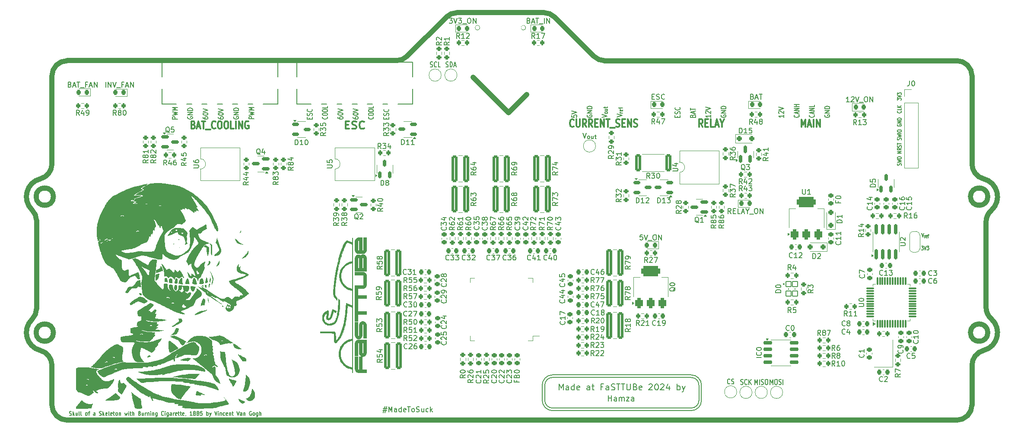
<source format=gbr>
%TF.GenerationSoftware,KiCad,Pcbnew,8.0.2*%
%TF.CreationDate,2024-06-27T20:49:00+03:00*%
%TF.ProjectId,MVBMS,4d56424d-532e-46b6-9963-61645f706362,rev?*%
%TF.SameCoordinates,Original*%
%TF.FileFunction,Legend,Top*%
%TF.FilePolarity,Positive*%
%FSLAX46Y46*%
G04 Gerber Fmt 4.6, Leading zero omitted, Abs format (unit mm)*
G04 Created by KiCad (PCBNEW 8.0.2) date 2024-06-27 20:49:00*
%MOMM*%
%LPD*%
G01*
G04 APERTURE LIST*
G04 Aperture macros list*
%AMRoundRect*
0 Rectangle with rounded corners*
0 $1 Rounding radius*
0 $2 $3 $4 $5 $6 $7 $8 $9 X,Y pos of 4 corners*
0 Add a 4 corners polygon primitive as box body*
4,1,4,$2,$3,$4,$5,$6,$7,$8,$9,$2,$3,0*
0 Add four circle primitives for the rounded corners*
1,1,$1+$1,$2,$3*
1,1,$1+$1,$4,$5*
1,1,$1+$1,$6,$7*
1,1,$1+$1,$8,$9*
0 Add four rect primitives between the rounded corners*
20,1,$1+$1,$2,$3,$4,$5,0*
20,1,$1+$1,$4,$5,$6,$7,0*
20,1,$1+$1,$6,$7,$8,$9,0*
20,1,$1+$1,$8,$9,$2,$3,0*%
%AMFreePoly0*
4,1,19,0.550000,-0.750000,0.000000,-0.750000,0.000000,-0.744911,-0.071157,-0.744911,-0.207708,-0.704816,-0.327430,-0.627875,-0.420627,-0.520320,-0.479746,-0.390866,-0.500000,-0.250000,-0.500000,0.250000,-0.479746,0.390866,-0.420627,0.520320,-0.327430,0.627875,-0.207708,0.704816,-0.071157,0.744911,0.000000,0.744911,0.000000,0.750000,0.550000,0.750000,0.550000,-0.750000,0.550000,-0.750000,
$1*%
%AMFreePoly1*
4,1,19,0.000000,0.744911,0.071157,0.744911,0.207708,0.704816,0.327430,0.627875,0.420627,0.520320,0.479746,0.390866,0.500000,0.250000,0.500000,-0.250000,0.479746,-0.390866,0.420627,-0.520320,0.327430,-0.627875,0.207708,-0.704816,0.071157,-0.744911,0.000000,-0.744911,0.000000,-0.750000,-0.550000,-0.750000,-0.550000,0.750000,0.000000,0.750000,0.000000,0.744911,0.000000,0.744911,
$1*%
G04 Aperture macros list end*
%ADD10C,0.000000*%
%ADD11C,0.200000*%
%ADD12C,1.000000*%
%ADD13C,0.150000*%
%ADD14C,0.300000*%
%ADD15C,0.160000*%
%ADD16C,0.180000*%
%ADD17C,0.120000*%
%ADD18C,0.152400*%
%ADD19C,0.010000*%
%ADD20C,0.127000*%
%ADD21RoundRect,0.225000X0.250000X-0.225000X0.250000X0.225000X-0.250000X0.225000X-0.250000X-0.225000X0*%
%ADD22RoundRect,0.200000X0.200000X0.275000X-0.200000X0.275000X-0.200000X-0.275000X0.200000X-0.275000X0*%
%ADD23RoundRect,0.200000X-0.200000X-0.275000X0.200000X-0.275000X0.200000X0.275000X-0.200000X0.275000X0*%
%ADD24RoundRect,0.200000X-0.275000X0.200000X-0.275000X-0.200000X0.275000X-0.200000X0.275000X0.200000X0*%
%ADD25RoundRect,0.218750X0.218750X0.256250X-0.218750X0.256250X-0.218750X-0.256250X0.218750X-0.256250X0*%
%ADD26R,1.780000X2.000000*%
%ADD27RoundRect,0.225000X-0.250000X0.225000X-0.250000X-0.225000X0.250000X-0.225000X0.250000X0.225000X0*%
%ADD28RoundRect,0.200000X0.275000X-0.200000X0.275000X0.200000X-0.275000X0.200000X-0.275000X-0.200000X0*%
%ADD29RoundRect,0.225000X-0.225000X-0.250000X0.225000X-0.250000X0.225000X0.250000X-0.225000X0.250000X0*%
%ADD30C,2.000000*%
%ADD31RoundRect,0.218750X-0.218750X-0.256250X0.218750X-0.256250X0.218750X0.256250X-0.218750X0.256250X0*%
%ADD32R,3.430000X1.650000*%
%ADD33R,1.270000X3.000000*%
%ADD34RoundRect,0.250000X0.325000X2.350000X-0.325000X2.350000X-0.325000X-2.350000X0.325000X-2.350000X0*%
%ADD35RoundRect,0.150000X0.150000X-0.512500X0.150000X0.512500X-0.150000X0.512500X-0.150000X-0.512500X0*%
%ADD36R,1.346200X2.997200*%
%ADD37R,3.505200X1.727200*%
%ADD38RoundRect,0.225000X0.225000X0.250000X-0.225000X0.250000X-0.225000X-0.250000X0.225000X-0.250000X0*%
%ADD39RoundRect,0.375000X0.375000X-0.625000X0.375000X0.625000X-0.375000X0.625000X-0.375000X-0.625000X0*%
%ADD40RoundRect,0.500000X1.400000X-0.500000X1.400000X0.500000X-1.400000X0.500000X-1.400000X-0.500000X0*%
%ADD41RoundRect,0.250000X-0.362500X-1.425000X0.362500X-1.425000X0.362500X1.425000X-0.362500X1.425000X0*%
%ADD42RoundRect,0.250000X-0.325000X-2.350000X0.325000X-2.350000X0.325000X2.350000X-0.325000X2.350000X0*%
%ADD43RoundRect,0.150000X0.512500X0.150000X-0.512500X0.150000X-0.512500X-0.150000X0.512500X-0.150000X0*%
%ADD44RoundRect,0.150000X-0.512500X-0.150000X0.512500X-0.150000X0.512500X0.150000X-0.512500X0.150000X0*%
%ADD45RoundRect,0.150000X0.150000X-0.587500X0.150000X0.587500X-0.150000X0.587500X-0.150000X-0.587500X0*%
%ADD46RoundRect,0.150000X-0.587500X-0.150000X0.587500X-0.150000X0.587500X0.150000X-0.587500X0.150000X0*%
%ADD47RoundRect,0.150000X0.150000X-0.825000X0.150000X0.825000X-0.150000X0.825000X-0.150000X-0.825000X0*%
%ADD48RoundRect,0.218750X-0.256250X0.218750X-0.256250X-0.218750X0.256250X-0.218750X0.256250X0.218750X0*%
%ADD49RoundRect,0.102000X-0.500000X-0.500000X0.500000X-0.500000X0.500000X0.500000X-0.500000X0.500000X0*%
%ADD50RoundRect,0.102000X0.500000X0.500000X-0.500000X0.500000X-0.500000X-0.500000X0.500000X-0.500000X0*%
%ADD51RoundRect,0.075000X0.075000X-0.662500X0.075000X0.662500X-0.075000X0.662500X-0.075000X-0.662500X0*%
%ADD52RoundRect,0.075000X0.662500X-0.075000X0.662500X0.075000X-0.662500X0.075000X-0.662500X-0.075000X0*%
%ADD53RoundRect,0.250000X-0.250000X-0.250000X0.250000X-0.250000X0.250000X0.250000X-0.250000X0.250000X0*%
%ADD54RoundRect,0.218750X0.256250X-0.218750X0.256250X0.218750X-0.256250X0.218750X-0.256250X-0.218750X0*%
%ADD55RoundRect,0.250000X0.250000X-0.250000X0.250000X0.250000X-0.250000X0.250000X-0.250000X-0.250000X0*%
%ADD56O,1.500000X0.250000*%
%ADD57O,0.250000X1.500000*%
%ADD58C,0.800000*%
%ADD59R,6.000000X6.000000*%
%ADD60RoundRect,0.150000X0.587500X0.150000X-0.587500X0.150000X-0.587500X-0.150000X0.587500X-0.150000X0*%
%ADD61FreePoly0,90.000000*%
%ADD62R,1.500000X1.000000*%
%ADD63FreePoly1,90.000000*%
%ADD64RoundRect,0.150000X-0.725000X-0.150000X0.725000X-0.150000X0.725000X0.150000X-0.725000X0.150000X0*%
%ADD65R,1.700000X1.700000*%
%ADD66O,1.700000X1.700000*%
%ADD67R,1.300000X1.600000*%
%ADD68RoundRect,0.250000X0.250000X0.250000X-0.250000X0.250000X-0.250000X-0.250000X0.250000X-0.250000X0*%
%ADD69C,0.850000*%
G04 APERTURE END LIST*
D10*
G36*
X136950249Y-153436121D02*
G01*
X136953167Y-153436376D01*
X136956061Y-153436838D01*
X136958929Y-153437509D01*
X136961765Y-153438389D01*
X136964567Y-153439479D01*
X136967329Y-153440781D01*
X136970050Y-153442294D01*
X136972723Y-153444021D01*
X136975346Y-153445962D01*
X136977915Y-153448118D01*
X136980426Y-153450490D01*
X136985332Y-153457543D01*
X136989165Y-153467657D01*
X136993779Y-153496296D01*
X136994611Y-153534857D01*
X136992001Y-153581789D01*
X136986291Y-153635542D01*
X136977821Y-153694567D01*
X136966932Y-153757312D01*
X136953967Y-153822228D01*
X136939265Y-153887764D01*
X136923167Y-153952370D01*
X136906016Y-154014495D01*
X136888151Y-154072590D01*
X136869914Y-154125103D01*
X136851647Y-154170486D01*
X136833689Y-154207186D01*
X136816382Y-154233655D01*
X136799103Y-154250708D01*
X136773894Y-154271597D01*
X136742003Y-154295571D01*
X136704679Y-154321878D01*
X136663169Y-154349767D01*
X136618721Y-154378484D01*
X136526003Y-154435401D01*
X136436510Y-154486612D01*
X136396092Y-154508198D01*
X136360225Y-154526102D01*
X136330156Y-154539573D01*
X136307133Y-154547857D01*
X136298653Y-154549820D01*
X136292403Y-154550204D01*
X136288539Y-154548916D01*
X136287216Y-154545862D01*
X136287949Y-154542720D01*
X136290100Y-154537347D01*
X136298379Y-154520397D01*
X136311494Y-154496006D01*
X136328889Y-154465166D01*
X136374281Y-154388106D01*
X136430091Y-154297156D01*
X136461893Y-154247154D01*
X136496982Y-154189834D01*
X136534179Y-154127306D01*
X136572306Y-154061677D01*
X136646637Y-153929551D01*
X136680484Y-153867270D01*
X136710549Y-153810322D01*
X136738465Y-153754977D01*
X136766195Y-153700933D01*
X136793057Y-153649495D01*
X136818369Y-153601962D01*
X136841447Y-153559639D01*
X136861611Y-153523828D01*
X136878178Y-153495831D01*
X136890467Y-153476949D01*
X136892977Y-153473073D01*
X136895546Y-153469385D01*
X136898170Y-153465884D01*
X136900843Y-153462572D01*
X136903564Y-153459450D01*
X136906326Y-153456519D01*
X136909128Y-153453780D01*
X136911964Y-153451234D01*
X136914832Y-153448881D01*
X136917726Y-153446723D01*
X136920644Y-153444761D01*
X136923581Y-153442996D01*
X136926534Y-153441429D01*
X136929498Y-153440060D01*
X136932470Y-153438890D01*
X136935446Y-153437922D01*
X136938422Y-153437154D01*
X136941394Y-153436590D01*
X136944359Y-153436229D01*
X136947312Y-153436072D01*
X136950249Y-153436121D01*
G37*
D11*
X202199926Y-182299926D02*
G75*
G02*
X200699973Y-180799926I15874J1515826D01*
G01*
D10*
G36*
X139753815Y-169661749D02*
G01*
X139785266Y-169667618D01*
X139820950Y-169678309D01*
X139861076Y-169693922D01*
X139905852Y-169714557D01*
X139955489Y-169740317D01*
X140010195Y-169771300D01*
X140070180Y-169807609D01*
X140135653Y-169849344D01*
X140206823Y-169896605D01*
X140367092Y-170008111D01*
X140592391Y-170168599D01*
X140691316Y-170240005D01*
X140781412Y-170305769D01*
X140862920Y-170366075D01*
X140936080Y-170421111D01*
X141001131Y-170471061D01*
X141058315Y-170516113D01*
X141107871Y-170556452D01*
X141150040Y-170592263D01*
X141185062Y-170623734D01*
X141213178Y-170651050D01*
X141224721Y-170663209D01*
X141234628Y-170674398D01*
X141242928Y-170684641D01*
X141249651Y-170693963D01*
X141254828Y-170702385D01*
X141258489Y-170709931D01*
X141260664Y-170716624D01*
X141261382Y-170722488D01*
X141260951Y-170724953D01*
X141259674Y-170727383D01*
X141254664Y-170732131D01*
X141246522Y-170736709D01*
X141235420Y-170741092D01*
X141221527Y-170745259D01*
X141205014Y-170749185D01*
X141186051Y-170752847D01*
X141164810Y-170756223D01*
X141116172Y-170762021D01*
X141060465Y-170766393D01*
X140999052Y-170769153D01*
X140933298Y-170770114D01*
X140885680Y-170769666D01*
X140839837Y-170768264D01*
X140795436Y-170765823D01*
X140752143Y-170762259D01*
X140709625Y-170757485D01*
X140667549Y-170751417D01*
X140625581Y-170743969D01*
X140583389Y-170735056D01*
X140540638Y-170724593D01*
X140496996Y-170712494D01*
X140452130Y-170698674D01*
X140405705Y-170683048D01*
X140357389Y-170665531D01*
X140306848Y-170646037D01*
X140197759Y-170600778D01*
X139795590Y-170426155D01*
X139710925Y-170082196D01*
X139695836Y-170013518D01*
X139682483Y-169947507D01*
X139671114Y-169885837D01*
X139661978Y-169830182D01*
X139655322Y-169782216D01*
X139653002Y-169761639D01*
X139651395Y-169743613D01*
X139650532Y-169728347D01*
X139650444Y-169716049D01*
X139651162Y-169706929D01*
X139651834Y-169703627D01*
X139652718Y-169701197D01*
X139666147Y-169684471D01*
X139674043Y-169677720D01*
X139682761Y-169672062D01*
X139692329Y-169667508D01*
X139702772Y-169664072D01*
X139726386Y-169660600D01*
X139753815Y-169661749D01*
G37*
D12*
X107116395Y-184667351D02*
G75*
G02*
X104116349Y-181667352I5J3000051D01*
G01*
X181395596Y-105626078D02*
G75*
G02*
X183510000Y-104747360I2121304J-2121122D01*
G01*
D11*
X229399926Y-182299926D02*
X202199926Y-182299926D01*
D12*
X104116396Y-181667352D02*
X104116394Y-173903811D01*
X104116396Y-117167353D02*
G75*
G02*
X107116395Y-114167296I3000004J53D01*
G01*
X104416299Y-167500735D02*
G75*
G02*
X101016299Y-167500735I-1700000J0D01*
G01*
X101016299Y-167500735D02*
G75*
G02*
X104416299Y-167500735I1700000J0D01*
G01*
X173732961Y-113288711D02*
G75*
G02*
X171616080Y-114157694I-2107561J2121211D01*
G01*
D10*
G36*
X141138463Y-147507269D02*
G01*
X141140840Y-147507589D01*
X141143248Y-147508083D01*
X141145679Y-147508754D01*
X141148129Y-147509603D01*
X141150595Y-147510633D01*
X141153069Y-147511844D01*
X141155549Y-147513240D01*
X141164543Y-147519634D01*
X141172679Y-147526881D01*
X141179968Y-147534932D01*
X141186421Y-147543739D01*
X141192049Y-147553256D01*
X141196861Y-147563434D01*
X141200870Y-147574227D01*
X141204084Y-147585587D01*
X141206516Y-147597466D01*
X141208176Y-147609817D01*
X141209074Y-147622592D01*
X141209221Y-147635744D01*
X141208628Y-147649225D01*
X141207305Y-147662989D01*
X141205264Y-147676987D01*
X141202514Y-147691172D01*
X141194931Y-147719913D01*
X141184644Y-147748832D01*
X141171736Y-147777550D01*
X141156294Y-147805686D01*
X141147649Y-147819417D01*
X141138403Y-147832861D01*
X141128565Y-147845969D01*
X141118147Y-147858695D01*
X141107159Y-147870991D01*
X141095612Y-147882808D01*
X141083517Y-147894101D01*
X141070883Y-147904821D01*
X141033187Y-147934159D01*
X140999498Y-147958699D01*
X140969855Y-147978480D01*
X140944297Y-147993540D01*
X140933063Y-147999312D01*
X140922863Y-148003918D01*
X140913705Y-148007363D01*
X140905592Y-148009653D01*
X140898529Y-148010791D01*
X140892522Y-148010783D01*
X140887574Y-148009634D01*
X140883691Y-148007348D01*
X140880878Y-148003931D01*
X140879140Y-147999386D01*
X140878481Y-147993720D01*
X140878906Y-147986936D01*
X140880420Y-147979040D01*
X140883028Y-147970037D01*
X140886735Y-147959931D01*
X140891545Y-147948727D01*
X140904496Y-147923045D01*
X140921920Y-147893030D01*
X140943855Y-147858721D01*
X140970340Y-147820156D01*
X140984035Y-147799220D01*
X140997295Y-147778175D01*
X141010059Y-147757160D01*
X141022265Y-147736317D01*
X141033851Y-147715783D01*
X141044755Y-147695699D01*
X141054914Y-147676204D01*
X141064268Y-147657438D01*
X141072753Y-147639539D01*
X141080308Y-147622649D01*
X141086871Y-147606906D01*
X141092379Y-147592450D01*
X141096772Y-147579420D01*
X141099986Y-147567955D01*
X141101960Y-147558197D01*
X141102632Y-147550283D01*
X141102708Y-147546872D01*
X141102935Y-147543588D01*
X141103307Y-147540431D01*
X141103820Y-147537405D01*
X141104469Y-147534510D01*
X141105248Y-147531748D01*
X141106153Y-147529123D01*
X141107179Y-147526635D01*
X141108322Y-147524286D01*
X141109576Y-147522080D01*
X141110936Y-147520016D01*
X141112399Y-147518098D01*
X141113958Y-147516327D01*
X141115609Y-147514705D01*
X141117348Y-147513235D01*
X141119168Y-147511917D01*
X141121067Y-147510755D01*
X141123038Y-147509749D01*
X141125077Y-147508903D01*
X141127178Y-147508217D01*
X141129338Y-147507694D01*
X141131552Y-147507336D01*
X141133813Y-147507144D01*
X141136118Y-147507121D01*
X141138463Y-147507269D01*
G37*
D11*
X200199926Y-177799926D02*
X200199926Y-180799926D01*
D10*
G36*
X142179512Y-175745590D02*
G01*
X142189426Y-175749434D01*
X142214606Y-175764185D01*
X142246080Y-175787463D01*
X142282840Y-175818197D01*
X142323879Y-175855319D01*
X142368189Y-175897758D01*
X142414762Y-175944445D01*
X142462591Y-175994310D01*
X142557986Y-176099296D01*
X142603536Y-176152277D01*
X142646311Y-176204158D01*
X142685303Y-176253868D01*
X142719505Y-176300338D01*
X142747909Y-176342499D01*
X142769507Y-176379280D01*
X142784535Y-176413170D01*
X142801423Y-176457911D01*
X142819551Y-176511458D01*
X142838300Y-176571764D01*
X142857048Y-176636783D01*
X142875177Y-176704469D01*
X142892065Y-176772774D01*
X142907093Y-176839653D01*
X142926168Y-176951620D01*
X142937902Y-177068633D01*
X142942521Y-177189785D01*
X142940248Y-177314169D01*
X142931309Y-177440879D01*
X142915929Y-177569007D01*
X142894333Y-177697646D01*
X142866744Y-177825890D01*
X142833388Y-177952832D01*
X142794490Y-178077565D01*
X142750274Y-178199181D01*
X142700966Y-178316775D01*
X142646790Y-178429438D01*
X142587970Y-178536265D01*
X142524732Y-178636347D01*
X142457301Y-178728779D01*
X142419756Y-178773687D01*
X142382421Y-178815193D01*
X142345132Y-178853365D01*
X142307727Y-178888273D01*
X142270043Y-178919989D01*
X142231917Y-178948580D01*
X142193187Y-178974117D01*
X142153690Y-178996670D01*
X142113262Y-179016309D01*
X142071741Y-179033102D01*
X142028965Y-179047121D01*
X141984770Y-179058434D01*
X141938994Y-179067112D01*
X141891474Y-179073224D01*
X141842047Y-179076840D01*
X141790550Y-179078030D01*
X141745758Y-179077324D01*
X141706555Y-179074857D01*
X141672824Y-179070112D01*
X141657975Y-179066723D01*
X141644450Y-179062569D01*
X141632235Y-179057585D01*
X141621316Y-179051707D01*
X141611677Y-179044870D01*
X141603305Y-179037009D01*
X141596185Y-179028059D01*
X141590302Y-179017955D01*
X141585642Y-179006631D01*
X141582190Y-178994024D01*
X141579932Y-178980069D01*
X141578853Y-178964699D01*
X141578939Y-178947851D01*
X141580175Y-178929459D01*
X141586038Y-178887786D01*
X141596329Y-178839159D01*
X141610929Y-178783060D01*
X141629722Y-178718970D01*
X141679425Y-178564735D01*
X141765549Y-178284567D01*
X141844541Y-177976370D01*
X141915224Y-177646841D01*
X141976420Y-177302676D01*
X142026949Y-176950574D01*
X142065634Y-176597232D01*
X142091296Y-176249347D01*
X142102758Y-175913615D01*
X142103996Y-175896017D01*
X142105714Y-175878992D01*
X142107897Y-175862618D01*
X142110530Y-175846972D01*
X142113597Y-175832133D01*
X142115288Y-175825040D01*
X142117082Y-175818178D01*
X142118977Y-175811556D01*
X142120971Y-175805184D01*
X142123062Y-175799071D01*
X142125247Y-175793228D01*
X142127526Y-175787664D01*
X142129895Y-175782389D01*
X142132354Y-175777412D01*
X142134900Y-175772743D01*
X142137531Y-175768392D01*
X142140246Y-175764369D01*
X142143042Y-175760683D01*
X142145917Y-175757343D01*
X142148870Y-175754361D01*
X142151899Y-175751744D01*
X142155001Y-175749504D01*
X142158175Y-175747649D01*
X142161418Y-175746189D01*
X142164730Y-175745135D01*
X142168107Y-175744495D01*
X142171549Y-175744279D01*
X142179512Y-175745590D01*
G37*
G36*
X129141137Y-150767677D02*
G01*
X129144063Y-150767861D01*
X129146950Y-150768165D01*
X129149794Y-150768587D01*
X129152592Y-150769125D01*
X129155339Y-150769778D01*
X129158032Y-150770543D01*
X129160667Y-150771418D01*
X129163239Y-150772403D01*
X129165746Y-150773493D01*
X129168183Y-150774688D01*
X129170547Y-150775986D01*
X129172833Y-150777385D01*
X129175037Y-150778883D01*
X129177157Y-150780477D01*
X129179187Y-150782167D01*
X129181124Y-150783949D01*
X129182964Y-150785823D01*
X129184704Y-150787785D01*
X129186339Y-150789835D01*
X129187865Y-150791970D01*
X129189279Y-150794189D01*
X129190576Y-150796489D01*
X129191754Y-150798868D01*
X129192808Y-150801325D01*
X129193733Y-150803858D01*
X129194527Y-150806464D01*
X129195185Y-150809142D01*
X129195704Y-150811889D01*
X129196079Y-150814705D01*
X129196307Y-150817586D01*
X129196384Y-150820532D01*
X129196353Y-150823011D01*
X129196263Y-150825486D01*
X129196114Y-150827951D01*
X129195909Y-150830402D01*
X129195649Y-150832833D01*
X129195338Y-150835240D01*
X129194976Y-150837618D01*
X129194565Y-150839962D01*
X129193607Y-150844529D01*
X129192478Y-150848902D01*
X129191854Y-150851003D01*
X129191194Y-150853042D01*
X129190499Y-150855013D01*
X129189770Y-150856911D01*
X129189011Y-150858732D01*
X129188223Y-150860471D01*
X129187407Y-150862122D01*
X129186567Y-150863681D01*
X129185703Y-150865143D01*
X129184818Y-150866504D01*
X129183913Y-150867758D01*
X129182991Y-150868900D01*
X129182054Y-150869927D01*
X129181102Y-150870832D01*
X129180140Y-150871611D01*
X129179167Y-150872259D01*
X129178187Y-150872772D01*
X129177201Y-150873144D01*
X129176211Y-150873371D01*
X129175219Y-150873448D01*
X129173701Y-150873371D01*
X129172124Y-150873144D01*
X129170493Y-150872772D01*
X129168811Y-150872259D01*
X129165313Y-150870832D01*
X129161659Y-150868900D01*
X129157882Y-150866504D01*
X129154011Y-150863681D01*
X129150078Y-150860471D01*
X129146115Y-150856911D01*
X129142151Y-150853042D01*
X129138218Y-150848902D01*
X129134348Y-150844529D01*
X129130570Y-150839962D01*
X129126917Y-150835240D01*
X129123418Y-150830402D01*
X129120105Y-150825486D01*
X129117010Y-150820532D01*
X129115599Y-150817586D01*
X129114341Y-150814705D01*
X129113234Y-150811889D01*
X129112276Y-150809142D01*
X129111466Y-150806464D01*
X129110801Y-150803858D01*
X129110279Y-150801325D01*
X129109899Y-150798868D01*
X129109659Y-150796489D01*
X129109556Y-150794189D01*
X129109588Y-150791970D01*
X129109755Y-150789835D01*
X129110053Y-150787785D01*
X129110481Y-150785823D01*
X129111036Y-150783949D01*
X129111718Y-150782167D01*
X129112524Y-150780477D01*
X129113452Y-150778883D01*
X129114500Y-150777385D01*
X129115666Y-150775986D01*
X129116949Y-150774688D01*
X129118346Y-150773493D01*
X129119855Y-150772403D01*
X129121475Y-150771418D01*
X129123203Y-150770543D01*
X129125038Y-150769778D01*
X129126978Y-150769125D01*
X129129020Y-150768587D01*
X129131163Y-150768165D01*
X129133405Y-150767861D01*
X129135743Y-150767677D01*
X129138177Y-150767615D01*
X129141137Y-150767677D01*
G37*
G36*
X116902108Y-169777151D02*
G01*
X116942705Y-169780852D01*
X116984542Y-169787848D01*
X117028240Y-169798254D01*
X117074418Y-169812187D01*
X117123697Y-169829763D01*
X117176696Y-169851099D01*
X117234036Y-169876311D01*
X117296337Y-169905515D01*
X117438303Y-169976363D01*
X117643996Y-170081856D01*
X117726960Y-170126180D01*
X117797971Y-170166450D01*
X117858006Y-170203837D01*
X117884213Y-170221814D01*
X117908042Y-170239510D01*
X117929615Y-170257070D01*
X117949055Y-170274641D01*
X117966483Y-170292369D01*
X117982022Y-170310400D01*
X117995793Y-170328881D01*
X118007919Y-170347957D01*
X118018522Y-170367776D01*
X118027724Y-170388483D01*
X118035647Y-170410225D01*
X118042413Y-170433148D01*
X118048145Y-170457399D01*
X118052963Y-170483123D01*
X118060350Y-170539579D01*
X118065552Y-170603685D01*
X118073303Y-170759530D01*
X118077520Y-170860744D01*
X118078326Y-170909882D01*
X118078264Y-170958050D01*
X118077333Y-171005258D01*
X118075535Y-171051512D01*
X118072869Y-171096820D01*
X118069334Y-171141191D01*
X118064931Y-171184631D01*
X118059660Y-171227149D01*
X118053521Y-171268752D01*
X118046514Y-171309449D01*
X118038638Y-171349246D01*
X118029895Y-171388151D01*
X118020283Y-171426173D01*
X118009803Y-171463319D01*
X117991768Y-171529021D01*
X117973670Y-171608924D01*
X117955945Y-171699865D01*
X117939026Y-171798681D01*
X117923348Y-171902210D01*
X117909344Y-172007289D01*
X117897448Y-172110755D01*
X117888095Y-172209447D01*
X117879837Y-172351929D01*
X117877153Y-172412202D01*
X117875609Y-172466258D01*
X117875337Y-172514919D01*
X117876467Y-172559007D01*
X117879133Y-172599343D01*
X117883464Y-172636748D01*
X117889594Y-172672046D01*
X117897655Y-172706056D01*
X117907777Y-172739602D01*
X117920093Y-172773504D01*
X117934734Y-172808584D01*
X117951832Y-172845664D01*
X117971520Y-172885566D01*
X117993928Y-172929111D01*
X118131512Y-173193698D01*
X117644678Y-173310112D01*
X117315861Y-173385860D01*
X117014391Y-173458693D01*
X116737850Y-173529170D01*
X116483819Y-173597848D01*
X116249879Y-173665285D01*
X116033613Y-173732040D01*
X115832602Y-173798671D01*
X115644427Y-173865736D01*
X115542666Y-173903058D01*
X115441525Y-173939076D01*
X115343609Y-173972987D01*
X115251521Y-174003983D01*
X115167868Y-174031257D01*
X115095252Y-174054005D01*
X115036279Y-174071419D01*
X114993552Y-174082693D01*
X114950113Y-174092927D01*
X114889125Y-174110973D01*
X114813377Y-174135716D01*
X114725662Y-174166040D01*
X114525488Y-174238966D01*
X114310928Y-174320822D01*
X114160911Y-174379827D01*
X114094371Y-174404713D01*
X114032536Y-174426739D01*
X113974701Y-174446067D01*
X113920161Y-174462861D01*
X113868209Y-174477282D01*
X113818141Y-174489494D01*
X113769251Y-174499660D01*
X113720834Y-174507942D01*
X113672185Y-174514503D01*
X113622597Y-174519507D01*
X113571367Y-174523115D01*
X113517787Y-174525490D01*
X113461154Y-174526796D01*
X113400761Y-174527196D01*
X113325143Y-174525215D01*
X113234859Y-174519537D01*
X113020092Y-174498670D01*
X112776055Y-174467758D01*
X112522344Y-174429962D01*
X112278556Y-174388445D01*
X112064285Y-174346371D01*
X111899127Y-174306900D01*
X111841089Y-174289130D01*
X111802678Y-174273196D01*
X111799638Y-174270407D01*
X111797462Y-174267002D01*
X111796145Y-174262986D01*
X111795681Y-174258365D01*
X111796066Y-174253143D01*
X111797294Y-174247326D01*
X111802264Y-174233922D01*
X111810552Y-174218193D01*
X111822118Y-174200178D01*
X111836925Y-174179914D01*
X111854933Y-174157442D01*
X111876103Y-174132798D01*
X111900398Y-174106024D01*
X111927777Y-174077156D01*
X111958203Y-174046234D01*
X112028039Y-173978382D01*
X112109594Y-173902778D01*
X112191481Y-173829109D01*
X112280499Y-173745022D01*
X112373857Y-173653493D01*
X112468766Y-173557499D01*
X112562435Y-173460017D01*
X112603587Y-173415947D01*
X114432636Y-173415947D01*
X114432913Y-173418273D01*
X114433734Y-173420293D01*
X114435086Y-173422010D01*
X114436956Y-173423430D01*
X114439329Y-173424554D01*
X114442193Y-173425388D01*
X114449338Y-173426200D01*
X114458280Y-173425895D01*
X114468913Y-173424505D01*
X114481126Y-173422060D01*
X114494813Y-173418593D01*
X114509864Y-173414133D01*
X114526170Y-173408712D01*
X114543624Y-173402361D01*
X114562116Y-173395111D01*
X114581539Y-173386992D01*
X114601783Y-173378036D01*
X114622740Y-173368275D01*
X114644302Y-173357738D01*
X114675651Y-173341797D01*
X114704340Y-173327694D01*
X114730565Y-173315404D01*
X114754518Y-173304905D01*
X114776394Y-173296173D01*
X114786613Y-173292462D01*
X114796386Y-173289185D01*
X114805737Y-173286337D01*
X114814689Y-173283917D01*
X114823267Y-173281922D01*
X114831495Y-173280347D01*
X114839398Y-173279192D01*
X114846999Y-173278452D01*
X114854324Y-173278125D01*
X114861395Y-173278208D01*
X114868238Y-173278697D01*
X114874876Y-173279591D01*
X114881334Y-173280886D01*
X114887636Y-173282579D01*
X114893807Y-173284667D01*
X114899869Y-173287148D01*
X114905849Y-173290019D01*
X114911769Y-173293276D01*
X114917655Y-173296916D01*
X114923529Y-173300938D01*
X114929418Y-173305337D01*
X114935344Y-173310112D01*
X114945138Y-173318099D01*
X114954664Y-173325208D01*
X114963902Y-173331458D01*
X114972830Y-173336870D01*
X114981429Y-173341465D01*
X114989678Y-173345261D01*
X114997557Y-173348281D01*
X115005045Y-173350544D01*
X115012123Y-173352071D01*
X115018769Y-173352881D01*
X115024964Y-173352996D01*
X115030687Y-173352436D01*
X115035918Y-173351220D01*
X115040636Y-173349370D01*
X115044821Y-173346906D01*
X115048453Y-173343847D01*
X115051512Y-173340215D01*
X115053976Y-173336030D01*
X115055827Y-173331312D01*
X115057042Y-173326081D01*
X115057603Y-173320358D01*
X115057488Y-173314164D01*
X115056677Y-173307517D01*
X115055151Y-173300440D01*
X115052888Y-173292952D01*
X115049868Y-173285073D01*
X115046071Y-173276824D01*
X115041477Y-173268225D01*
X115036065Y-173259297D01*
X115029815Y-173250060D01*
X115022706Y-173240534D01*
X115014719Y-173230740D01*
X115007537Y-173222872D01*
X114999929Y-173215175D01*
X114991965Y-173207695D01*
X114983713Y-173200478D01*
X114975245Y-173193571D01*
X114966629Y-173187021D01*
X114957936Y-173180874D01*
X114949235Y-173175177D01*
X114940596Y-173169976D01*
X114932089Y-173165317D01*
X114923783Y-173161247D01*
X114915749Y-173157813D01*
X114908055Y-173155061D01*
X114900773Y-173153038D01*
X114893971Y-173151790D01*
X114890772Y-173151472D01*
X114887719Y-173151364D01*
X114877568Y-173152438D01*
X114866040Y-173154625D01*
X114839298Y-173162080D01*
X114808387Y-173173210D01*
X114774196Y-173187494D01*
X114737619Y-173204414D01*
X114699545Y-173223450D01*
X114660866Y-173244083D01*
X114622474Y-173265794D01*
X114585261Y-173288063D01*
X114550117Y-173310370D01*
X114517934Y-173332198D01*
X114489604Y-173353025D01*
X114466017Y-173372333D01*
X114448066Y-173389602D01*
X114441483Y-173397310D01*
X114436642Y-173404313D01*
X114433656Y-173410547D01*
X114432636Y-173415947D01*
X112603587Y-173415947D01*
X112652073Y-173364023D01*
X112734889Y-173272494D01*
X112808094Y-173188406D01*
X112990977Y-172978930D01*
X113250196Y-172689335D01*
X113547153Y-172363426D01*
X115993132Y-172363426D01*
X115993788Y-172366187D01*
X115995507Y-172368876D01*
X115998308Y-172371506D01*
X116002210Y-172374089D01*
X116007231Y-172376638D01*
X116020705Y-172381686D01*
X116038875Y-172386748D01*
X116061891Y-172391927D01*
X116089898Y-172397323D01*
X116123045Y-172403037D01*
X116205344Y-172415820D01*
X116258124Y-172423939D01*
X116305369Y-172430414D01*
X116347126Y-172435215D01*
X116365962Y-172436978D01*
X116383442Y-172438310D01*
X116399574Y-172439209D01*
X116414363Y-172439669D01*
X116427814Y-172439688D01*
X116439935Y-172439261D01*
X116450730Y-172438385D01*
X116460205Y-172437055D01*
X116468366Y-172435267D01*
X116475219Y-172433019D01*
X116480770Y-172430305D01*
X116485025Y-172427123D01*
X116486668Y-172425354D01*
X116487989Y-172423467D01*
X116488989Y-172421461D01*
X116489668Y-172419335D01*
X116490028Y-172417089D01*
X116490068Y-172414723D01*
X116489195Y-172409626D01*
X116487055Y-172404040D01*
X116483653Y-172397962D01*
X116478995Y-172391389D01*
X116473088Y-172384315D01*
X116465936Y-172376737D01*
X116457546Y-172368652D01*
X116447924Y-172360055D01*
X116437075Y-172350943D01*
X116425005Y-172341312D01*
X116411720Y-172331157D01*
X116390650Y-172315340D01*
X116370906Y-172301608D01*
X116352200Y-172289938D01*
X116334246Y-172280306D01*
X116316758Y-172272690D01*
X116308098Y-172269631D01*
X116299447Y-172267067D01*
X116290769Y-172264995D01*
X116282028Y-172263412D01*
X116273189Y-172262315D01*
X116264214Y-172261703D01*
X116255069Y-172261570D01*
X116245718Y-172261916D01*
X116226253Y-172264028D01*
X116205532Y-172268016D01*
X116183268Y-172273857D01*
X116159175Y-172281527D01*
X116132966Y-172291004D01*
X116104354Y-172302263D01*
X116073052Y-172315282D01*
X116050877Y-172324724D01*
X116032073Y-172333276D01*
X116016789Y-172341036D01*
X116005171Y-172348107D01*
X115997366Y-172354588D01*
X115994940Y-172357640D01*
X115993523Y-172360582D01*
X115993132Y-172363426D01*
X113547153Y-172363426D01*
X113880318Y-171997779D01*
X114463807Y-171369724D01*
X114664735Y-171159505D01*
X114766011Y-171061156D01*
X114904256Y-170946722D01*
X115016786Y-170853539D01*
X115141719Y-170748947D01*
X115230919Y-170675003D01*
X115325243Y-170600408D01*
X115423737Y-170525751D01*
X115525447Y-170451621D01*
X115629422Y-170378607D01*
X115734706Y-170307298D01*
X115840347Y-170238285D01*
X115945391Y-170172154D01*
X116048885Y-170109497D01*
X116149875Y-170050901D01*
X116247408Y-169996956D01*
X116340530Y-169948251D01*
X116428288Y-169905375D01*
X116509729Y-169868917D01*
X116583899Y-169839467D01*
X116649845Y-169817613D01*
X116696023Y-169803990D01*
X116739720Y-169792964D01*
X116781558Y-169784650D01*
X116822155Y-169779166D01*
X116862131Y-169776628D01*
X116902108Y-169777151D01*
G37*
G36*
X127668505Y-177609845D02*
G01*
X127688828Y-177611422D01*
X127711244Y-177614008D01*
X127735884Y-177617531D01*
X127779562Y-177623939D01*
X127841222Y-177631091D01*
X128007084Y-177646635D01*
X128210648Y-177662180D01*
X128429094Y-177675740D01*
X128840924Y-177706032D01*
X129297837Y-177750400D01*
X129769012Y-177804568D01*
X130223631Y-177864254D01*
X130630872Y-177925180D01*
X130959916Y-177983068D01*
X131085484Y-178009535D01*
X131179944Y-178033638D01*
X131239446Y-178054842D01*
X131254883Y-178064190D01*
X131260136Y-178072612D01*
X131258549Y-178077477D01*
X131253893Y-178085986D01*
X131235992Y-178113127D01*
X131207673Y-178152422D01*
X131170177Y-178202259D01*
X131072612Y-178327110D01*
X130953219Y-178474780D01*
X130887580Y-178553493D01*
X130819026Y-178637167D01*
X130749604Y-178723322D01*
X130681360Y-178809477D01*
X130616341Y-178893151D01*
X130556592Y-178971865D01*
X130504161Y-179043138D01*
X130461093Y-179104489D01*
X130308462Y-179321613D01*
X130117135Y-179587354D01*
X129882152Y-179906673D01*
X129598552Y-180284530D01*
X129386885Y-180570280D01*
X129148760Y-180533238D01*
X129093744Y-180524405D01*
X129041263Y-180513425D01*
X128990503Y-180499763D01*
X128940649Y-180482884D01*
X128890889Y-180462253D01*
X128840407Y-180437336D01*
X128788391Y-180407597D01*
X128734026Y-180372502D01*
X128676499Y-180331516D01*
X128614995Y-180284104D01*
X128548700Y-180229732D01*
X128476801Y-180167863D01*
X128398485Y-180097964D01*
X128312936Y-180019500D01*
X128116886Y-179834736D01*
X127983178Y-179702973D01*
X127926816Y-179645738D01*
X127876693Y-179593223D01*
X127832245Y-179544646D01*
X127792905Y-179499224D01*
X127758108Y-179456174D01*
X127727286Y-179414713D01*
X127699876Y-179374057D01*
X127675310Y-179333426D01*
X127653023Y-179292034D01*
X127632450Y-179249100D01*
X127613023Y-179203840D01*
X127594178Y-179155472D01*
X127575348Y-179103213D01*
X127555968Y-179046280D01*
X127522152Y-178940788D01*
X127508065Y-178892836D01*
X127495776Y-178847264D01*
X127485224Y-178803459D01*
X127476346Y-178760809D01*
X127469080Y-178718702D01*
X127463365Y-178676525D01*
X127459138Y-178633666D01*
X127456337Y-178589512D01*
X127454900Y-178543452D01*
X127454766Y-178494871D01*
X127455872Y-178443160D01*
X127458156Y-178387704D01*
X127466011Y-178263110D01*
X127482713Y-178086336D01*
X127491498Y-178002476D01*
X127500407Y-177924445D01*
X127509316Y-177854352D01*
X127518101Y-177794305D01*
X127526638Y-177746412D01*
X127530774Y-177727682D01*
X127534803Y-177712782D01*
X127539909Y-177694911D01*
X127545396Y-177678954D01*
X127551394Y-177664842D01*
X127554626Y-177658457D01*
X127558036Y-177652506D01*
X127561639Y-177646981D01*
X127565453Y-177641875D01*
X127569493Y-177637177D01*
X127573776Y-177632879D01*
X127578320Y-177628973D01*
X127583139Y-177625449D01*
X127588251Y-177622299D01*
X127593672Y-177619515D01*
X127599418Y-177617087D01*
X127605507Y-177615008D01*
X127611954Y-177613267D01*
X127618776Y-177611857D01*
X127625990Y-177610768D01*
X127633611Y-177609992D01*
X127650144Y-177609345D01*
X127668505Y-177609845D01*
G37*
D12*
X101116301Y-162767956D02*
G75*
G02*
X100207203Y-164919166I-2999901J56D01*
G01*
X200510000Y-104747401D02*
G75*
G02*
X202631359Y-105626054I-100J-3000399D01*
G01*
D10*
G36*
X121392149Y-157178467D02*
G01*
X121397875Y-157179212D01*
X121403166Y-157180452D01*
X121408055Y-157182188D01*
X121412572Y-157184421D01*
X121416747Y-157187149D01*
X121420612Y-157190374D01*
X121424199Y-157194095D01*
X121427537Y-157198311D01*
X121430658Y-157203024D01*
X121433594Y-157208234D01*
X121436374Y-157213939D01*
X121439030Y-157220140D01*
X121441593Y-157226837D01*
X121444094Y-157234031D01*
X121454729Y-157281697D01*
X121466666Y-157352431D01*
X121479720Y-157444994D01*
X121493703Y-157558145D01*
X121523717Y-157841249D01*
X121555219Y-158191821D01*
X121592261Y-158615154D01*
X121465261Y-158583406D01*
X121384708Y-158564818D01*
X121313209Y-158548803D01*
X121250019Y-158535455D01*
X121221307Y-158529810D01*
X121194394Y-158524866D01*
X121169186Y-158520635D01*
X121145591Y-158517130D01*
X121123515Y-158514361D01*
X121102865Y-158512339D01*
X121083548Y-158511078D01*
X121065471Y-158510587D01*
X121048542Y-158510880D01*
X121032667Y-158511967D01*
X121017753Y-158513860D01*
X121003708Y-158516571D01*
X120990437Y-158520112D01*
X120977849Y-158524493D01*
X120965850Y-158529727D01*
X120954346Y-158535826D01*
X120943246Y-158542800D01*
X120932456Y-158550662D01*
X120921883Y-158559423D01*
X120911434Y-158569095D01*
X120901016Y-158579690D01*
X120890536Y-158591218D01*
X120879901Y-158603692D01*
X120869018Y-158617123D01*
X120846136Y-158646905D01*
X120806510Y-158701051D01*
X120788395Y-158722958D01*
X120770233Y-158741741D01*
X120751142Y-158757641D01*
X120730236Y-158770897D01*
X120706633Y-158781751D01*
X120679448Y-158790441D01*
X120647799Y-158797210D01*
X120610801Y-158802296D01*
X120567572Y-158805940D01*
X120517226Y-158808383D01*
X120391652Y-158810626D01*
X120227011Y-158810947D01*
X119729594Y-158810947D01*
X119348594Y-159287197D01*
X119270242Y-159382106D01*
X119195053Y-159471000D01*
X119124701Y-159551833D01*
X119091862Y-159588586D01*
X119060860Y-159622557D01*
X119031904Y-159653489D01*
X119005204Y-159681127D01*
X118980969Y-159705215D01*
X118959408Y-159725496D01*
X118940731Y-159741716D01*
X118925147Y-159753619D01*
X118918580Y-159757871D01*
X118912865Y-159760948D01*
X118908028Y-159762817D01*
X118904094Y-159763447D01*
X118896422Y-159763143D01*
X118887362Y-159762249D01*
X118865482Y-159758817D01*
X118839261Y-159753401D01*
X118809506Y-159746250D01*
X118777022Y-159737609D01*
X118742616Y-159727729D01*
X118707093Y-159716857D01*
X118671261Y-159705240D01*
X118646753Y-159696477D01*
X118624773Y-159687970D01*
X118605242Y-159679602D01*
X118596370Y-159675434D01*
X118588082Y-159671258D01*
X118580368Y-159667058D01*
X118573218Y-159662820D01*
X118566621Y-159658530D01*
X118560570Y-159654173D01*
X118555053Y-159649735D01*
X118550061Y-159645201D01*
X118545585Y-159640556D01*
X118541615Y-159635786D01*
X118538141Y-159630877D01*
X118535153Y-159625814D01*
X118532642Y-159620582D01*
X118530597Y-159615167D01*
X118529011Y-159609554D01*
X118527872Y-159603730D01*
X118527170Y-159597678D01*
X118526897Y-159591385D01*
X118527043Y-159584837D01*
X118527598Y-159578018D01*
X118528551Y-159570914D01*
X118529895Y-159563511D01*
X118531618Y-159555793D01*
X118533711Y-159547748D01*
X118538969Y-159530613D01*
X118553877Y-159485672D01*
X118576125Y-159431290D01*
X118604744Y-159369064D01*
X118638767Y-159300590D01*
X118677223Y-159227466D01*
X118719144Y-159151287D01*
X118809506Y-158996154D01*
X118902100Y-158847967D01*
X118946811Y-158780470D01*
X118989174Y-158719500D01*
X119028220Y-158666653D01*
X119062979Y-158623527D01*
X119092482Y-158591718D01*
X119104960Y-158580556D01*
X119115761Y-158572822D01*
X119128433Y-158565821D01*
X119144462Y-158558735D01*
X119163607Y-158551603D01*
X119185628Y-158544462D01*
X119237335Y-158530313D01*
X119297662Y-158516599D01*
X119364687Y-158503628D01*
X119436486Y-158491712D01*
X119511138Y-158481160D01*
X119586719Y-158472282D01*
X119658929Y-158465717D01*
X119725109Y-158457719D01*
X119785800Y-158447969D01*
X119841546Y-158436149D01*
X119867734Y-158429364D01*
X119892889Y-158421942D01*
X119917079Y-158413843D01*
X119940372Y-158405029D01*
X119962835Y-158395459D01*
X119984537Y-158385094D01*
X120005545Y-158373893D01*
X120025927Y-158361817D01*
X120045752Y-158348827D01*
X120065085Y-158334882D01*
X120083997Y-158319943D01*
X120102553Y-158303970D01*
X120120823Y-158286924D01*
X120138874Y-158268765D01*
X120156774Y-158249452D01*
X120174590Y-158228947D01*
X120210245Y-158184199D01*
X120246379Y-158134203D01*
X120283537Y-158078642D01*
X120322261Y-158017198D01*
X120370082Y-157939120D01*
X120418090Y-157863864D01*
X120465973Y-157791770D01*
X120513423Y-157723180D01*
X120560128Y-157658435D01*
X120605779Y-157597875D01*
X120650065Y-157541842D01*
X120692678Y-157490677D01*
X120733306Y-157444722D01*
X120771639Y-157404316D01*
X120807369Y-157369801D01*
X120840183Y-157341519D01*
X120855400Y-157329821D01*
X120869773Y-157319809D01*
X120883262Y-157311526D01*
X120895828Y-157305014D01*
X120907433Y-157300316D01*
X120918039Y-157297475D01*
X120927605Y-157296532D01*
X120936095Y-157297532D01*
X120945746Y-157300078D01*
X120956755Y-157301779D01*
X120968988Y-157302658D01*
X120982314Y-157302740D01*
X120996601Y-157302046D01*
X121011718Y-157300600D01*
X121027532Y-157298425D01*
X121043912Y-157295546D01*
X121060726Y-157291984D01*
X121077843Y-157287763D01*
X121095130Y-157282907D01*
X121112456Y-157277438D01*
X121129688Y-157271381D01*
X121146696Y-157264757D01*
X121163347Y-157257591D01*
X121179510Y-157249906D01*
X121216201Y-157234031D01*
X121249046Y-157220140D01*
X121278295Y-157208234D01*
X121291649Y-157203024D01*
X121304196Y-157198311D01*
X121315968Y-157194095D01*
X121326995Y-157190374D01*
X121337310Y-157187149D01*
X121346943Y-157184421D01*
X121355924Y-157182188D01*
X121364285Y-157180452D01*
X121372057Y-157179212D01*
X121379271Y-157178467D01*
X121385958Y-157178219D01*
X121392149Y-157178467D01*
G37*
G36*
X125116727Y-155912845D02*
G01*
X125127094Y-155914421D01*
X125136097Y-155917067D01*
X125143804Y-155920799D01*
X125150282Y-155925634D01*
X125155599Y-155931588D01*
X125159823Y-155938677D01*
X125163022Y-155946919D01*
X125165264Y-155956329D01*
X125166616Y-155966924D01*
X125167147Y-155978720D01*
X125166924Y-155991735D01*
X125166015Y-156005984D01*
X125164487Y-156021484D01*
X125159849Y-156056302D01*
X125153553Y-156096321D01*
X125130960Y-156227198D01*
X125110475Y-156342890D01*
X125091603Y-156444707D01*
X125073847Y-156533958D01*
X125056711Y-156611955D01*
X125048220Y-156647142D01*
X125039699Y-156680006D01*
X125031084Y-156710712D01*
X125022315Y-156739423D01*
X125013328Y-156766302D01*
X125004063Y-156791514D01*
X124994456Y-156815222D01*
X124984446Y-156837590D01*
X124973972Y-156858782D01*
X124962970Y-156878961D01*
X124951379Y-156898292D01*
X124939137Y-156916937D01*
X124926181Y-156935061D01*
X124912451Y-156952828D01*
X124897883Y-156970401D01*
X124882417Y-156987943D01*
X124865989Y-157005620D01*
X124848538Y-157023594D01*
X124810318Y-157061089D01*
X124767262Y-157101739D01*
X124742484Y-157125224D01*
X124717869Y-157147979D01*
X124693580Y-157169898D01*
X124669779Y-157190871D01*
X124646629Y-157210789D01*
X124624293Y-157229545D01*
X124602934Y-157247030D01*
X124582714Y-157263135D01*
X124563797Y-157277751D01*
X124546344Y-157290771D01*
X124530519Y-157302085D01*
X124516485Y-157311586D01*
X124504404Y-157319164D01*
X124494440Y-157324712D01*
X124486754Y-157328120D01*
X124483816Y-157328988D01*
X124481510Y-157329280D01*
X124466437Y-157326542D01*
X124452954Y-157318294D01*
X124441036Y-157304479D01*
X124430661Y-157285045D01*
X124421805Y-157259937D01*
X124414445Y-157229100D01*
X124408558Y-157192481D01*
X124404120Y-157150025D01*
X124401109Y-157101678D01*
X124399500Y-157047386D01*
X124400400Y-156920748D01*
X124406632Y-156769678D01*
X124418011Y-156593741D01*
X124460344Y-156096321D01*
X124751385Y-156006364D01*
X124893247Y-155961395D01*
X124950838Y-155944077D01*
X125000259Y-155930379D01*
X125022075Y-155924928D01*
X125042052Y-155920432D01*
X125060258Y-155916907D01*
X125076761Y-155914369D01*
X125091628Y-155912835D01*
X125104927Y-155912322D01*
X125116727Y-155912845D01*
G37*
D12*
X284416395Y-181667352D02*
X284416396Y-173903810D01*
X287172645Y-162542553D02*
X287172645Y-145792153D01*
X284416396Y-173903810D02*
G75*
G02*
X286689119Y-170993287I3000004J10D01*
G01*
D10*
G36*
X134717743Y-160731490D02*
G01*
X134721350Y-160732442D01*
X134724862Y-160734332D01*
X134731654Y-160741082D01*
X134738230Y-160752048D01*
X134744697Y-160767540D01*
X134751165Y-160787870D01*
X134757741Y-160813347D01*
X134764533Y-160844280D01*
X134771652Y-160880980D01*
X134787300Y-160972923D01*
X134805552Y-161091653D01*
X134853838Y-161368805D01*
X134874757Y-161483817D01*
X134890218Y-161562614D01*
X134897330Y-161598892D01*
X134900977Y-161626620D01*
X134901415Y-161646178D01*
X134900511Y-161653012D01*
X134898900Y-161657946D01*
X134896614Y-161661028D01*
X134893687Y-161662304D01*
X134890149Y-161661822D01*
X134886032Y-161659631D01*
X134876192Y-161650307D01*
X134864421Y-161634712D01*
X134850976Y-161613226D01*
X134836112Y-161586229D01*
X134820086Y-161554101D01*
X134803153Y-161517220D01*
X134785569Y-161475968D01*
X134767589Y-161430724D01*
X134749470Y-161381868D01*
X134731468Y-161329780D01*
X134715411Y-161278596D01*
X134700989Y-161228381D01*
X134688227Y-161179360D01*
X134677146Y-161131757D01*
X134667771Y-161085797D01*
X134660124Y-161041706D01*
X134654229Y-160999707D01*
X134650109Y-160960026D01*
X134647788Y-160922887D01*
X134647288Y-160888515D01*
X134648633Y-160857136D01*
X134651846Y-160828973D01*
X134654160Y-160816168D01*
X134656950Y-160804252D01*
X134660219Y-160793252D01*
X134663969Y-160783197D01*
X134668204Y-160774115D01*
X134672926Y-160766034D01*
X134678139Y-160758981D01*
X134683844Y-160752986D01*
X134693350Y-160743302D01*
X134702096Y-160736285D01*
X134710191Y-160732244D01*
X134714028Y-160731437D01*
X134717743Y-160731490D01*
G37*
D12*
X104416394Y-140834020D02*
G75*
G02*
X101016394Y-140834020I-1700000J0D01*
G01*
X101016394Y-140834020D02*
G75*
G02*
X104416394Y-140834020I1700000J0D01*
G01*
D10*
G36*
X137308508Y-171225195D02*
G01*
X137357332Y-171234600D01*
X137411365Y-171242889D01*
X137468871Y-171249938D01*
X137528113Y-171255623D01*
X137587355Y-171259819D01*
X137644861Y-171262403D01*
X137698894Y-171263250D01*
X137747718Y-171262237D01*
X137783371Y-171260597D01*
X137815155Y-171259778D01*
X137843421Y-171259982D01*
X137868516Y-171261410D01*
X137879984Y-171262647D01*
X137890790Y-171264266D01*
X137900977Y-171266291D01*
X137910590Y-171268748D01*
X137919673Y-171271663D01*
X137928267Y-171275061D01*
X137936418Y-171278966D01*
X137944169Y-171283404D01*
X137951564Y-171288400D01*
X137958645Y-171293979D01*
X137965457Y-171300167D01*
X137972043Y-171306989D01*
X137978447Y-171314469D01*
X137984713Y-171322634D01*
X137990884Y-171331507D01*
X137997003Y-171341116D01*
X138009262Y-171362636D01*
X138021839Y-171387397D01*
X138035082Y-171415599D01*
X138049341Y-171447444D01*
X138059259Y-171473337D01*
X138069153Y-171505260D01*
X138088780Y-171586517D01*
X138108034Y-171689850D01*
X138126731Y-171813894D01*
X138144683Y-171957286D01*
X138161706Y-172118661D01*
X138177612Y-172296656D01*
X138192216Y-172489905D01*
X138221706Y-172853075D01*
X138256491Y-173200053D01*
X138296407Y-173530272D01*
X138341292Y-173843167D01*
X138390983Y-174138171D01*
X138445316Y-174414719D01*
X138504131Y-174672244D01*
X138567262Y-174910182D01*
X138634549Y-175127966D01*
X138705827Y-175325030D01*
X138780935Y-175500808D01*
X138819874Y-175580538D01*
X138859709Y-175654735D01*
X138900421Y-175723328D01*
X138941987Y-175786245D01*
X138984389Y-175843417D01*
X139027606Y-175894772D01*
X139071618Y-175940240D01*
X139116403Y-175979750D01*
X139161943Y-176013231D01*
X139208216Y-176040613D01*
X139232314Y-176052770D01*
X139255149Y-176063454D01*
X139276945Y-176072681D01*
X139297927Y-176080466D01*
X139318320Y-176086825D01*
X139338348Y-176091773D01*
X139358237Y-176095326D01*
X139378212Y-176097499D01*
X139398496Y-176098308D01*
X139419315Y-176097768D01*
X139440894Y-176095894D01*
X139463457Y-176092703D01*
X139487229Y-176088210D01*
X139512436Y-176082430D01*
X139539301Y-176075379D01*
X139568050Y-176067071D01*
X139614077Y-176052423D01*
X139656964Y-176036210D01*
X139696797Y-176018353D01*
X139733662Y-175998775D01*
X139767643Y-175977399D01*
X139783579Y-175966012D01*
X139798826Y-175954147D01*
X139813395Y-175941793D01*
X139827296Y-175928941D01*
X139840540Y-175915582D01*
X139853138Y-175901705D01*
X139865100Y-175887301D01*
X139876437Y-175872360D01*
X139887160Y-175856873D01*
X139897280Y-175840830D01*
X139906806Y-175824220D01*
X139915750Y-175807036D01*
X139931934Y-175770901D01*
X139945916Y-175732348D01*
X139957782Y-175691298D01*
X139967618Y-175647676D01*
X139975508Y-175601402D01*
X139979847Y-175516352D01*
X139975498Y-175404444D01*
X139963195Y-175269203D01*
X139943676Y-175114157D01*
X139885933Y-174758758D01*
X139808160Y-174366461D01*
X139716249Y-173965483D01*
X139616090Y-173584038D01*
X139513575Y-173250343D01*
X139463274Y-173110218D01*
X139414594Y-172992612D01*
X139403934Y-172968075D01*
X139393808Y-172944150D01*
X139384257Y-172920954D01*
X139375318Y-172898603D01*
X139367030Y-172877213D01*
X139359432Y-172856900D01*
X139352562Y-172837781D01*
X139346461Y-172819972D01*
X139341165Y-172803589D01*
X139336714Y-172788749D01*
X139333147Y-172775568D01*
X139330502Y-172764161D01*
X139328819Y-172754646D01*
X139328135Y-172747139D01*
X139328181Y-172744174D01*
X139328491Y-172741755D01*
X139329070Y-172739897D01*
X139329924Y-172738612D01*
X139334651Y-172738461D01*
X139344673Y-172741868D01*
X139379452Y-172758704D01*
X139431965Y-172787819D01*
X139499920Y-172827910D01*
X139581021Y-172877675D01*
X139672974Y-172935811D01*
X139773485Y-173001016D01*
X139880258Y-173071988D01*
X140420010Y-173426530D01*
X140658134Y-173934529D01*
X140727855Y-174084019D01*
X140757267Y-174149865D01*
X140783314Y-174210689D01*
X140806199Y-174267171D01*
X140826123Y-174319995D01*
X140843287Y-174369842D01*
X140857893Y-174417394D01*
X140870143Y-174463334D01*
X140880238Y-174508344D01*
X140888379Y-174553106D01*
X140894769Y-174598302D01*
X140899608Y-174644615D01*
X140903099Y-174692725D01*
X140905442Y-174743316D01*
X140906839Y-174797070D01*
X140908367Y-174851311D01*
X140908886Y-174901343D01*
X140908259Y-174947794D01*
X140906345Y-174991291D01*
X140903004Y-175032463D01*
X140898097Y-175071938D01*
X140891485Y-175110342D01*
X140883029Y-175148305D01*
X140872588Y-175186454D01*
X140860022Y-175225417D01*
X140845194Y-175265822D01*
X140827962Y-175308296D01*
X140808188Y-175353468D01*
X140785732Y-175401965D01*
X140732216Y-175511447D01*
X140702554Y-175568153D01*
X140674753Y-175619574D01*
X140648315Y-175666250D01*
X140622746Y-175708725D01*
X140597548Y-175747542D01*
X140572227Y-175783243D01*
X140546285Y-175816370D01*
X140519228Y-175847467D01*
X140490557Y-175877075D01*
X140459779Y-175905738D01*
X140426395Y-175933997D01*
X140389912Y-175962396D01*
X140349831Y-175991477D01*
X140305658Y-176021783D01*
X140256895Y-176053856D01*
X140203048Y-176088238D01*
X140095355Y-176153536D01*
X140048872Y-176180441D01*
X140006265Y-176203827D01*
X139966759Y-176223927D01*
X139929578Y-176240972D01*
X139893947Y-176255196D01*
X139859091Y-176266831D01*
X139824235Y-176276109D01*
X139788604Y-176283264D01*
X139751423Y-176288527D01*
X139711917Y-176292132D01*
X139669309Y-176294310D01*
X139622826Y-176295294D01*
X139515132Y-176294612D01*
X139467526Y-176293177D01*
X139421764Y-176290819D01*
X139377584Y-176287484D01*
X139334721Y-176283119D01*
X139292913Y-176277668D01*
X139251895Y-176271078D01*
X139211404Y-176263295D01*
X139171176Y-176254263D01*
X139130949Y-176243929D01*
X139090458Y-176232239D01*
X139049439Y-176219138D01*
X139007630Y-176204572D01*
X138964767Y-176188486D01*
X138920586Y-176170827D01*
X138827217Y-176130572D01*
X138662710Y-176053522D01*
X138595522Y-176018519D01*
X138537085Y-175983479D01*
X138486431Y-175946608D01*
X138442590Y-175906118D01*
X138422922Y-175883956D01*
X138404594Y-175860218D01*
X138387484Y-175834679D01*
X138371473Y-175807117D01*
X138342259Y-175745023D01*
X138315982Y-175672148D01*
X138291675Y-175586700D01*
X138268367Y-175486889D01*
X138245091Y-175370923D01*
X138220876Y-175237013D01*
X138165757Y-174908197D01*
X138142275Y-174774809D01*
X138130596Y-174714743D01*
X138118793Y-174658661D01*
X138106742Y-174606238D01*
X138094320Y-174557148D01*
X138081400Y-174511066D01*
X138067861Y-174467666D01*
X138053578Y-174426622D01*
X138038427Y-174387609D01*
X138022283Y-174350302D01*
X138005023Y-174314374D01*
X137986523Y-174279500D01*
X137966659Y-174245355D01*
X137945306Y-174211614D01*
X137922341Y-174177949D01*
X137885206Y-174118758D01*
X137838584Y-174038794D01*
X137784396Y-173941590D01*
X137724565Y-173830681D01*
X137595663Y-173581889D01*
X137530438Y-173451075D01*
X137467258Y-173320695D01*
X137361684Y-173092276D01*
X137317070Y-172987612D01*
X137277503Y-172887359D01*
X137242679Y-172790051D01*
X137212297Y-172694224D01*
X137186055Y-172598412D01*
X137163649Y-172501150D01*
X137144778Y-172400974D01*
X137129139Y-172296419D01*
X137116431Y-172186018D01*
X137106350Y-172068309D01*
X137098595Y-171941824D01*
X137092863Y-171805101D01*
X137086259Y-171495074D01*
X137080965Y-171182861D01*
X137308508Y-171225195D01*
G37*
D11*
X230899926Y-180799926D02*
G75*
G02*
X229399926Y-182299926I-1499926J-74D01*
G01*
D12*
X287516397Y-140834019D02*
G75*
G02*
X284116395Y-140834019I-1700001J0D01*
G01*
X284116395Y-140834019D02*
G75*
G02*
X287516397Y-140834019I1700001J0D01*
G01*
D10*
G36*
X133635320Y-158229070D02*
G01*
X133662893Y-158229773D01*
X133687257Y-158231096D01*
X133698296Y-158232029D01*
X133708606Y-158233163D01*
X133718210Y-158234514D01*
X133727133Y-158236098D01*
X133735399Y-158237930D01*
X133743033Y-158240026D01*
X133750057Y-158242400D01*
X133756498Y-158245069D01*
X133762379Y-158248048D01*
X133767723Y-158251353D01*
X133772556Y-158254999D01*
X133776902Y-158259001D01*
X133780785Y-158263376D01*
X133784228Y-158268138D01*
X133787257Y-158273303D01*
X133789896Y-158278886D01*
X133792168Y-158284904D01*
X133794098Y-158291371D01*
X133795711Y-158298304D01*
X133797029Y-158305717D01*
X133798079Y-158313626D01*
X133798883Y-158322046D01*
X133799853Y-158340484D01*
X133800134Y-158361155D01*
X133799481Y-158386200D01*
X133797395Y-158407726D01*
X133795753Y-158417154D01*
X133793681Y-158425686D01*
X133791153Y-158433314D01*
X133788145Y-158440034D01*
X133784634Y-158445839D01*
X133780594Y-158450723D01*
X133776002Y-158454682D01*
X133770834Y-158457708D01*
X133765064Y-158459796D01*
X133758670Y-158460940D01*
X133751627Y-158461135D01*
X133743910Y-158460374D01*
X133735496Y-158458653D01*
X133726360Y-158455964D01*
X133716478Y-158452303D01*
X133705825Y-158447662D01*
X133682112Y-158435423D01*
X133655027Y-158419199D01*
X133624376Y-158398945D01*
X133589966Y-158374613D01*
X133551603Y-158346157D01*
X133509092Y-158313531D01*
X133476505Y-158287321D01*
X133464223Y-158276696D01*
X133454770Y-158267559D01*
X133448263Y-158259787D01*
X133446150Y-158256374D01*
X133444818Y-158253255D01*
X133444279Y-158250415D01*
X133444550Y-158247839D01*
X133445645Y-158245511D01*
X133447577Y-158243416D01*
X133450363Y-158241537D01*
X133454015Y-158239860D01*
X133458549Y-158238369D01*
X133463980Y-158237049D01*
X133477587Y-158234858D01*
X133494955Y-158233163D01*
X133516198Y-158231840D01*
X133541433Y-158230765D01*
X133604344Y-158228863D01*
X133635320Y-158229070D01*
G37*
D12*
X107116395Y-184667353D02*
X281416395Y-184667353D01*
D11*
X200699926Y-177799926D02*
G75*
G02*
X202199926Y-176299926I1499974J26D01*
G01*
D12*
X101116301Y-145566931D02*
X101116301Y-162767956D01*
D11*
X231399926Y-180799926D02*
X231399926Y-177799926D01*
D10*
G36*
X119118686Y-176152731D02*
G01*
X119132048Y-176154257D01*
X119145763Y-176157000D01*
X119159926Y-176160998D01*
X119174631Y-176166291D01*
X119189971Y-176172917D01*
X119206041Y-176180916D01*
X119240746Y-176201183D01*
X119279497Y-176227404D01*
X119323046Y-176259888D01*
X119372145Y-176298945D01*
X119427546Y-176344885D01*
X119560262Y-176458656D01*
X119687158Y-176564076D01*
X119824349Y-176672969D01*
X119969725Y-176783845D01*
X120121178Y-176895219D01*
X120276600Y-177005599D01*
X120433882Y-177113500D01*
X120590916Y-177217431D01*
X120745594Y-177315906D01*
X120866228Y-177390980D01*
X120988349Y-177468039D01*
X121045473Y-177504833D01*
X121097573Y-177539147D01*
X121142851Y-177569988D01*
X121179510Y-177596364D01*
X121295183Y-177675149D01*
X121466914Y-177787111D01*
X121926958Y-178078565D01*
X122456456Y-178406731D01*
X122952219Y-178707612D01*
X123197971Y-178851098D01*
X123471629Y-179002210D01*
X123756449Y-179152702D01*
X124035688Y-179294326D01*
X124292602Y-179418836D01*
X124510449Y-179517982D01*
X124599491Y-179555467D01*
X124672486Y-179583518D01*
X124727343Y-179601105D01*
X124761969Y-179607196D01*
X124785007Y-179610122D01*
X124819278Y-179618451D01*
X124863114Y-179631508D01*
X124914848Y-179648620D01*
X125035347Y-179692307D01*
X125167442Y-179744118D01*
X125297801Y-179798657D01*
X125413091Y-179850530D01*
X125460919Y-179873780D01*
X125499980Y-179894341D01*
X125528608Y-179911538D01*
X125545135Y-179924696D01*
X125578932Y-179941160D01*
X125661717Y-179967112D01*
X125981698Y-180049711D01*
X126519960Y-180176958D01*
X127291386Y-180353319D01*
X127648635Y-180433294D01*
X127958631Y-180499999D01*
X128233653Y-180555541D01*
X128485979Y-180602029D01*
X128727886Y-180641571D01*
X128971654Y-180676277D01*
X129229561Y-180708254D01*
X129513884Y-180739612D01*
X129675963Y-180758794D01*
X129863962Y-180783930D01*
X130290437Y-180848093D01*
X130738741Y-180924161D01*
X130954024Y-180964180D01*
X131154301Y-181004199D01*
X131833805Y-181135487D01*
X132408261Y-181236948D01*
X132663731Y-181277094D01*
X132902102Y-181310504D01*
X133126426Y-181337418D01*
X133339760Y-181358077D01*
X133545155Y-181372720D01*
X133745668Y-181381589D01*
X133944351Y-181384923D01*
X134144258Y-181382963D01*
X134348445Y-181375949D01*
X134559964Y-181364122D01*
X135017218Y-181326987D01*
X135429098Y-181282762D01*
X135897286Y-181221236D01*
X136389783Y-181147928D01*
X136874591Y-181068357D01*
X137319711Y-180988042D01*
X137693146Y-180912502D01*
X137962897Y-180847255D01*
X138048892Y-180820216D01*
X138096967Y-180797821D01*
X138112634Y-180787144D01*
X138125813Y-180776654D01*
X138136372Y-180765915D01*
X138140628Y-180760317D01*
X138144179Y-180754495D01*
X138147009Y-180748393D01*
X138149102Y-180741958D01*
X138150441Y-180735135D01*
X138151010Y-180727871D01*
X138150793Y-180720110D01*
X138149771Y-180711799D01*
X138145253Y-180693309D01*
X138137325Y-180671967D01*
X138125854Y-180647338D01*
X138110709Y-180618988D01*
X138091758Y-180586484D01*
X138068869Y-180549390D01*
X138041911Y-180507274D01*
X137975259Y-180406236D01*
X137854440Y-180222433D01*
X137814455Y-180157321D01*
X137787570Y-180109572D01*
X137773398Y-180078814D01*
X137770958Y-180069691D01*
X137771551Y-180064675D01*
X137775128Y-180063722D01*
X137781640Y-180066784D01*
X137803280Y-180084767D01*
X137836082Y-180118253D01*
X137879658Y-180166871D01*
X137997583Y-180308009D01*
X138153957Y-180505207D01*
X138345677Y-180755487D01*
X138457545Y-180907394D01*
X138558004Y-181048016D01*
X138603489Y-181113358D01*
X138645564Y-181174996D01*
X138684042Y-181232633D01*
X138718738Y-181285977D01*
X138749465Y-181334731D01*
X138776037Y-181378602D01*
X138798268Y-181417295D01*
X138815972Y-181450516D01*
X138828964Y-181477969D01*
X138837056Y-181499361D01*
X138839207Y-181507692D01*
X138840064Y-181514397D01*
X138839602Y-181519439D01*
X138837800Y-181522781D01*
X138829915Y-181528348D01*
X138816396Y-181535070D01*
X138773721Y-181551637D01*
X138712319Y-181571801D01*
X138634732Y-181594879D01*
X138543503Y-181620190D01*
X138441173Y-181647051D01*
X138330285Y-181674780D01*
X138213383Y-181702696D01*
X137952108Y-181765700D01*
X137667019Y-181837633D01*
X137391852Y-181909566D01*
X137160341Y-181972571D01*
X136419508Y-182184236D01*
X136172206Y-182245669D01*
X135902579Y-182295692D01*
X135592769Y-182335297D01*
X135224916Y-182365477D01*
X134781160Y-182387223D01*
X134243643Y-182401528D01*
X133594504Y-182409383D01*
X132815885Y-182411781D01*
X132144753Y-182411151D01*
X131613023Y-182408721D01*
X131198868Y-182403687D01*
X131029059Y-182399942D01*
X130880458Y-182395243D01*
X130750337Y-182389490D01*
X130635966Y-182382582D01*
X130534618Y-182374418D01*
X130443564Y-182364898D01*
X130360076Y-182353920D01*
X130281424Y-182341385D01*
X130204881Y-182327191D01*
X130127718Y-182311238D01*
X130034297Y-182289492D01*
X129945900Y-182268243D01*
X129864572Y-182247986D01*
X129792360Y-182229218D01*
X129731309Y-182212433D01*
X129683467Y-182198129D01*
X129665139Y-182192062D01*
X129650880Y-182186801D01*
X129640947Y-182182407D01*
X129635594Y-182178944D01*
X129633749Y-182177333D01*
X129632177Y-182175483D01*
X129630875Y-182173402D01*
X129629837Y-182171100D01*
X129629059Y-182168584D01*
X129628536Y-182165864D01*
X129628262Y-182162948D01*
X129628234Y-182159845D01*
X129628894Y-182153113D01*
X129630477Y-182145738D01*
X129632943Y-182137789D01*
X129636254Y-182129336D01*
X129640372Y-182120450D01*
X129645256Y-182111199D01*
X129650870Y-182101653D01*
X129657174Y-182091882D01*
X129664128Y-182081957D01*
X129671695Y-182071946D01*
X129679836Y-182061919D01*
X129688512Y-182051947D01*
X129698242Y-182041915D01*
X129707570Y-182031720D01*
X129716463Y-182021448D01*
X129724891Y-182011184D01*
X129732824Y-182001013D01*
X129740229Y-181991019D01*
X129747076Y-181981290D01*
X129753334Y-181971909D01*
X129758972Y-181962963D01*
X129763959Y-181954535D01*
X129768263Y-181946713D01*
X129771855Y-181939580D01*
X129774702Y-181933222D01*
X129776774Y-181927725D01*
X129778040Y-181923174D01*
X129778361Y-181921279D01*
X129778469Y-181919653D01*
X129777900Y-181917685D01*
X129776212Y-181915749D01*
X129769591Y-181911984D01*
X129758831Y-181908375D01*
X129744156Y-181904936D01*
X129703962Y-181898631D01*
X129650808Y-181893194D01*
X129586491Y-181888750D01*
X129512811Y-181885422D01*
X129431565Y-181883334D01*
X129344553Y-181882611D01*
X129247812Y-181882146D01*
X129161721Y-181880627D01*
X129085894Y-181877867D01*
X129051707Y-181875964D01*
X129019941Y-181873681D01*
X128990548Y-181870995D01*
X128963477Y-181867883D01*
X128938682Y-181864321D01*
X128916113Y-181860287D01*
X128895723Y-181855756D01*
X128877462Y-181850706D01*
X128861282Y-181845113D01*
X128847135Y-181838955D01*
X128834973Y-181832207D01*
X128824747Y-181824847D01*
X128816408Y-181816851D01*
X128809908Y-181808197D01*
X128805198Y-181798860D01*
X128802231Y-181788818D01*
X128800958Y-181778048D01*
X128801330Y-181766525D01*
X128803298Y-181754228D01*
X128806815Y-181741131D01*
X128811832Y-181727214D01*
X128818300Y-181712451D01*
X128826171Y-181696821D01*
X128835397Y-181680298D01*
X128845929Y-181662862D01*
X128857719Y-181644487D01*
X128952968Y-181496322D01*
X128556094Y-181528068D01*
X128474290Y-181535026D01*
X128396766Y-181540060D01*
X128325318Y-181543234D01*
X128261746Y-181544609D01*
X128233475Y-181544642D01*
X128207847Y-181544248D01*
X128185087Y-181543435D01*
X128165420Y-181542212D01*
X128149071Y-181540585D01*
X128136264Y-181538563D01*
X128127225Y-181536154D01*
X128124188Y-181534806D01*
X128122177Y-181533365D01*
X128120751Y-181531708D01*
X128119449Y-181529722D01*
X128117216Y-181524816D01*
X128115480Y-181518747D01*
X128114240Y-181511617D01*
X128113496Y-181503526D01*
X128113248Y-181494574D01*
X128113496Y-181484862D01*
X128114240Y-181474492D01*
X128115480Y-181463564D01*
X128117216Y-181452179D01*
X128119449Y-181440437D01*
X128122177Y-181428439D01*
X128125402Y-181416286D01*
X128129123Y-181404078D01*
X128133340Y-181391918D01*
X128138053Y-181379904D01*
X128185676Y-181252902D01*
X127619469Y-181263486D01*
X127512600Y-181264051D01*
X127406459Y-181261811D01*
X127301279Y-181256812D01*
X127197293Y-181249099D01*
X127094733Y-181238720D01*
X126993832Y-181225721D01*
X126894823Y-181210149D01*
X126797937Y-181192049D01*
X126703408Y-181171469D01*
X126611468Y-181148455D01*
X126522349Y-181123054D01*
X126436285Y-181095311D01*
X126353507Y-181065274D01*
X126274248Y-181032989D01*
X126198741Y-180998502D01*
X126127218Y-180961861D01*
X126110779Y-180953502D01*
X126089464Y-180944352D01*
X126033540Y-180923992D01*
X125962112Y-180901400D01*
X125877849Y-180877195D01*
X125783415Y-180851998D01*
X125681478Y-180826429D01*
X125574704Y-180801107D01*
X125465760Y-180776654D01*
X125348423Y-180752045D01*
X125217630Y-180722662D01*
X124933286Y-180654285D01*
X124647950Y-180580946D01*
X124396845Y-180512071D01*
X124292204Y-180483392D01*
X124200175Y-180458999D01*
X124120222Y-180439086D01*
X124051811Y-180423848D01*
X124021767Y-180418043D01*
X123994408Y-180413478D01*
X123969666Y-180410179D01*
X123947476Y-180408170D01*
X123927770Y-180407475D01*
X123910482Y-180408117D01*
X123895545Y-180410122D01*
X123882891Y-180413514D01*
X123872454Y-180418316D01*
X123864167Y-180424554D01*
X123857963Y-180432250D01*
X123853776Y-180441430D01*
X123851538Y-180452118D01*
X123851183Y-180464338D01*
X123852644Y-180478113D01*
X123855854Y-180493469D01*
X123860745Y-180510430D01*
X123867252Y-180529019D01*
X123875307Y-180549261D01*
X123884844Y-180571181D01*
X123908094Y-180620148D01*
X123936469Y-180676115D01*
X123948622Y-180699827D01*
X123959279Y-180721445D01*
X123968432Y-180741110D01*
X123972442Y-180750254D01*
X123976074Y-180758961D01*
X123979325Y-180767251D01*
X123982196Y-180775139D01*
X123984685Y-180782643D01*
X123986791Y-180789781D01*
X123988514Y-180796570D01*
X123989852Y-180803028D01*
X123990804Y-180809172D01*
X123991370Y-180815019D01*
X123991548Y-180820587D01*
X123991338Y-180825894D01*
X123990738Y-180830957D01*
X123989747Y-180835792D01*
X123988366Y-180840419D01*
X123986591Y-180844854D01*
X123984424Y-180849114D01*
X123981862Y-180853217D01*
X123978905Y-180857181D01*
X123975551Y-180861022D01*
X123971800Y-180864759D01*
X123967651Y-180868409D01*
X123963103Y-180871989D01*
X123958155Y-180875516D01*
X123952805Y-180879009D01*
X123947053Y-180882484D01*
X123925042Y-180895680D01*
X123904409Y-180905202D01*
X123884801Y-180910600D01*
X123875268Y-180911612D01*
X123865858Y-180911424D01*
X123856526Y-180909981D01*
X123847226Y-180907226D01*
X123837915Y-180903103D01*
X123828548Y-180897555D01*
X123809466Y-180881962D01*
X123789625Y-180859997D01*
X123768668Y-180831211D01*
X123746237Y-180795154D01*
X123721978Y-180751376D01*
X123695532Y-180699429D01*
X123666545Y-180638861D01*
X123634658Y-180569224D01*
X123560760Y-180400944D01*
X123520803Y-180310451D01*
X123482450Y-180227663D01*
X123445942Y-180152844D01*
X123411519Y-180086257D01*
X123379421Y-180028165D01*
X123349890Y-179978832D01*
X123336161Y-179957533D01*
X123323164Y-179938522D01*
X123310928Y-179921833D01*
X123299484Y-179907499D01*
X123288862Y-179895551D01*
X123279092Y-179886025D01*
X123270203Y-179878951D01*
X123262226Y-179874364D01*
X123255191Y-179872296D01*
X123252036Y-179872217D01*
X123249127Y-179872780D01*
X123246469Y-179873990D01*
X123244066Y-179875850D01*
X123240036Y-179881537D01*
X123237069Y-179889876D01*
X123235193Y-179900898D01*
X123234439Y-179914637D01*
X123234838Y-179931126D01*
X123236418Y-179950398D01*
X123239211Y-179972485D01*
X123243246Y-179997422D01*
X123248553Y-180025239D01*
X123260986Y-180092532D01*
X123262982Y-180118128D01*
X123260706Y-180137935D01*
X123257626Y-180145567D01*
X123253067Y-180151633D01*
X123246894Y-180156092D01*
X123238971Y-180158905D01*
X123229160Y-180160031D01*
X123217325Y-180159433D01*
X123187036Y-180152899D01*
X123147011Y-180138987D01*
X123096158Y-180117377D01*
X123033382Y-180087752D01*
X122957593Y-180049794D01*
X122762597Y-179947608D01*
X122502427Y-179808278D01*
X122242174Y-179665196D01*
X121993021Y-179518889D01*
X121748706Y-179365142D01*
X121502964Y-179199736D01*
X121249532Y-179018456D01*
X120982148Y-178817083D01*
X120694548Y-178591402D01*
X120380469Y-178337195D01*
X120075299Y-178083661D01*
X119808390Y-177856729D01*
X119576332Y-177653238D01*
X119472306Y-177559294D01*
X119375714Y-177470024D01*
X119286129Y-177385033D01*
X119203125Y-177303926D01*
X119126276Y-177226306D01*
X119055155Y-177151780D01*
X118989336Y-177079951D01*
X118928393Y-177010424D01*
X118871899Y-176942804D01*
X118819429Y-176876695D01*
X118782192Y-176828165D01*
X118749737Y-176785362D01*
X118721888Y-176747692D01*
X118698464Y-176714555D01*
X118688356Y-176699501D01*
X118679288Y-176685357D01*
X118671237Y-176672048D01*
X118664181Y-176659499D01*
X118658099Y-176647637D01*
X118652966Y-176636386D01*
X118648762Y-176625672D01*
X118645464Y-176615420D01*
X118643050Y-176605555D01*
X118641497Y-176596004D01*
X118640783Y-176586690D01*
X118640886Y-176577541D01*
X118641783Y-176568481D01*
X118643453Y-176559435D01*
X118645872Y-176550329D01*
X118649019Y-176541089D01*
X118652872Y-176531639D01*
X118657408Y-176521906D01*
X118662604Y-176511814D01*
X118668440Y-176501288D01*
X118681936Y-176478640D01*
X118697719Y-176453364D01*
X118708304Y-176438191D01*
X118720137Y-176422513D01*
X118733101Y-176406448D01*
X118747081Y-176390112D01*
X118761959Y-176373621D01*
X118777621Y-176357091D01*
X118793950Y-176340639D01*
X118810828Y-176324380D01*
X118828141Y-176308432D01*
X118845772Y-176292910D01*
X118863604Y-176277930D01*
X118881522Y-176263610D01*
X118899409Y-176250064D01*
X118917148Y-176237410D01*
X118934624Y-176225763D01*
X118951720Y-176215240D01*
X118983843Y-176195882D01*
X119013246Y-176179686D01*
X119040679Y-176166963D01*
X119053893Y-176162001D01*
X119066896Y-176158023D01*
X119079783Y-176155069D01*
X119092648Y-176153176D01*
X119105584Y-176152384D01*
X119118686Y-176152731D01*
G37*
G36*
X134972580Y-153413091D02*
G01*
X134981520Y-153414358D01*
X134990677Y-153416464D01*
X135000020Y-153419400D01*
X135009518Y-153423158D01*
X135019140Y-153427729D01*
X135028856Y-153433104D01*
X135038633Y-153439275D01*
X135048441Y-153446232D01*
X135058249Y-153453968D01*
X135068026Y-153462473D01*
X135077741Y-153471738D01*
X135087363Y-153481756D01*
X135096861Y-153492516D01*
X135106204Y-153504011D01*
X135115361Y-153516232D01*
X135124301Y-153529170D01*
X135132993Y-153542816D01*
X135141406Y-153557162D01*
X135149509Y-153572198D01*
X135166662Y-153606992D01*
X135180318Y-153640204D01*
X135185790Y-153656343D01*
X135190332Y-153672238D01*
X135193926Y-153687939D01*
X135196555Y-153703497D01*
X135198199Y-153718962D01*
X135198840Y-153734384D01*
X135198460Y-153749813D01*
X135197041Y-153765302D01*
X135194563Y-153780898D01*
X135191009Y-153796653D01*
X135186360Y-153812618D01*
X135180598Y-153828843D01*
X135173704Y-153845377D01*
X135165659Y-153862272D01*
X135156447Y-153879578D01*
X135146047Y-153897345D01*
X135121613Y-153934464D01*
X135092211Y-153974033D01*
X135057692Y-154016454D01*
X135017911Y-154062132D01*
X134972718Y-154111467D01*
X134921968Y-154164865D01*
X134902959Y-154185128D01*
X134884618Y-154204250D01*
X134866930Y-154222236D01*
X134849880Y-154239092D01*
X134833454Y-154254824D01*
X134817638Y-154269438D01*
X134802417Y-154282940D01*
X134787776Y-154295336D01*
X134773700Y-154306630D01*
X134760176Y-154316830D01*
X134747189Y-154325941D01*
X134734725Y-154333969D01*
X134722767Y-154340919D01*
X134711303Y-154346797D01*
X134700318Y-154351610D01*
X134689797Y-154355362D01*
X134679725Y-154358061D01*
X134670089Y-154359711D01*
X134660873Y-154360319D01*
X134652063Y-154359889D01*
X134643644Y-154358429D01*
X134635602Y-154355944D01*
X134627923Y-154352440D01*
X134620591Y-154347922D01*
X134613593Y-154342396D01*
X134606914Y-154335868D01*
X134600538Y-154328345D01*
X134594453Y-154319831D01*
X134588643Y-154310333D01*
X134583093Y-154299856D01*
X134577790Y-154288406D01*
X134572718Y-154275989D01*
X134570423Y-154270502D01*
X134568498Y-154264954D01*
X134566942Y-154259348D01*
X134565751Y-154253686D01*
X134564926Y-154247970D01*
X134564462Y-154242201D01*
X134564359Y-154236382D01*
X134564615Y-154230514D01*
X134565227Y-154224600D01*
X134566193Y-154218642D01*
X134567513Y-154212640D01*
X134569183Y-154206598D01*
X134571202Y-154200518D01*
X134573567Y-154194400D01*
X134576278Y-154188247D01*
X134579332Y-154182062D01*
X134582727Y-154175846D01*
X134586461Y-154169600D01*
X134594938Y-154157030D01*
X134604749Y-154144366D01*
X134615877Y-154131625D01*
X134628308Y-154118822D01*
X134642026Y-154105973D01*
X134657014Y-154093093D01*
X134673258Y-154080197D01*
X134689751Y-154065933D01*
X134705484Y-154050918D01*
X134720442Y-154035142D01*
X134734610Y-154018599D01*
X134747971Y-154001282D01*
X134760510Y-153983181D01*
X134772212Y-153964289D01*
X134783062Y-153944599D01*
X134793043Y-153924103D01*
X134802141Y-153902793D01*
X134810339Y-153880662D01*
X134817623Y-153857701D01*
X134823976Y-153833902D01*
X134829384Y-153809259D01*
X134833831Y-153783763D01*
X134837300Y-153757407D01*
X134843481Y-153713451D01*
X134850034Y-153669680D01*
X134856835Y-153627274D01*
X134863760Y-153587410D01*
X134870685Y-153551268D01*
X134877486Y-153520025D01*
X134880801Y-153506608D01*
X134884038Y-153494859D01*
X134887182Y-153484923D01*
X134890218Y-153476949D01*
X134893515Y-153466514D01*
X134897432Y-153457031D01*
X134901938Y-153448493D01*
X134907003Y-153440889D01*
X134912594Y-153434211D01*
X134918681Y-153428451D01*
X134925234Y-153423600D01*
X134932221Y-153419649D01*
X134939610Y-153416590D01*
X134947372Y-153414413D01*
X134955475Y-153413110D01*
X134963888Y-153412672D01*
X134972580Y-153413091D01*
G37*
D12*
X197155836Y-120834164D02*
X193609891Y-124380109D01*
X286689122Y-137341407D02*
G75*
G02*
X284416403Y-134430895I727278J2910507D01*
G01*
X200510000Y-104747401D02*
X183510000Y-104747401D01*
D10*
G36*
X128500365Y-156860803D02*
G01*
X128517152Y-156862741D01*
X128533859Y-156865921D01*
X128550423Y-156870299D01*
X128566780Y-156875830D01*
X128582865Y-156882470D01*
X128598615Y-156890173D01*
X128613966Y-156898896D01*
X128628854Y-156908593D01*
X128643214Y-156919221D01*
X128656984Y-156930734D01*
X128670098Y-156943088D01*
X128682494Y-156956239D01*
X128694107Y-156970141D01*
X128704872Y-156984751D01*
X128714728Y-157000024D01*
X128723608Y-157015915D01*
X128731450Y-157032379D01*
X128738189Y-157049372D01*
X128743761Y-157066850D01*
X128748103Y-157084768D01*
X128751150Y-157103081D01*
X128752839Y-157121745D01*
X128753106Y-157140715D01*
X128751886Y-157159946D01*
X128747927Y-157195107D01*
X128744030Y-157239818D01*
X128736672Y-157350448D01*
X128730306Y-157476951D01*
X128725428Y-157604446D01*
X128723880Y-157664398D01*
X128720983Y-157717442D01*
X128716381Y-157763867D01*
X128713330Y-157784687D01*
X128709718Y-157803959D01*
X128705501Y-157821720D01*
X128700636Y-157838005D01*
X128695076Y-157852850D01*
X128688778Y-157866291D01*
X128681698Y-157878364D01*
X128673790Y-157889105D01*
X128665009Y-157898550D01*
X128655313Y-157906733D01*
X128644655Y-157913692D01*
X128632991Y-157919463D01*
X128620277Y-157924080D01*
X128606468Y-157927580D01*
X128591520Y-157929998D01*
X128575387Y-157931371D01*
X128558027Y-157931735D01*
X128539392Y-157931125D01*
X128519441Y-157929576D01*
X128498126Y-157927126D01*
X128451233Y-157919662D01*
X128398355Y-157909021D01*
X128339137Y-157895488D01*
X128312461Y-157888474D01*
X128287956Y-157881298D01*
X128265559Y-157873920D01*
X128255132Y-157870143D01*
X128245209Y-157866302D01*
X128235781Y-157862390D01*
X128226843Y-157858405D01*
X128218385Y-157854339D01*
X128210399Y-157850189D01*
X128202879Y-157845950D01*
X128195816Y-157841617D01*
X128189203Y-157837186D01*
X128183031Y-157832650D01*
X128177294Y-157828006D01*
X128171983Y-157823249D01*
X128167091Y-157818373D01*
X128162609Y-157813375D01*
X128158530Y-157808248D01*
X128154847Y-157802989D01*
X128151552Y-157797592D01*
X128148636Y-157792053D01*
X128146092Y-157786366D01*
X128143913Y-157780528D01*
X128142090Y-157774532D01*
X128140616Y-157768374D01*
X128139483Y-157762050D01*
X128138683Y-157755555D01*
X128138209Y-157748883D01*
X128138053Y-157742029D01*
X128140028Y-157704151D01*
X128145670Y-157657033D01*
X128154552Y-157602225D01*
X128166247Y-157541278D01*
X128196375Y-157407167D01*
X128232641Y-157267104D01*
X128271636Y-157133489D01*
X128291091Y-157072976D01*
X128309949Y-157018726D01*
X128327784Y-156972289D01*
X128344169Y-156935217D01*
X128358678Y-156909058D01*
X128365096Y-156900556D01*
X128370885Y-156895363D01*
X128386005Y-156885760D01*
X128401558Y-156877755D01*
X128417478Y-156871304D01*
X128433703Y-156866363D01*
X128450168Y-156862887D01*
X128466809Y-156860831D01*
X128483563Y-156860151D01*
X128500365Y-156860803D01*
G37*
G36*
X134416897Y-156649773D02*
G01*
X134427883Y-156655793D01*
X134439186Y-156665425D01*
X134462499Y-156694812D01*
X134486346Y-156736500D01*
X134510240Y-156789057D01*
X134533692Y-156851046D01*
X134556214Y-156921035D01*
X134577318Y-156997590D01*
X134596514Y-157079276D01*
X134613316Y-157164660D01*
X134627233Y-157252307D01*
X134637779Y-157340784D01*
X134644465Y-157428656D01*
X134646802Y-157514489D01*
X134646471Y-157540998D01*
X134645396Y-157565080D01*
X134643453Y-157586915D01*
X134642118Y-157597045D01*
X134640518Y-157606680D01*
X134638640Y-157615842D01*
X134636467Y-157624553D01*
X134633984Y-157632837D01*
X134631175Y-157640714D01*
X134628025Y-157648207D01*
X134624519Y-157655340D01*
X134620641Y-157662133D01*
X134616375Y-157668609D01*
X134611706Y-157674790D01*
X134606618Y-157680700D01*
X134601097Y-157686359D01*
X134595125Y-157691791D01*
X134588689Y-157697017D01*
X134581772Y-157702060D01*
X134574359Y-157706942D01*
X134566435Y-157711686D01*
X134557983Y-157716313D01*
X134548989Y-157720847D01*
X134529310Y-157729721D01*
X134507275Y-157738486D01*
X134482760Y-157747321D01*
X134434780Y-157763802D01*
X134391861Y-157777470D01*
X134353733Y-157788238D01*
X134336381Y-157792508D01*
X134320124Y-157796022D01*
X134304930Y-157798768D01*
X134290763Y-157800736D01*
X134277590Y-157801916D01*
X134265378Y-157802296D01*
X134254092Y-157801866D01*
X134243699Y-157800615D01*
X134234163Y-157798533D01*
X134225453Y-157795609D01*
X134217533Y-157791832D01*
X134210370Y-157787192D01*
X134203929Y-157781678D01*
X134198178Y-157775280D01*
X134193082Y-157767986D01*
X134188606Y-157759786D01*
X134184718Y-157750669D01*
X134181383Y-157740626D01*
X134178567Y-157729644D01*
X134176237Y-157717714D01*
X134174359Y-157704824D01*
X134172898Y-157690965D01*
X134171093Y-157660294D01*
X134170552Y-157625616D01*
X134171761Y-157592600D01*
X134175264Y-157551749D01*
X134188411Y-157450411D01*
X134208503Y-157329353D01*
X134234051Y-157196328D01*
X134263569Y-157059085D01*
X134295567Y-156925378D01*
X134328558Y-156802957D01*
X134361052Y-156699573D01*
X134368855Y-156680149D01*
X134377342Y-156665414D01*
X134386450Y-156655188D01*
X134396120Y-156649292D01*
X134406289Y-156647547D01*
X134416897Y-156649773D01*
G37*
G36*
X129068516Y-164712953D02*
G01*
X129097828Y-164715124D01*
X129130551Y-164718907D01*
X129166754Y-164724302D01*
X129249881Y-164739929D01*
X129347767Y-164762005D01*
X129460969Y-164790530D01*
X129480023Y-164795832D01*
X129497566Y-164801941D01*
X129513698Y-164809041D01*
X129528520Y-164817320D01*
X129542133Y-164826963D01*
X129554637Y-164838156D01*
X129566134Y-164851085D01*
X129576724Y-164865937D01*
X129586507Y-164882898D01*
X129595585Y-164902153D01*
X129604059Y-164923888D01*
X129612029Y-164948290D01*
X129619595Y-164975544D01*
X129626859Y-165005837D01*
X129633922Y-165039354D01*
X129640884Y-165076282D01*
X129650533Y-165133670D01*
X129657059Y-165185391D01*
X129659569Y-165232353D01*
X129657173Y-165275463D01*
X129653856Y-165295856D01*
X129648979Y-165315627D01*
X129642429Y-165334887D01*
X129634095Y-165353752D01*
X129623866Y-165372333D01*
X129611630Y-165390746D01*
X129597276Y-165409101D01*
X129580693Y-165427514D01*
X129540392Y-165464965D01*
X129489836Y-165504006D01*
X129428133Y-165545542D01*
X129354392Y-165590481D01*
X129267722Y-165639730D01*
X129167231Y-165694196D01*
X128921220Y-165822405D01*
X128682237Y-165944703D01*
X128495654Y-166040769D01*
X128353348Y-166115132D01*
X128296259Y-166145588D01*
X128247194Y-166172317D01*
X128205136Y-166195882D01*
X128169069Y-166216851D01*
X128137979Y-166235790D01*
X128110851Y-166253263D01*
X128086667Y-166269837D01*
X128064414Y-166286077D01*
X128043076Y-166302551D01*
X128021636Y-166319823D01*
X128008724Y-166329247D01*
X127995726Y-166337672D01*
X127982557Y-166345089D01*
X127969133Y-166351490D01*
X127955367Y-166356868D01*
X127941176Y-166361215D01*
X127926472Y-166364524D01*
X127911172Y-166366786D01*
X127895190Y-166367994D01*
X127878440Y-166368140D01*
X127860838Y-166367216D01*
X127842298Y-166365215D01*
X127822734Y-166362129D01*
X127802063Y-166357949D01*
X127780197Y-166352670D01*
X127757052Y-166346281D01*
X127587719Y-166293364D01*
X128291509Y-165822405D01*
X128433144Y-165726276D01*
X128566346Y-165633806D01*
X128688137Y-165547165D01*
X128795541Y-165468524D01*
X128885583Y-165400052D01*
X128923162Y-165370309D01*
X128955284Y-165343921D01*
X128981577Y-165321162D01*
X129001669Y-165302301D01*
X129015188Y-165287611D01*
X129019366Y-165281914D01*
X129021761Y-165277362D01*
X129024368Y-165269389D01*
X129026246Y-165259462D01*
X129027412Y-165247736D01*
X129027879Y-165234368D01*
X129027665Y-165219511D01*
X129026784Y-165203321D01*
X129025252Y-165185952D01*
X129023084Y-165167561D01*
X129020296Y-165148301D01*
X129016903Y-165128328D01*
X129012921Y-165107797D01*
X129008366Y-165086863D01*
X129003253Y-165065681D01*
X128997597Y-165044406D01*
X128991413Y-165023194D01*
X128984719Y-165002198D01*
X128978025Y-164981322D01*
X128971852Y-164960454D01*
X128966220Y-164939725D01*
X128961155Y-164919267D01*
X128956678Y-164899213D01*
X128952814Y-164879693D01*
X128949585Y-164860840D01*
X128947016Y-164842785D01*
X128945128Y-164825661D01*
X128943946Y-164809598D01*
X128943492Y-164794729D01*
X128943791Y-164781186D01*
X128944864Y-164769100D01*
X128946736Y-164758603D01*
X128947979Y-164753992D01*
X128949430Y-164749828D01*
X128951092Y-164746126D01*
X128952968Y-164742905D01*
X128960359Y-164733789D01*
X128970673Y-164726285D01*
X128983978Y-164720394D01*
X129000345Y-164716115D01*
X129019844Y-164713449D01*
X129042544Y-164712395D01*
X129068516Y-164712953D01*
G37*
D11*
X230899926Y-180799926D02*
X230899926Y-177799926D01*
D10*
G36*
X136504176Y-148947280D02*
G01*
X136509071Y-148950681D01*
X136513819Y-148954887D01*
X136518396Y-148959837D01*
X136522779Y-148965470D01*
X136526946Y-148971723D01*
X136530872Y-148978534D01*
X136534534Y-148985841D01*
X136537910Y-148993582D01*
X136540975Y-149001695D01*
X136543707Y-149010118D01*
X136546083Y-149018790D01*
X136548079Y-149027647D01*
X136549672Y-149036629D01*
X136550838Y-149045672D01*
X136551555Y-149054716D01*
X136551799Y-149063698D01*
X136556015Y-149092784D01*
X136568160Y-149142845D01*
X136613232Y-149297027D01*
X136681001Y-149508507D01*
X136765451Y-149759551D01*
X136960333Y-150309389D01*
X137058735Y-150572712D01*
X137149758Y-150804658D01*
X137221227Y-150985917D01*
X137249578Y-151062571D01*
X137273038Y-151131582D01*
X137291630Y-151194206D01*
X137305377Y-151251698D01*
X137310441Y-151278912D01*
X137314303Y-151305315D01*
X137316965Y-151331062D01*
X137318430Y-151356311D01*
X137318702Y-151381220D01*
X137317783Y-151405944D01*
X137315676Y-151430641D01*
X137312384Y-151455468D01*
X137307910Y-151480582D01*
X137302257Y-151506139D01*
X137287424Y-151559214D01*
X137267910Y-151615947D01*
X137243737Y-151677594D01*
X137214929Y-151745412D01*
X137181508Y-151820655D01*
X137155601Y-151878330D01*
X137131268Y-151930571D01*
X137108222Y-151977773D01*
X137086175Y-152020333D01*
X137064842Y-152058644D01*
X137043935Y-152093104D01*
X137023168Y-152124106D01*
X137012746Y-152138434D01*
X137002253Y-152152046D01*
X136991651Y-152164991D01*
X136980904Y-152177320D01*
X136969977Y-152189080D01*
X136958834Y-152200322D01*
X136947439Y-152211095D01*
X136935757Y-152221449D01*
X136911385Y-152241095D01*
X136885432Y-152259657D01*
X136857611Y-152277528D01*
X136827635Y-152295105D01*
X136795217Y-152312783D01*
X136753959Y-152330780D01*
X136702778Y-152348863D01*
X136643412Y-152366744D01*
X136577597Y-152384137D01*
X136507069Y-152400754D01*
X136433565Y-152416310D01*
X136358820Y-152430517D01*
X136284571Y-152443088D01*
X136212555Y-152453737D01*
X136144508Y-152462177D01*
X136082165Y-152468121D01*
X136027264Y-152471282D01*
X135981541Y-152471374D01*
X135946732Y-152468109D01*
X135933963Y-152465129D01*
X135924573Y-152461201D01*
X135918780Y-152456292D01*
X135916801Y-152450364D01*
X135917199Y-152436759D01*
X135918376Y-152422765D01*
X135920302Y-152408423D01*
X135922950Y-152393778D01*
X135926292Y-152378874D01*
X135930300Y-152363753D01*
X135934945Y-152348460D01*
X135940200Y-152333038D01*
X135952425Y-152301982D01*
X135966751Y-152270933D01*
X135982953Y-152240241D01*
X136000806Y-152210255D01*
X136020085Y-152181323D01*
X136040566Y-152153793D01*
X136062023Y-152128016D01*
X136084232Y-152104339D01*
X136095549Y-152093398D01*
X136106969Y-152083112D01*
X136118464Y-152073526D01*
X136130007Y-152064683D01*
X136141570Y-152056626D01*
X136153123Y-152049401D01*
X136164640Y-152043049D01*
X136176092Y-152037614D01*
X136214087Y-152020265D01*
X136254330Y-151998289D01*
X136296341Y-151972142D01*
X136339638Y-151942282D01*
X136383741Y-151909166D01*
X136428170Y-151873252D01*
X136472443Y-151834998D01*
X136516081Y-151794859D01*
X136558603Y-151753294D01*
X136599528Y-151710761D01*
X136638376Y-151667715D01*
X136674666Y-151624616D01*
X136707917Y-151581920D01*
X136737649Y-151540084D01*
X136763382Y-151499566D01*
X136784634Y-151460823D01*
X136833840Y-151361821D01*
X136851455Y-151317377D01*
X136863760Y-151274043D01*
X136870267Y-151230119D01*
X136870488Y-151183909D01*
X136863934Y-151133714D01*
X136850117Y-151077838D01*
X136828549Y-151014582D01*
X136798741Y-150942249D01*
X136760204Y-150859142D01*
X136712451Y-150763563D01*
X136587343Y-150528198D01*
X136419508Y-150222573D01*
X136223715Y-149862738D01*
X136340132Y-149391781D01*
X136352148Y-149343013D01*
X136364327Y-149296067D01*
X136376583Y-149251151D01*
X136388832Y-149208475D01*
X136400988Y-149168249D01*
X136412966Y-149130681D01*
X136424679Y-149095982D01*
X136436045Y-149064360D01*
X136446976Y-149036024D01*
X136457387Y-149011184D01*
X136467194Y-148990050D01*
X136476311Y-148972830D01*
X136480585Y-148965753D01*
X136484653Y-148959734D01*
X136488507Y-148954797D01*
X136492135Y-148950970D01*
X136495527Y-148948279D01*
X136498671Y-148946750D01*
X136501558Y-148946408D01*
X136504176Y-148947280D01*
G37*
D11*
X229399926Y-176299926D02*
X202199926Y-176299926D01*
X202199926Y-175799926D02*
X229399926Y-175799926D01*
D10*
G36*
X131900014Y-169352773D02*
G01*
X131928097Y-169355391D01*
X131955900Y-169359426D01*
X131983493Y-169364915D01*
X132010942Y-169371893D01*
X132038318Y-169380399D01*
X132065689Y-169390468D01*
X132093125Y-169402139D01*
X132120692Y-169415446D01*
X132148462Y-169430428D01*
X132176502Y-169447121D01*
X132204880Y-169465563D01*
X132233667Y-169485788D01*
X132292740Y-169531742D01*
X132354269Y-169585276D01*
X132418807Y-169646686D01*
X132486902Y-169716266D01*
X132559105Y-169794310D01*
X132635968Y-169881114D01*
X132749118Y-170013291D01*
X132795912Y-170069462D01*
X132836721Y-170119982D01*
X132871948Y-170165571D01*
X132901998Y-170206952D01*
X132927273Y-170244845D01*
X132938246Y-170262709D01*
X132948177Y-170279971D01*
X132957115Y-170296721D01*
X132965111Y-170313050D01*
X132972216Y-170329048D01*
X132978480Y-170344804D01*
X132983953Y-170360409D01*
X132988686Y-170375953D01*
X132992729Y-170391526D01*
X132996133Y-170407219D01*
X132998947Y-170423120D01*
X133001223Y-170439321D01*
X133004360Y-170472982D01*
X133005946Y-170508921D01*
X133006385Y-170547861D01*
X133004385Y-170607668D01*
X132998572Y-170673343D01*
X132989224Y-170743932D01*
X132976620Y-170818482D01*
X132961039Y-170896040D01*
X132942761Y-170975652D01*
X132922065Y-171056364D01*
X132899229Y-171137223D01*
X132874533Y-171217276D01*
X132848255Y-171295570D01*
X132820675Y-171371150D01*
X132792072Y-171443064D01*
X132762725Y-171510358D01*
X132732913Y-171572078D01*
X132702915Y-171627271D01*
X132673010Y-171674985D01*
X132635019Y-171729349D01*
X132597780Y-171777512D01*
X132560308Y-171819722D01*
X132521619Y-171856227D01*
X132480729Y-171887275D01*
X132436653Y-171913113D01*
X132388407Y-171933991D01*
X132335006Y-171950156D01*
X132275465Y-171961855D01*
X132208801Y-171969338D01*
X132134029Y-171972852D01*
X132050165Y-171972645D01*
X131956223Y-171968966D01*
X131851220Y-171962062D01*
X131604093Y-171939572D01*
X131156719Y-171892816D01*
X130974434Y-171874693D01*
X130816131Y-171860198D01*
X130679098Y-171849424D01*
X130560622Y-171842463D01*
X130457990Y-171839409D01*
X130411768Y-171839376D01*
X130368489Y-171840355D01*
X130327815Y-171842357D01*
X130289406Y-171845394D01*
X130252924Y-171849477D01*
X130218028Y-171854618D01*
X130184381Y-171860829D01*
X130151642Y-171868121D01*
X130119473Y-171876506D01*
X130087535Y-171885996D01*
X130022993Y-171908335D01*
X129955305Y-171935233D01*
X129799634Y-172003073D01*
X129601621Y-172088897D01*
X129407142Y-172170752D01*
X129220229Y-172247150D01*
X129044911Y-172316603D01*
X128885221Y-172377622D01*
X128745188Y-172428720D01*
X128628844Y-172468407D01*
X128540219Y-172495196D01*
X128516760Y-172500706D01*
X128495922Y-172505294D01*
X128477595Y-172508905D01*
X128461671Y-172511485D01*
X128454576Y-172512371D01*
X128448041Y-172512980D01*
X128442053Y-172513303D01*
X128436597Y-172513335D01*
X128431661Y-172513068D01*
X128427231Y-172512497D01*
X128423293Y-172511613D01*
X128419833Y-172510410D01*
X128416839Y-172508882D01*
X128414296Y-172507021D01*
X128412191Y-172504822D01*
X128410511Y-172502276D01*
X128409241Y-172499378D01*
X128408369Y-172496120D01*
X128407880Y-172492496D01*
X128407762Y-172488499D01*
X128408000Y-172484122D01*
X128408581Y-172479359D01*
X128409491Y-172474202D01*
X128410718Y-172468645D01*
X128412246Y-172462681D01*
X128414064Y-172456303D01*
X128418511Y-172442279D01*
X128422415Y-172431999D01*
X128426180Y-172421060D01*
X128429789Y-172409548D01*
X128433228Y-172397548D01*
X128439532Y-172372423D01*
X128444968Y-172346368D01*
X128449412Y-172320065D01*
X128452740Y-172294197D01*
X128453946Y-172281638D01*
X128454827Y-172269444D01*
X128455367Y-172257699D01*
X128455551Y-172246489D01*
X128456708Y-172234488D01*
X128460098Y-172220433D01*
X128465597Y-172204503D01*
X128473080Y-172186875D01*
X128482423Y-172167727D01*
X128493502Y-172147239D01*
X128506194Y-172125588D01*
X128520374Y-172102952D01*
X128535919Y-172079511D01*
X128552703Y-172055441D01*
X128570604Y-172030922D01*
X128589497Y-172006132D01*
X128609258Y-171981248D01*
X128629763Y-171956450D01*
X128650889Y-171931915D01*
X128672510Y-171907822D01*
X128694879Y-171883162D01*
X128716280Y-171858883D01*
X128736611Y-171835116D01*
X128755771Y-171811992D01*
X128773660Y-171789643D01*
X128790177Y-171768201D01*
X128805222Y-171747798D01*
X128818693Y-171728566D01*
X128830489Y-171710636D01*
X128840511Y-171694139D01*
X128848656Y-171679209D01*
X128854825Y-171665976D01*
X128857137Y-171660037D01*
X128858917Y-171654572D01*
X128860152Y-171649598D01*
X128860830Y-171645130D01*
X128860938Y-171641185D01*
X128860464Y-171637780D01*
X128859395Y-171634931D01*
X128857719Y-171632655D01*
X128852868Y-171629756D01*
X128846323Y-171628931D01*
X128838187Y-171630084D01*
X128828563Y-171633120D01*
X128805268Y-171644457D01*
X128777269Y-171662172D01*
X128745394Y-171685500D01*
X128710472Y-171713673D01*
X128673333Y-171745923D01*
X128634807Y-171781483D01*
X128595723Y-171819585D01*
X128556910Y-171859462D01*
X128519198Y-171900347D01*
X128483416Y-171941473D01*
X128450394Y-171982071D01*
X128420960Y-172021374D01*
X128395944Y-172058616D01*
X128376177Y-172093028D01*
X128361375Y-172125423D01*
X128346814Y-172162678D01*
X128332610Y-172204197D01*
X128318878Y-172249382D01*
X128305736Y-172297636D01*
X128293299Y-172348364D01*
X128271005Y-172454849D01*
X128252929Y-172564062D01*
X128245762Y-172618199D01*
X128239999Y-172671228D01*
X128235755Y-172722552D01*
X128233147Y-172771574D01*
X128232290Y-172817696D01*
X128233302Y-172860322D01*
X128234528Y-172879389D01*
X128235236Y-172897886D01*
X128235434Y-172915801D01*
X128235131Y-172933124D01*
X128234336Y-172949842D01*
X128233058Y-172965943D01*
X128231305Y-172981417D01*
X128229085Y-172996252D01*
X128226409Y-173010435D01*
X128223283Y-173023955D01*
X128219718Y-173036801D01*
X128215722Y-173048962D01*
X128211303Y-173060424D01*
X128206471Y-173071177D01*
X128201233Y-173081210D01*
X128195599Y-173090509D01*
X128189578Y-173099065D01*
X128183178Y-173106865D01*
X128176407Y-173113898D01*
X128169275Y-173120151D01*
X128161791Y-173125614D01*
X128153962Y-173130275D01*
X128145798Y-173134121D01*
X128137308Y-173137142D01*
X128128500Y-173139326D01*
X128119383Y-173140662D01*
X128109965Y-173141136D01*
X128100256Y-173140739D01*
X128090264Y-173139458D01*
X128079997Y-173137282D01*
X128069465Y-173134199D01*
X128058676Y-173130197D01*
X128045522Y-173124969D01*
X128033810Y-173119128D01*
X128023493Y-173112558D01*
X128014525Y-173105144D01*
X128010532Y-173101084D01*
X128006858Y-173096768D01*
X128003499Y-173092184D01*
X128000448Y-173087315D01*
X127997699Y-173082149D01*
X127995247Y-173076669D01*
X127991208Y-173064712D01*
X127988286Y-173051329D01*
X127986433Y-173036404D01*
X127985604Y-173019820D01*
X127985751Y-173001461D01*
X127986829Y-172981210D01*
X127988790Y-172958952D01*
X127991589Y-172934570D01*
X127995178Y-172907948D01*
X128000673Y-172875297D01*
X128005161Y-172846660D01*
X128008502Y-172821838D01*
X128010556Y-172800627D01*
X128011057Y-172791313D01*
X128011184Y-172782827D01*
X128010919Y-172775143D01*
X128010246Y-172768236D01*
X128009146Y-172762080D01*
X128007603Y-172756652D01*
X128005598Y-172751925D01*
X128003115Y-172747875D01*
X128000135Y-172744475D01*
X127996642Y-172741701D01*
X127992618Y-172739529D01*
X127988046Y-172737931D01*
X127982908Y-172736884D01*
X127977186Y-172736363D01*
X127970864Y-172736341D01*
X127963924Y-172736794D01*
X127956347Y-172737696D01*
X127948118Y-172739023D01*
X127929631Y-172742850D01*
X127908322Y-172748072D01*
X127884052Y-172754487D01*
X127837605Y-172770073D01*
X127760525Y-172799797D01*
X127530833Y-172894716D01*
X127227720Y-173025355D01*
X126883928Y-173177823D01*
X126707070Y-173257652D01*
X126532693Y-173333264D01*
X126365261Y-173402924D01*
X126209239Y-173464894D01*
X126069093Y-173517438D01*
X125949286Y-173558820D01*
X125898406Y-173574783D01*
X125854284Y-173587304D01*
X125817480Y-173596167D01*
X125788552Y-173601153D01*
X125763145Y-173605302D01*
X125738591Y-173609784D01*
X125714998Y-173614560D01*
X125692475Y-173619592D01*
X125671130Y-173624841D01*
X125651072Y-173630268D01*
X125632409Y-173635835D01*
X125615250Y-173641503D01*
X125599703Y-173647233D01*
X125585877Y-173652986D01*
X125573880Y-173658723D01*
X125568602Y-173661574D01*
X125563821Y-173664406D01*
X125559552Y-173667215D01*
X125555809Y-173669997D01*
X125552604Y-173672745D01*
X125549951Y-173675455D01*
X125547864Y-173678123D01*
X125546357Y-173680743D01*
X125545443Y-173683311D01*
X125545135Y-173685821D01*
X125545135Y-173770489D01*
X125544597Y-173772970D01*
X125543001Y-173775448D01*
X125536743Y-173780391D01*
X125526578Y-173785303D01*
X125512724Y-173790168D01*
X125495397Y-173794971D01*
X125474814Y-173799697D01*
X125424750Y-173808854D01*
X125364268Y-173817515D01*
X125295105Y-173825555D01*
X125218996Y-173832850D01*
X125137678Y-173839278D01*
X125074620Y-173843202D01*
X125018182Y-173847103D01*
X124968037Y-173851081D01*
X124945224Y-173853131D01*
X124923861Y-173855237D01*
X124903910Y-173857414D01*
X124885329Y-173859673D01*
X124868077Y-173862026D01*
X124852114Y-173864488D01*
X124837398Y-173867069D01*
X124823890Y-173869783D01*
X124811549Y-173872643D01*
X124800334Y-173875660D01*
X124790203Y-173878848D01*
X124781118Y-173882219D01*
X124773036Y-173885786D01*
X124765917Y-173889561D01*
X124759721Y-173893557D01*
X124754406Y-173897786D01*
X124749933Y-173902262D01*
X124747999Y-173904596D01*
X124746259Y-173906996D01*
X124744710Y-173909464D01*
X124743346Y-173912002D01*
X124741151Y-173917291D01*
X124739635Y-173922877D01*
X124738756Y-173928772D01*
X124738474Y-173934989D01*
X124738749Y-173941540D01*
X124739538Y-173948438D01*
X124740803Y-173955696D01*
X124742976Y-173970719D01*
X124743304Y-173984098D01*
X124741431Y-173995927D01*
X124736999Y-174006298D01*
X124733713Y-174010967D01*
X124729653Y-174015306D01*
X124719036Y-174023042D01*
X124704792Y-174029600D01*
X124686563Y-174035072D01*
X124663993Y-174039553D01*
X124636726Y-174043134D01*
X124604405Y-174045909D01*
X124566673Y-174047971D01*
X124473552Y-174050327D01*
X124354510Y-174050947D01*
X124295115Y-174051143D01*
X124241742Y-174051764D01*
X124194090Y-174052866D01*
X124172315Y-174053614D01*
X124151856Y-174054503D01*
X124132677Y-174055539D01*
X124114738Y-174056729D01*
X124098003Y-174058080D01*
X124082434Y-174059598D01*
X124067993Y-174061291D01*
X124054641Y-174063165D01*
X124042342Y-174065227D01*
X124031057Y-174067484D01*
X124020750Y-174069942D01*
X124011380Y-174072608D01*
X124002912Y-174075490D01*
X123995308Y-174078594D01*
X123988529Y-174081926D01*
X123982537Y-174085493D01*
X123977296Y-174089303D01*
X123972767Y-174093362D01*
X123968912Y-174097677D01*
X123965693Y-174102254D01*
X123963074Y-174107101D01*
X123961015Y-174112223D01*
X123959480Y-174117629D01*
X123958430Y-174123324D01*
X123957828Y-174129316D01*
X123957636Y-174135611D01*
X123957032Y-174148764D01*
X123955042Y-174160468D01*
X123951392Y-174170760D01*
X123945812Y-174179681D01*
X123938031Y-174187269D01*
X123927777Y-174193562D01*
X123914779Y-174198599D01*
X123898766Y-174202419D01*
X123879466Y-174205061D01*
X123856609Y-174206564D01*
X123829922Y-174206965D01*
X123799134Y-174206305D01*
X123763975Y-174204622D01*
X123724173Y-174201954D01*
X123629553Y-174193820D01*
X123488166Y-174177118D01*
X123351740Y-174159424D01*
X123290039Y-174150516D01*
X123235158Y-174141731D01*
X123188959Y-174133195D01*
X123153303Y-174125032D01*
X123130710Y-174120518D01*
X123110473Y-174116949D01*
X123092469Y-174114404D01*
X123084265Y-174113539D01*
X123076573Y-174112959D01*
X123069377Y-174112674D01*
X123062662Y-174112693D01*
X123056412Y-174113026D01*
X123050611Y-174113682D01*
X123045244Y-174114672D01*
X123040296Y-174116005D01*
X123035751Y-174117690D01*
X123031594Y-174119738D01*
X123027809Y-174122158D01*
X123024380Y-174124959D01*
X123021292Y-174128153D01*
X123018530Y-174131747D01*
X123016078Y-174135752D01*
X123013921Y-174140178D01*
X123012042Y-174145033D01*
X123010428Y-174150329D01*
X123009061Y-174156075D01*
X123007926Y-174162279D01*
X123007009Y-174168953D01*
X123006294Y-174176105D01*
X123005405Y-174191885D01*
X123005136Y-174209695D01*
X123004940Y-174230180D01*
X123004061Y-174248060D01*
X123002066Y-174263460D01*
X122998522Y-174276504D01*
X122996032Y-174282180D01*
X122992992Y-174287314D01*
X122989348Y-174291922D01*
X122985044Y-174296017D01*
X122980028Y-174299616D01*
X122974244Y-174302735D01*
X122967639Y-174305389D01*
X122960157Y-174307593D01*
X122942350Y-174310714D01*
X122920387Y-174312223D01*
X122893836Y-174312244D01*
X122862262Y-174310900D01*
X122782308Y-174304616D01*
X122677053Y-174294363D01*
X122605461Y-174287728D01*
X122530953Y-174279976D01*
X122381381Y-174262613D01*
X122244707Y-174245249D01*
X122137303Y-174230862D01*
X122104531Y-174225357D01*
X122075550Y-174220806D01*
X122050180Y-174217294D01*
X122028245Y-174214905D01*
X122018509Y-174214159D01*
X122009565Y-174213726D01*
X122001390Y-174213616D01*
X121993962Y-174213841D01*
X121987260Y-174214411D01*
X121981259Y-174215336D01*
X121975939Y-174216628D01*
X121971276Y-174218296D01*
X121967250Y-174220352D01*
X121963836Y-174222806D01*
X121961014Y-174225670D01*
X121958760Y-174228952D01*
X121957053Y-174232665D01*
X121955870Y-174236819D01*
X121955189Y-174241424D01*
X121954988Y-174246491D01*
X121955244Y-174252032D01*
X121955935Y-174258055D01*
X121957039Y-174264573D01*
X121958533Y-174271596D01*
X121962604Y-174287198D01*
X121967969Y-174304947D01*
X121969845Y-174310868D01*
X121971507Y-174316723D01*
X121972954Y-174322505D01*
X121974191Y-174328212D01*
X121975218Y-174333836D01*
X121976038Y-174339375D01*
X121976653Y-174344822D01*
X121977064Y-174350174D01*
X121977274Y-174355425D01*
X121977283Y-174360570D01*
X121977096Y-174365604D01*
X121976712Y-174370524D01*
X121976135Y-174375323D01*
X121975366Y-174379997D01*
X121974407Y-174384541D01*
X121973260Y-174388951D01*
X121971927Y-174393221D01*
X121970410Y-174397347D01*
X121968711Y-174401323D01*
X121966832Y-174405146D01*
X121964774Y-174408809D01*
X121962540Y-174412309D01*
X121960132Y-174415640D01*
X121957551Y-174418798D01*
X121954799Y-174421778D01*
X121951879Y-174424574D01*
X121948793Y-174427183D01*
X121945541Y-174429598D01*
X121942127Y-174431816D01*
X121938552Y-174433832D01*
X121934818Y-174435640D01*
X121930927Y-174437236D01*
X121893999Y-174443654D01*
X121818066Y-174450879D01*
X121567787Y-174467002D01*
X121217297Y-174484117D01*
X120803803Y-174500737D01*
X120261252Y-174519930D01*
X119784247Y-174542161D01*
X119366402Y-174567989D01*
X119001328Y-174597972D01*
X118682640Y-174632668D01*
X118538694Y-174651957D01*
X118403949Y-174672634D01*
X118277606Y-174694768D01*
X118158868Y-174718429D01*
X118046936Y-174743687D01*
X117941011Y-174770611D01*
X117700912Y-174848127D01*
X117344789Y-174979964D01*
X116906934Y-175151985D01*
X116421641Y-175350050D01*
X115923201Y-175560021D01*
X115445907Y-175767760D01*
X115024052Y-175959127D01*
X114691927Y-176119984D01*
X114623808Y-176153329D01*
X114561703Y-176181852D01*
X114504683Y-176205446D01*
X114451818Y-176224000D01*
X114426653Y-176231354D01*
X114402178Y-176237408D01*
X114378276Y-176242148D01*
X114354832Y-176245560D01*
X114331729Y-176247632D01*
X114308850Y-176248348D01*
X114286080Y-176247697D01*
X114263302Y-176245664D01*
X114240401Y-176242236D01*
X114217259Y-176237398D01*
X114193760Y-176231139D01*
X114169789Y-176223443D01*
X114145228Y-176214298D01*
X114119962Y-176203690D01*
X114066849Y-176178030D01*
X114009519Y-176146355D01*
X113947043Y-176108556D01*
X113878489Y-176064525D01*
X113802927Y-176014154D01*
X113687968Y-175933611D01*
X113638554Y-175897382D01*
X113593659Y-175862928D01*
X113552639Y-175829560D01*
X113514852Y-175796586D01*
X113479654Y-175763318D01*
X113446402Y-175729066D01*
X113414451Y-175693139D01*
X113383160Y-175654848D01*
X113351884Y-175613502D01*
X113319980Y-175568413D01*
X113286805Y-175518890D01*
X113251716Y-175464243D01*
X113173219Y-175336819D01*
X113003886Y-175056361D01*
X113125594Y-174992860D01*
X113273348Y-174915758D01*
X113454091Y-174830215D01*
X113642310Y-174749449D01*
X116390553Y-174749449D01*
X116390803Y-174755959D01*
X116391120Y-174758886D01*
X116391566Y-174761593D01*
X116392143Y-174764079D01*
X116392855Y-174766344D01*
X116393702Y-174768385D01*
X116394687Y-174770203D01*
X116395811Y-174771795D01*
X116397077Y-174773162D01*
X116398486Y-174774303D01*
X116400041Y-174775215D01*
X116401742Y-174775899D01*
X116403593Y-174776353D01*
X116405596Y-174776577D01*
X116407751Y-174776569D01*
X116410061Y-174776328D01*
X116412528Y-174775854D01*
X116415155Y-174775145D01*
X116417942Y-174774201D01*
X116420891Y-174773021D01*
X116424006Y-174771603D01*
X116430737Y-174768051D01*
X116438150Y-174763538D01*
X116446260Y-174758055D01*
X116455084Y-174751596D01*
X116464637Y-174744153D01*
X116472369Y-174738450D01*
X116481597Y-174733250D01*
X116492205Y-174728562D01*
X116504076Y-174724393D01*
X116517094Y-174720751D01*
X116531144Y-174717644D01*
X116546108Y-174715080D01*
X116561871Y-174713065D01*
X116578316Y-174711609D01*
X116595326Y-174710719D01*
X116612786Y-174710402D01*
X116630580Y-174710666D01*
X116648590Y-174711520D01*
X116666702Y-174712971D01*
X116684797Y-174715026D01*
X116702761Y-174717694D01*
X116720184Y-174720800D01*
X116736724Y-174723191D01*
X116752367Y-174724899D01*
X116767098Y-174725952D01*
X116780903Y-174726381D01*
X116793767Y-174726217D01*
X116805676Y-174725488D01*
X116816615Y-174724226D01*
X116826569Y-174722460D01*
X116835524Y-174720220D01*
X116843466Y-174717536D01*
X116850380Y-174714439D01*
X116856251Y-174710957D01*
X116861065Y-174707122D01*
X116864808Y-174702964D01*
X116867464Y-174698512D01*
X116869020Y-174693796D01*
X116869460Y-174688847D01*
X116868771Y-174683695D01*
X116866937Y-174678369D01*
X116863944Y-174672899D01*
X116859778Y-174667317D01*
X116854425Y-174661651D01*
X116847868Y-174655931D01*
X116840095Y-174650189D01*
X116831090Y-174644453D01*
X116820839Y-174638754D01*
X116809328Y-174633122D01*
X116796542Y-174627587D01*
X116782465Y-174622179D01*
X116767085Y-174616928D01*
X116750386Y-174611864D01*
X116699299Y-174599761D01*
X116678053Y-174595108D01*
X116659188Y-174591441D01*
X116642337Y-174588796D01*
X116634554Y-174587869D01*
X116627138Y-174587213D01*
X116620044Y-174586832D01*
X116613225Y-174586731D01*
X116606638Y-174586915D01*
X116600235Y-174587389D01*
X116593972Y-174588157D01*
X116587803Y-174589224D01*
X116581683Y-174590596D01*
X116575565Y-174592277D01*
X116569405Y-174594272D01*
X116563156Y-174596585D01*
X116556774Y-174599222D01*
X116550213Y-174602188D01*
X116536370Y-174609124D01*
X116521263Y-174617431D01*
X116504529Y-174627150D01*
X116485803Y-174638318D01*
X116476013Y-174643577D01*
X116466517Y-174649387D01*
X116457363Y-174655677D01*
X116448596Y-174662379D01*
X116440263Y-174669421D01*
X116432411Y-174676735D01*
X116425086Y-174684250D01*
X116418334Y-174691897D01*
X116412203Y-174699606D01*
X116406738Y-174707308D01*
X116401986Y-174714932D01*
X116397994Y-174722409D01*
X116394808Y-174729669D01*
X116393532Y-174733196D01*
X116392475Y-174736642D01*
X116391643Y-174739999D01*
X116391041Y-174743259D01*
X116390676Y-174746411D01*
X116390553Y-174749449D01*
X113642310Y-174749449D01*
X113899170Y-174639230D01*
X114430073Y-174430757D01*
X115016042Y-174215649D01*
X115626320Y-174004757D01*
X116230149Y-173808935D01*
X116796771Y-173639034D01*
X117295428Y-173505907D01*
X118004511Y-173336571D01*
X119195136Y-173363029D01*
X120426110Y-173377582D01*
X121708677Y-173384196D01*
X122136445Y-173383690D01*
X122468776Y-173381137D01*
X122605451Y-173378609D01*
X122725825Y-173374987D01*
X122832417Y-173370079D01*
X122927746Y-173363691D01*
X123014331Y-173355628D01*
X123094692Y-173345697D01*
X123171347Y-173333704D01*
X123246817Y-173319455D01*
X123323619Y-173302757D01*
X123404275Y-173283415D01*
X123587219Y-173236027D01*
X124066115Y-173111674D01*
X124277781Y-173057435D01*
X124433885Y-173019070D01*
X124794194Y-172932078D01*
X125103777Y-172852962D01*
X125240748Y-172816027D01*
X125366479Y-172780666D01*
X125481452Y-172746747D01*
X125586145Y-172714138D01*
X125681042Y-172682707D01*
X125766620Y-172652322D01*
X125843362Y-172622853D01*
X125911749Y-172594166D01*
X125972259Y-172566130D01*
X126025375Y-172538614D01*
X126071576Y-172511486D01*
X126111344Y-172484613D01*
X126159558Y-172447405D01*
X126219245Y-172404245D01*
X126287985Y-172356620D01*
X126363360Y-172306019D01*
X126442952Y-172253929D01*
X126524342Y-172201839D01*
X126605112Y-172151237D01*
X126682844Y-172103612D01*
X126875989Y-171982980D01*
X127124698Y-171825140D01*
X127661802Y-171479199D01*
X127955986Y-171292170D01*
X128308709Y-171074383D01*
X128675322Y-170852629D01*
X129011177Y-170653696D01*
X129311727Y-170476921D01*
X129582015Y-170315030D01*
X129696354Y-170244937D01*
X129791780Y-170184889D01*
X129864510Y-170136996D01*
X129891182Y-170118266D01*
X129910761Y-170103365D01*
X129972172Y-170060981D01*
X130046349Y-170015566D01*
X130131921Y-169967686D01*
X130227516Y-169917907D01*
X130443286Y-169814916D01*
X130682682Y-169711118D01*
X130934728Y-169611041D01*
X131188449Y-169519213D01*
X131432868Y-169440158D01*
X131548160Y-169406836D01*
X131657010Y-169378405D01*
X131721780Y-169364749D01*
X131783504Y-169355729D01*
X131842732Y-169351639D01*
X131871581Y-169351534D01*
X131900014Y-169352773D01*
G37*
G36*
X131715730Y-158440841D02*
G01*
X131756932Y-158441771D01*
X131796459Y-158443322D01*
X131834281Y-158445492D01*
X131870366Y-158448283D01*
X131904685Y-158451693D01*
X131937205Y-158455724D01*
X131967895Y-158460375D01*
X131996726Y-158465646D01*
X132023665Y-158471537D01*
X132048681Y-158478048D01*
X132071744Y-158485179D01*
X132092823Y-158492930D01*
X132111887Y-158501302D01*
X132128904Y-158510293D01*
X132143844Y-158519905D01*
X132260260Y-158599281D01*
X132154425Y-158900904D01*
X132129044Y-158973300D01*
X132104414Y-159039790D01*
X132080419Y-159100544D01*
X132056944Y-159155732D01*
X132033872Y-159205525D01*
X132022451Y-159228451D01*
X132011087Y-159250093D01*
X131999765Y-159270471D01*
X131988472Y-159289608D01*
X131977192Y-159307523D01*
X131965911Y-159324239D01*
X131954615Y-159339776D01*
X131943288Y-159354157D01*
X131931917Y-159367402D01*
X131920487Y-159379533D01*
X131908984Y-159390570D01*
X131897392Y-159400536D01*
X131885697Y-159409452D01*
X131873885Y-159417339D01*
X131861942Y-159424218D01*
X131849852Y-159430111D01*
X131837601Y-159435039D01*
X131825175Y-159439022D01*
X131812559Y-159442084D01*
X131799739Y-159444244D01*
X131786699Y-159445525D01*
X131773426Y-159445947D01*
X131745786Y-159445414D01*
X131720231Y-159443663D01*
X131696490Y-159440470D01*
X131674291Y-159435611D01*
X131663686Y-159432487D01*
X131653364Y-159428861D01*
X131643292Y-159424706D01*
X131633436Y-159419994D01*
X131623763Y-159414697D01*
X131614237Y-159408787D01*
X131604826Y-159402235D01*
X131595496Y-159395013D01*
X131576940Y-159378450D01*
X131558299Y-159358871D01*
X131539301Y-159336051D01*
X131519676Y-159309767D01*
X131499151Y-159279794D01*
X131477456Y-159245905D01*
X131454319Y-159207878D01*
X131429470Y-159165487D01*
X131415081Y-159140375D01*
X131401678Y-159114658D01*
X131389250Y-159088352D01*
X131377792Y-159061473D01*
X131367295Y-159034035D01*
X131357752Y-159006055D01*
X131349154Y-158977548D01*
X131341494Y-158948530D01*
X131334765Y-158919015D01*
X131328957Y-158889019D01*
X131324065Y-158858559D01*
X131320079Y-158827649D01*
X131316993Y-158796305D01*
X131314798Y-158764542D01*
X131313486Y-158732376D01*
X131313051Y-158699822D01*
X131313051Y-158440531D01*
X131672885Y-158440531D01*
X131715730Y-158440841D01*
G37*
G36*
X135074428Y-155403815D02*
G01*
X135079112Y-155405674D01*
X135084829Y-155409355D01*
X135091560Y-155414866D01*
X135107992Y-155431390D01*
X135128261Y-155455287D01*
X135152219Y-155486594D01*
X135179720Y-155525350D01*
X135210616Y-155571594D01*
X135244760Y-155625365D01*
X135285128Y-155693951D01*
X135328341Y-155773459D01*
X135420294Y-155957830D01*
X135514604Y-156163657D01*
X135605254Y-156376119D01*
X135686231Y-156580396D01*
X135751520Y-156761666D01*
X135776401Y-156839042D01*
X135795104Y-156905109D01*
X135806877Y-156958014D01*
X135810968Y-156995904D01*
X135807855Y-157035792D01*
X135798959Y-157090524D01*
X135766485Y-157235931D01*
X135718881Y-157414949D01*
X135661479Y-157610399D01*
X135599612Y-157805106D01*
X135538612Y-157981891D01*
X135483814Y-158123578D01*
X135460407Y-158175891D01*
X135440550Y-158212988D01*
X135423136Y-158238744D01*
X135416192Y-158248568D01*
X135410372Y-158256314D01*
X135405638Y-158261952D01*
X135401949Y-158265451D01*
X135400485Y-158266388D01*
X135399269Y-158266779D01*
X135398294Y-158266620D01*
X135397557Y-158265906D01*
X135397052Y-158264634D01*
X135396775Y-158262800D01*
X135396885Y-158257431D01*
X135397847Y-158249768D01*
X135399623Y-158239779D01*
X135405462Y-158212700D01*
X135414092Y-158175948D01*
X135427653Y-158109223D01*
X135443198Y-158027119D01*
X135458742Y-157940055D01*
X135472301Y-157858448D01*
X135551677Y-157350447D01*
X135568441Y-157249337D01*
X135574396Y-157203514D01*
X135578631Y-157159699D01*
X135581067Y-157117031D01*
X135581628Y-157074650D01*
X135580235Y-157031695D01*
X135576811Y-156987307D01*
X135571279Y-156940624D01*
X135563561Y-156890786D01*
X135553580Y-156836932D01*
X135541258Y-156778203D01*
X135509280Y-156642677D01*
X135467009Y-156477322D01*
X135436479Y-156361319D01*
X135401360Y-156241843D01*
X135363016Y-156122367D01*
X135322812Y-156006364D01*
X135282112Y-155897306D01*
X135242279Y-155798666D01*
X135204679Y-155713916D01*
X135187143Y-155677835D01*
X135170676Y-155646529D01*
X135140638Y-155591470D01*
X135115909Y-155543394D01*
X135096343Y-155502341D01*
X135081792Y-155468350D01*
X135072110Y-155441459D01*
X135069048Y-155430688D01*
X135067147Y-155421707D01*
X135066391Y-155414521D01*
X135066759Y-155409133D01*
X135068233Y-155405550D01*
X135070796Y-155403776D01*
X135074428Y-155403815D01*
G37*
D12*
X288192532Y-164796250D02*
G75*
G02*
X286689117Y-170993280I-2376032J-2704450D01*
G01*
D10*
G36*
X134512783Y-162991467D02*
G01*
X134517070Y-162992339D01*
X134521040Y-162993686D01*
X134524682Y-162995510D01*
X134527986Y-162997813D01*
X134529508Y-162999144D01*
X134530941Y-163000596D01*
X134533537Y-163003862D01*
X134535763Y-163007612D01*
X134537608Y-163011848D01*
X134539062Y-163016573D01*
X134540113Y-163021788D01*
X134540752Y-163027496D01*
X134540967Y-163033697D01*
X134540333Y-163043215D01*
X134538434Y-163052915D01*
X134530870Y-163072846D01*
X134518329Y-163093460D01*
X134500866Y-163114724D01*
X134478536Y-163136609D01*
X134451391Y-163159083D01*
X134419488Y-163182115D01*
X134382879Y-163205674D01*
X134341619Y-163229730D01*
X134295763Y-163254250D01*
X134245364Y-163279205D01*
X134190477Y-163304563D01*
X134131156Y-163330293D01*
X134067456Y-163356365D01*
X133999430Y-163382746D01*
X133927133Y-163409407D01*
X133836328Y-163441446D01*
X133740437Y-163477206D01*
X133642314Y-163515447D01*
X133544811Y-163554928D01*
X133450781Y-163594409D01*
X133363076Y-163632649D01*
X133284548Y-163668409D01*
X133218051Y-163700448D01*
X133129261Y-163743668D01*
X133043519Y-163784019D01*
X132960892Y-163821487D01*
X132881451Y-163856056D01*
X132805266Y-163887710D01*
X132732406Y-163916434D01*
X132662941Y-163942212D01*
X132596942Y-163965030D01*
X132534477Y-163984871D01*
X132475616Y-164001720D01*
X132420430Y-164015561D01*
X132368988Y-164026380D01*
X132321359Y-164034160D01*
X132277614Y-164038886D01*
X132237822Y-164040542D01*
X132202053Y-164039113D01*
X132032717Y-164023238D01*
X132424302Y-163721613D01*
X132510324Y-163657311D01*
X132590338Y-163599109D01*
X132665159Y-163546659D01*
X132735600Y-163499612D01*
X132802476Y-163457619D01*
X132866600Y-163420331D01*
X132928786Y-163387399D01*
X132989848Y-163358474D01*
X133050600Y-163333208D01*
X133111856Y-163311252D01*
X133174429Y-163292257D01*
X133239135Y-163275875D01*
X133306786Y-163261755D01*
X133378196Y-163249551D01*
X133454180Y-163238912D01*
X133535551Y-163229490D01*
X133686364Y-163215928D01*
X133841146Y-163200384D01*
X133982036Y-163184840D01*
X134091175Y-163171283D01*
X134113105Y-163168874D01*
X134135142Y-163165659D01*
X134157149Y-163161700D01*
X134178985Y-163157059D01*
X134200511Y-163151798D01*
X134221587Y-163145979D01*
X134242074Y-163139664D01*
X134261833Y-163132915D01*
X134280723Y-163125794D01*
X134298606Y-163118363D01*
X134315341Y-163110684D01*
X134330789Y-163102819D01*
X134344812Y-163094830D01*
X134357268Y-163086779D01*
X134368019Y-163078728D01*
X134376925Y-163070740D01*
X134385311Y-163062523D01*
X134393592Y-163054743D01*
X134401760Y-163047401D01*
X134409802Y-163040498D01*
X134417709Y-163034037D01*
X134425469Y-163028021D01*
X134433073Y-163022449D01*
X134440508Y-163017326D01*
X134447766Y-163012652D01*
X134454835Y-163008430D01*
X134461703Y-163004661D01*
X134468362Y-163001347D01*
X134474800Y-162998491D01*
X134481006Y-162996094D01*
X134486970Y-162994159D01*
X134492681Y-162992686D01*
X134498128Y-162991679D01*
X134503302Y-162991139D01*
X134508190Y-162991067D01*
X134512783Y-162991467D01*
G37*
G36*
X134252167Y-150346371D02*
G01*
X134262731Y-150350585D01*
X134292176Y-150364951D01*
X134331420Y-150386511D01*
X134378910Y-150414396D01*
X134433098Y-150447737D01*
X134492433Y-150485668D01*
X134555365Y-150527319D01*
X134620343Y-150571823D01*
X134670131Y-150607796D01*
X134714539Y-150640583D01*
X134753893Y-150670595D01*
X134788519Y-150698244D01*
X134818742Y-150723938D01*
X134844888Y-150748091D01*
X134856533Y-150759717D01*
X134867282Y-150771111D01*
X134877174Y-150782326D01*
X134886250Y-150793411D01*
X134894550Y-150804419D01*
X134902117Y-150815401D01*
X134908990Y-150826408D01*
X134915209Y-150837491D01*
X134920816Y-150848703D01*
X134925852Y-150860093D01*
X134930357Y-150871715D01*
X134934371Y-150883618D01*
X134937936Y-150895854D01*
X134941092Y-150908475D01*
X134946339Y-150935077D01*
X134950440Y-150963834D01*
X134953719Y-150995156D01*
X134955754Y-151048029D01*
X134954122Y-151112297D01*
X134949126Y-151186331D01*
X134941068Y-151268504D01*
X134916977Y-151450757D01*
X134884265Y-151646032D01*
X134845353Y-151841306D01*
X134802658Y-152023558D01*
X134780648Y-152105731D01*
X134758599Y-152179766D01*
X134736814Y-152244033D01*
X134715595Y-152296905D01*
X134687389Y-152356271D01*
X134675748Y-152379970D01*
X134665571Y-152399762D01*
X134656728Y-152415709D01*
X134652765Y-152422261D01*
X134649086Y-152427874D01*
X134645675Y-152432557D01*
X134642514Y-152436318D01*
X134639588Y-152439164D01*
X134636880Y-152441103D01*
X134634373Y-152442143D01*
X134632052Y-152442291D01*
X134629899Y-152441556D01*
X134627898Y-152439945D01*
X134626033Y-152437466D01*
X134624288Y-152434127D01*
X134622644Y-152429934D01*
X134621087Y-152424897D01*
X134618166Y-152412319D01*
X134615393Y-152396455D01*
X134612634Y-152377366D01*
X134609760Y-152355115D01*
X134604127Y-152321194D01*
X134595456Y-152276235D01*
X134570734Y-152160645D01*
X134539067Y-152023227D01*
X134503927Y-151878864D01*
X134488135Y-151803396D01*
X134472838Y-151721602D01*
X134458534Y-151636088D01*
X134445718Y-151549458D01*
X134434886Y-151464316D01*
X134426535Y-151383267D01*
X134421161Y-151308915D01*
X134419259Y-151243866D01*
X134418662Y-151174909D01*
X134416717Y-151112649D01*
X134413190Y-151056714D01*
X134410761Y-151031002D01*
X134407849Y-151006732D01*
X134404426Y-150983858D01*
X134400462Y-150962332D01*
X134395929Y-150942108D01*
X134390796Y-150923140D01*
X134385036Y-150905382D01*
X134378619Y-150888786D01*
X134371516Y-150873306D01*
X134363697Y-150858896D01*
X134355135Y-150845509D01*
X134345799Y-150833098D01*
X134335661Y-150821618D01*
X134324692Y-150811022D01*
X134312862Y-150801263D01*
X134300143Y-150792294D01*
X134286505Y-150784070D01*
X134271920Y-150776543D01*
X134256358Y-150769667D01*
X134239790Y-150763396D01*
X134222187Y-150757683D01*
X134203521Y-150752482D01*
X134183761Y-150747746D01*
X134162880Y-150743428D01*
X134117634Y-150735863D01*
X134094984Y-150731769D01*
X134073665Y-150727423D01*
X134053676Y-150722819D01*
X134035014Y-150717952D01*
X134017678Y-150712818D01*
X134001665Y-150707411D01*
X133986973Y-150701728D01*
X133973602Y-150695762D01*
X133961548Y-150689510D01*
X133950810Y-150682966D01*
X133941386Y-150676126D01*
X133933274Y-150668984D01*
X133926472Y-150661536D01*
X133920977Y-150653777D01*
X133916789Y-150645702D01*
X133913906Y-150637307D01*
X133912324Y-150628586D01*
X133912043Y-150619534D01*
X133913060Y-150610147D01*
X133915373Y-150600420D01*
X133918981Y-150590348D01*
X133923882Y-150579927D01*
X133930073Y-150569151D01*
X133937553Y-150558015D01*
X133946319Y-150546515D01*
X133956371Y-150534645D01*
X133967705Y-150522402D01*
X133980320Y-150509780D01*
X133994215Y-150496774D01*
X134009386Y-150483380D01*
X134025832Y-150469592D01*
X134043552Y-150455406D01*
X134058542Y-150443693D01*
X134073679Y-150432399D01*
X134088863Y-150421570D01*
X134103992Y-150411253D01*
X134118967Y-150401494D01*
X134133685Y-150392340D01*
X134148048Y-150383836D01*
X134161952Y-150376031D01*
X134175299Y-150368969D01*
X134187987Y-150362698D01*
X134199915Y-150357265D01*
X134210983Y-150352715D01*
X134221089Y-150349095D01*
X134230134Y-150346452D01*
X134238016Y-150344832D01*
X134241489Y-150344420D01*
X134244634Y-150344281D01*
X134252167Y-150346371D01*
G37*
G36*
X132279442Y-175555763D02*
G01*
X132556128Y-175561520D01*
X132792817Y-175569571D01*
X132961169Y-175579482D01*
X133010862Y-175584999D01*
X133032844Y-175590819D01*
X133033543Y-175592630D01*
X133033664Y-175595074D01*
X133032214Y-175601786D01*
X133028577Y-175610808D01*
X133022839Y-175621992D01*
X133015087Y-175635192D01*
X133005404Y-175650260D01*
X132993876Y-175667048D01*
X132980588Y-175685410D01*
X132949076Y-175726266D01*
X132911548Y-175771648D01*
X132868688Y-175820379D01*
X132821176Y-175871281D01*
X132771112Y-175926264D01*
X132717328Y-175986704D01*
X132661558Y-176050617D01*
X132605541Y-176116018D01*
X132551012Y-176180924D01*
X132499708Y-176243349D01*
X132453365Y-176301310D01*
X132413719Y-176352821D01*
X132377896Y-176399765D01*
X132342446Y-176444599D01*
X132325132Y-176465877D01*
X132308236Y-176486209D01*
X132291867Y-176505456D01*
X132276134Y-176523478D01*
X132261146Y-176540136D01*
X132247010Y-176555289D01*
X132233835Y-176568800D01*
X132221729Y-176580528D01*
X132210802Y-176590333D01*
X132201162Y-176598077D01*
X132196858Y-176601132D01*
X132192917Y-176603619D01*
X132189352Y-176605521D01*
X132186176Y-176606821D01*
X132178476Y-176608437D01*
X132165505Y-176609332D01*
X132124991Y-176609053D01*
X132067113Y-176606170D01*
X131994353Y-176600868D01*
X131814106Y-176583754D01*
X131604093Y-176559199D01*
X131292050Y-176520700D01*
X130929406Y-176481394D01*
X130111844Y-176405077D01*
X129270468Y-176339675D01*
X128524343Y-176294612D01*
X128371805Y-176285992D01*
X128229747Y-176276256D01*
X128101207Y-176265776D01*
X127989224Y-176254924D01*
X127896836Y-176244073D01*
X127858941Y-176238763D01*
X127827084Y-176233593D01*
X127801644Y-176228610D01*
X127783003Y-176223859D01*
X127771540Y-176219387D01*
X127768619Y-176217270D01*
X127767635Y-176215240D01*
X127767788Y-176212776D01*
X127768243Y-176210345D01*
X127768991Y-176207951D01*
X127770022Y-176205597D01*
X127771329Y-176203286D01*
X127772902Y-176201020D01*
X127776813Y-176196637D01*
X127781684Y-176192470D01*
X127787448Y-176188544D01*
X127794032Y-176184881D01*
X127801369Y-176181505D01*
X127809388Y-176178440D01*
X127818019Y-176175707D01*
X127827193Y-176173331D01*
X127836840Y-176171335D01*
X127846890Y-176169742D01*
X127857273Y-176168576D01*
X127867920Y-176167859D01*
X127878760Y-176167615D01*
X127905839Y-176166643D01*
X127938623Y-176163811D01*
X127975871Y-176159242D01*
X128016344Y-176153061D01*
X128058801Y-176145391D01*
X128102002Y-176136358D01*
X128144707Y-176126085D01*
X128185676Y-176114697D01*
X128541489Y-176024200D01*
X128909891Y-175939409D01*
X129290074Y-175860571D01*
X129681234Y-175787934D01*
X130082564Y-175721747D01*
X130493257Y-175662257D01*
X130912508Y-175609712D01*
X131339510Y-175564360D01*
X131492792Y-175556598D01*
X131719435Y-175552868D01*
X131991098Y-175552734D01*
X132279442Y-175555763D01*
G37*
D12*
X284416395Y-181667352D02*
G75*
G02*
X281416395Y-184667295I-2999895J-48D01*
G01*
D10*
G36*
X128019176Y-150027117D02*
G01*
X128026685Y-150028097D01*
X128033584Y-150029686D01*
X128039877Y-150031846D01*
X128045569Y-150034542D01*
X128050666Y-150037735D01*
X128055171Y-150041389D01*
X128059090Y-150045468D01*
X128062428Y-150049935D01*
X128065189Y-150054752D01*
X128067379Y-150059883D01*
X128069002Y-150065291D01*
X128070063Y-150070940D01*
X128070566Y-150076792D01*
X128070518Y-150082811D01*
X128069922Y-150088959D01*
X128068783Y-150095201D01*
X128067107Y-150101499D01*
X128064897Y-150107816D01*
X128062160Y-150114115D01*
X128058899Y-150120361D01*
X128055121Y-150126515D01*
X128050828Y-150132541D01*
X128046027Y-150138403D01*
X128040722Y-150144063D01*
X128034918Y-150149485D01*
X128028620Y-150154631D01*
X128021832Y-150159466D01*
X128014560Y-150163952D01*
X128006809Y-150168052D01*
X127998582Y-150171729D01*
X127989886Y-150174948D01*
X127986445Y-150175832D01*
X127983068Y-150176502D01*
X127979760Y-150176961D01*
X127976522Y-150177211D01*
X127973358Y-150177256D01*
X127970271Y-150177099D01*
X127967262Y-150176742D01*
X127964337Y-150176188D01*
X127961496Y-150175441D01*
X127958744Y-150174502D01*
X127956083Y-150173376D01*
X127953516Y-150172064D01*
X127951045Y-150170571D01*
X127948675Y-150168898D01*
X127946407Y-150167049D01*
X127944245Y-150165026D01*
X127942191Y-150162833D01*
X127940249Y-150160472D01*
X127938421Y-150157946D01*
X127936710Y-150155259D01*
X127935120Y-150152413D01*
X127933652Y-150149411D01*
X127932311Y-150146255D01*
X127931098Y-150142950D01*
X127930017Y-150139497D01*
X127929071Y-150135899D01*
X127928262Y-150132161D01*
X127927594Y-150128283D01*
X127927070Y-150124270D01*
X127926691Y-150120125D01*
X127926462Y-150115849D01*
X127926385Y-150111447D01*
X127926493Y-150107014D01*
X127926813Y-150102648D01*
X127927340Y-150098354D01*
X127928070Y-150094136D01*
X127928997Y-150090000D01*
X127930117Y-150085949D01*
X127931426Y-150081990D01*
X127932917Y-150078127D01*
X127934587Y-150074365D01*
X127936430Y-150070708D01*
X127938441Y-150067162D01*
X127940617Y-150063730D01*
X127942951Y-150060420D01*
X127945440Y-150057234D01*
X127948077Y-150054177D01*
X127950859Y-150051256D01*
X127953781Y-150048474D01*
X127956837Y-150045836D01*
X127960023Y-150043348D01*
X127963334Y-150041014D01*
X127966765Y-150038838D01*
X127970312Y-150036827D01*
X127973968Y-150034984D01*
X127977731Y-150033314D01*
X127981594Y-150031823D01*
X127985554Y-150030514D01*
X127989604Y-150029394D01*
X127993740Y-150028467D01*
X127997958Y-150027737D01*
X128002253Y-150027210D01*
X128006619Y-150026890D01*
X128011052Y-150026782D01*
X128019176Y-150027117D01*
G37*
D12*
X212410000Y-114167398D02*
G75*
G02*
X210289709Y-113284487I5300J3000098D01*
G01*
D10*
G36*
X129576457Y-156756407D02*
G01*
X129587969Y-156757780D01*
X129606661Y-156761196D01*
X129623160Y-156766007D01*
X129637628Y-156772989D01*
X129650228Y-156782916D01*
X129661123Y-156796564D01*
X129670475Y-156814707D01*
X129678447Y-156838122D01*
X129685203Y-156867583D01*
X129690904Y-156903865D01*
X129695714Y-156947744D01*
X129703310Y-157061390D01*
X129709294Y-157214725D01*
X129714968Y-157413948D01*
X129730844Y-158059530D01*
X129376301Y-157985448D01*
X129305639Y-157969397D01*
X129237644Y-157953284D01*
X129173989Y-157937543D01*
X129116349Y-157922608D01*
X129066399Y-157908914D01*
X129025812Y-157896894D01*
X128996263Y-157886983D01*
X128986151Y-157882954D01*
X128979427Y-157879615D01*
X128967709Y-157869731D01*
X128958296Y-157856108D01*
X128951109Y-157838976D01*
X128946065Y-157818564D01*
X128943082Y-157795102D01*
X128942080Y-157768819D01*
X128945693Y-157708710D01*
X128956250Y-157640074D01*
X128973102Y-157564749D01*
X128995596Y-157484572D01*
X129023083Y-157401379D01*
X129054911Y-157317009D01*
X129090428Y-157233297D01*
X129128984Y-157152081D01*
X129169927Y-157075198D01*
X129212607Y-157004486D01*
X129256372Y-156941780D01*
X129300571Y-156888919D01*
X129322630Y-156866755D01*
X129344553Y-156847740D01*
X129358855Y-156837021D01*
X129373894Y-156826728D01*
X129389538Y-156816916D01*
X129405655Y-156807639D01*
X129422112Y-156798950D01*
X129438779Y-156790905D01*
X129455524Y-156783558D01*
X129472214Y-156776963D01*
X129488718Y-156771174D01*
X129504905Y-156766245D01*
X129520641Y-156762231D01*
X129535797Y-156759186D01*
X129550239Y-156757164D01*
X129563836Y-156756220D01*
X129576457Y-156756407D01*
G37*
D12*
X281416394Y-114167353D02*
X212410000Y-114167353D01*
D10*
G36*
X130896995Y-172491889D02*
G01*
X131060613Y-172498638D01*
X131201349Y-172509666D01*
X131258543Y-172516649D01*
X131304505Y-172524539D01*
X131337398Y-172533281D01*
X131348370Y-172537955D01*
X131355385Y-172542822D01*
X131356343Y-172546113D01*
X131354368Y-172551912D01*
X131342290Y-172570397D01*
X131320492Y-172597005D01*
X131290315Y-172630465D01*
X131210185Y-172712858D01*
X131112631Y-172807405D01*
X131008379Y-172903936D01*
X130908157Y-172992282D01*
X130862911Y-173030208D01*
X130822695Y-173062273D01*
X130788850Y-173087207D01*
X130762718Y-173103738D01*
X130731940Y-173108742D01*
X130672264Y-173108296D01*
X130483584Y-173093568D01*
X130231403Y-173064577D01*
X129950448Y-173026347D01*
X129675447Y-172983900D01*
X129441125Y-172942259D01*
X129350071Y-172923311D01*
X129282209Y-172906448D01*
X129241881Y-172892298D01*
X129233398Y-172886437D01*
X129233426Y-172881489D01*
X129252990Y-172869308D01*
X129286746Y-172852995D01*
X129390110Y-172810299D01*
X129530060Y-172758053D01*
X129693140Y-172700909D01*
X129865895Y-172643517D01*
X130034866Y-172590528D01*
X130186599Y-172546593D01*
X130307635Y-172516363D01*
X130356318Y-172508231D01*
X130415815Y-172501656D01*
X130484288Y-172496585D01*
X130559899Y-172492964D01*
X130725192Y-172489853D01*
X130896995Y-172491889D01*
G37*
G36*
X121271515Y-159718606D02*
G01*
X121280135Y-159719129D01*
X121299843Y-159721455D01*
X121323017Y-159725330D01*
X121349864Y-159730570D01*
X121380595Y-159736989D01*
X121428006Y-159747931D01*
X121471162Y-159759044D01*
X121510272Y-159770498D01*
X121545545Y-159782463D01*
X121561808Y-159788691D01*
X121577191Y-159795111D01*
X121591718Y-159801743D01*
X121605418Y-159808611D01*
X121618315Y-159815734D01*
X121630435Y-159823134D01*
X121641806Y-159830833D01*
X121652453Y-159838852D01*
X121662403Y-159847211D01*
X121671681Y-159855933D01*
X121680313Y-159865039D01*
X121688327Y-159874550D01*
X121695748Y-159884487D01*
X121702601Y-159894872D01*
X121708914Y-159905725D01*
X121714713Y-159917069D01*
X121720023Y-159928925D01*
X121724871Y-159941314D01*
X121729283Y-159954256D01*
X121733285Y-159967775D01*
X121736904Y-159981890D01*
X121740164Y-159996623D01*
X121745718Y-160028030D01*
X121749288Y-160054230D01*
X121751951Y-160077392D01*
X121753544Y-160097700D01*
X121753905Y-160115343D01*
X121753572Y-160123222D01*
X121752870Y-160130505D01*
X121751778Y-160137214D01*
X121750277Y-160143372D01*
X121748346Y-160149004D01*
X121745963Y-160154131D01*
X121743110Y-160158778D01*
X121739766Y-160162968D01*
X121735910Y-160166723D01*
X121731522Y-160170068D01*
X121726582Y-160173025D01*
X121721070Y-160175618D01*
X121714964Y-160177870D01*
X121708245Y-160179804D01*
X121700892Y-160181443D01*
X121692885Y-160182812D01*
X121674828Y-160184827D01*
X121653910Y-160186036D01*
X121629970Y-160186625D01*
X121602843Y-160186780D01*
X121563455Y-160185717D01*
X121526600Y-160182491D01*
X121509102Y-160180050D01*
X121492211Y-160177048D01*
X121475919Y-160173479D01*
X121460217Y-160169334D01*
X121445096Y-160164609D01*
X121430548Y-160159295D01*
X121416564Y-160153386D01*
X121403135Y-160146875D01*
X121390253Y-160139756D01*
X121377908Y-160132022D01*
X121366093Y-160123666D01*
X121354797Y-160114681D01*
X121344014Y-160105060D01*
X121333733Y-160094797D01*
X121323946Y-160083884D01*
X121314645Y-160072316D01*
X121305820Y-160060085D01*
X121297464Y-160047184D01*
X121289566Y-160033607D01*
X121282120Y-160019347D01*
X121275115Y-160004397D01*
X121268543Y-159988751D01*
X121262396Y-159972401D01*
X121256664Y-159955340D01*
X121246413Y-159919062D01*
X121237720Y-159879861D01*
X121227581Y-159822068D01*
X121224150Y-159798659D01*
X121222092Y-159778660D01*
X121221643Y-159769882D01*
X121221616Y-159761886D01*
X121222036Y-159754650D01*
X121222929Y-159748151D01*
X121224323Y-159742364D01*
X121226243Y-159737268D01*
X121228715Y-159732838D01*
X121231766Y-159729051D01*
X121235421Y-159725885D01*
X121239707Y-159723315D01*
X121244651Y-159721319D01*
X121250277Y-159719874D01*
X121256612Y-159718955D01*
X121263683Y-159718540D01*
X121271515Y-159718606D01*
G37*
D12*
X100207211Y-143415630D02*
G75*
G02*
X101843575Y-137341456I2509059J2581570D01*
G01*
D10*
G36*
X130704692Y-156854665D02*
G01*
X130716108Y-156859465D01*
X130728116Y-156867281D01*
X130740653Y-156877960D01*
X130767074Y-156907307D01*
X130794882Y-156946297D01*
X130823589Y-156993720D01*
X130852707Y-157048368D01*
X130881748Y-157109031D01*
X130910223Y-157174499D01*
X130937644Y-157243565D01*
X130963522Y-157315018D01*
X130987370Y-157387649D01*
X131008698Y-157460249D01*
X131027019Y-157531609D01*
X131041843Y-157600520D01*
X131052684Y-157665772D01*
X131059052Y-157726156D01*
X131074927Y-157990739D01*
X130725676Y-158006615D01*
X130678834Y-158008285D01*
X130635449Y-158009312D01*
X130595382Y-158009672D01*
X130558493Y-158009343D01*
X130524643Y-158008300D01*
X130493691Y-158006521D01*
X130465499Y-158003982D01*
X130439927Y-158000660D01*
X130428080Y-157998699D01*
X130416835Y-157996533D01*
X130406176Y-157994159D01*
X130396085Y-157991575D01*
X130386544Y-157988779D01*
X130377536Y-157985766D01*
X130369043Y-157982534D01*
X130361048Y-157979080D01*
X130353534Y-157975401D01*
X130346483Y-157971495D01*
X130339878Y-157967358D01*
X130333701Y-157962988D01*
X130327935Y-157958381D01*
X130322562Y-157953535D01*
X130317565Y-157948447D01*
X130312927Y-157943114D01*
X130303560Y-157930307D01*
X130295292Y-157915757D01*
X130288106Y-157899551D01*
X130281983Y-157881774D01*
X130272860Y-157841852D01*
X130267782Y-157796683D01*
X130266612Y-157746957D01*
X130269209Y-157693362D01*
X130275433Y-157636589D01*
X130285146Y-157577327D01*
X130298207Y-157516268D01*
X130314477Y-157454100D01*
X130333817Y-157391513D01*
X130356087Y-157329198D01*
X130381147Y-157267844D01*
X130408859Y-157208141D01*
X130439082Y-157150779D01*
X130471677Y-157096448D01*
X130487719Y-157071913D01*
X130504016Y-157048006D01*
X130520454Y-157024859D01*
X130536914Y-157002603D01*
X130553281Y-156981371D01*
X130569439Y-156961293D01*
X130585272Y-156942503D01*
X130600662Y-156925130D01*
X130615495Y-156909308D01*
X130629653Y-156895169D01*
X130643020Y-156882842D01*
X130655481Y-156872462D01*
X130666918Y-156864159D01*
X130672216Y-156860828D01*
X130677216Y-156858065D01*
X130681901Y-156855888D01*
X130686258Y-156854312D01*
X130690272Y-156853355D01*
X130693928Y-156853032D01*
X130704692Y-156854665D01*
G37*
G36*
X128584548Y-166588489D02*
G01*
X128603290Y-166590166D01*
X128622983Y-166592838D01*
X128665419Y-166601093D01*
X128712249Y-166613116D01*
X128763870Y-166628766D01*
X128820677Y-166647904D01*
X128855164Y-166660822D01*
X128885241Y-166674105D01*
X128910962Y-166688240D01*
X128922206Y-166695780D01*
X128932381Y-166703716D01*
X128941494Y-166712109D01*
X128949552Y-166721021D01*
X128956561Y-166730512D01*
X128962529Y-166740644D01*
X128967462Y-166751477D01*
X128971367Y-166763073D01*
X128974251Y-166775492D01*
X128976120Y-166788796D01*
X128976981Y-166803046D01*
X128976842Y-166818302D01*
X128973587Y-166852079D01*
X128966411Y-166890615D01*
X128955366Y-166934399D01*
X128940507Y-166983919D01*
X128921889Y-167039664D01*
X128899566Y-167102122D01*
X128873592Y-167171780D01*
X128839742Y-167258976D01*
X128807426Y-167338281D01*
X128776319Y-167410114D01*
X128746097Y-167474893D01*
X128716432Y-167533036D01*
X128701707Y-167559751D01*
X128687000Y-167584963D01*
X128672269Y-167608726D01*
X128657474Y-167631092D01*
X128642575Y-167652113D01*
X128627530Y-167671842D01*
X128612300Y-167690330D01*
X128596842Y-167707630D01*
X128581118Y-167723795D01*
X128565085Y-167738876D01*
X128548703Y-167752927D01*
X128531932Y-167765999D01*
X128514731Y-167778145D01*
X128497058Y-167789416D01*
X128478874Y-167799867D01*
X128460138Y-167809547D01*
X128440809Y-167818511D01*
X128420847Y-167826810D01*
X128400209Y-167834497D01*
X128378857Y-167841624D01*
X128333845Y-167854407D01*
X128139128Y-167901369D01*
X127895297Y-167964207D01*
X127397218Y-168097822D01*
X127346317Y-168112189D01*
X127328118Y-168115891D01*
X127315446Y-168116508D01*
X127311344Y-168115481D01*
X127308819Y-168113467D01*
X127307936Y-168110395D01*
X127308759Y-168106193D01*
X127315783Y-168094114D01*
X127330411Y-168076655D01*
X127353163Y-168053242D01*
X127384558Y-168023304D01*
X127475354Y-167941551D01*
X127783511Y-167674489D01*
X127821685Y-167640778D01*
X127858711Y-167607206D01*
X127894435Y-167573913D01*
X127928701Y-167541039D01*
X127961356Y-167508722D01*
X127992243Y-167477104D01*
X128021207Y-167446323D01*
X128048094Y-167416518D01*
X128072749Y-167387830D01*
X128095017Y-167360397D01*
X128114742Y-167334360D01*
X128131769Y-167309858D01*
X128145944Y-167287030D01*
X128157111Y-167266016D01*
X128161519Y-167256232D01*
X128165116Y-167246955D01*
X128167884Y-167238201D01*
X128169803Y-167229987D01*
X128179631Y-167197751D01*
X128192871Y-167157640D01*
X128227349Y-167059993D01*
X128268773Y-166949447D01*
X128312678Y-166838402D01*
X128333208Y-166790568D01*
X128353388Y-166748176D01*
X128373616Y-166711085D01*
X128383870Y-166694484D01*
X128394285Y-166679157D01*
X128404909Y-166665085D01*
X128415791Y-166652252D01*
X128426982Y-166640639D01*
X128438530Y-166630230D01*
X128450485Y-166621007D01*
X128462897Y-166612952D01*
X128475814Y-166606049D01*
X128489286Y-166600279D01*
X128503363Y-166595625D01*
X128518095Y-166592070D01*
X128533529Y-166589596D01*
X128549717Y-166588187D01*
X128566706Y-166587823D01*
X128584548Y-166588489D01*
G37*
D12*
X288192532Y-164796250D02*
G75*
G02*
X287172658Y-162542553I1980268J2253750D01*
G01*
D11*
X229399926Y-175799926D02*
G75*
G02*
X231399974Y-177799926I174J-1999874D01*
G01*
D10*
G36*
X127143853Y-169080549D02*
G01*
X127173176Y-169091557D01*
X127252236Y-169133479D01*
X127354922Y-169198935D01*
X127476925Y-169284312D01*
X127613934Y-169385998D01*
X127761641Y-169500382D01*
X128071906Y-169752790D01*
X128373242Y-170012639D01*
X128509787Y-170136324D01*
X128631170Y-170251032D01*
X128733081Y-170353153D01*
X128811210Y-170439072D01*
X128861249Y-170505179D01*
X128874387Y-170529674D01*
X128878886Y-170547861D01*
X128871034Y-170560943D01*
X128848314Y-170581824D01*
X128763296Y-170643940D01*
X128633877Y-170728132D01*
X128470104Y-170828322D01*
X128282022Y-170938434D01*
X128079678Y-171052391D01*
X127873117Y-171164115D01*
X127672386Y-171267529D01*
X127618091Y-171294886D01*
X127568175Y-171319453D01*
X127522430Y-171341292D01*
X127480645Y-171360464D01*
X127442613Y-171377031D01*
X127408123Y-171391056D01*
X127376965Y-171402601D01*
X127362571Y-171407463D01*
X127348932Y-171411728D01*
X127336022Y-171415403D01*
X127323814Y-171418498D01*
X127312282Y-171421018D01*
X127301400Y-171422973D01*
X127291143Y-171424370D01*
X127281483Y-171425216D01*
X127272395Y-171425520D01*
X127263852Y-171425289D01*
X127255829Y-171424531D01*
X127248299Y-171423253D01*
X127241236Y-171421464D01*
X127234614Y-171419171D01*
X127228406Y-171416381D01*
X127222587Y-171413104D01*
X127217131Y-171409346D01*
X127212010Y-171405115D01*
X127192344Y-171385256D01*
X127173061Y-171358675D01*
X127135808Y-171286857D01*
X127100587Y-171192685D01*
X127067730Y-171079180D01*
X127037570Y-170949366D01*
X127010441Y-170806266D01*
X126986677Y-170652903D01*
X126966610Y-170492301D01*
X126950573Y-170327481D01*
X126938901Y-170161468D01*
X126931926Y-169997285D01*
X126929981Y-169837954D01*
X126933401Y-169686498D01*
X126942518Y-169545941D01*
X126957665Y-169419305D01*
X126979177Y-169309614D01*
X126986305Y-169282582D01*
X126993781Y-169257069D01*
X127001583Y-169233106D01*
X127009687Y-169210725D01*
X127013845Y-169200137D01*
X127018070Y-169189956D01*
X127022359Y-169180186D01*
X127026709Y-169170831D01*
X127031118Y-169161894D01*
X127035581Y-169153380D01*
X127040097Y-169145292D01*
X127044662Y-169137634D01*
X127049273Y-169130410D01*
X127053929Y-169123624D01*
X127058625Y-169117280D01*
X127063358Y-169111382D01*
X127068127Y-169105934D01*
X127072928Y-169100938D01*
X127077757Y-169096401D01*
X127082613Y-169092324D01*
X127087492Y-169088712D01*
X127092392Y-169085570D01*
X127097309Y-169082900D01*
X127102240Y-169080707D01*
X127107183Y-169078995D01*
X127112135Y-169077767D01*
X127117093Y-169077027D01*
X127122053Y-169076780D01*
X127143853Y-169080549D01*
G37*
D12*
X104116395Y-117167352D02*
X104116394Y-134430895D01*
X193609891Y-124380109D02*
X186630643Y-117400861D01*
D10*
G36*
X117411113Y-176773260D02*
G01*
X117414555Y-176773694D01*
X117417901Y-176774501D01*
X117421162Y-176775679D01*
X117424348Y-176777229D01*
X117427467Y-176779152D01*
X117430531Y-176781446D01*
X117433548Y-176784113D01*
X117436528Y-176787152D01*
X117439481Y-176790563D01*
X117442416Y-176794346D01*
X117445344Y-176798501D01*
X117448274Y-176803028D01*
X117451215Y-176807927D01*
X117454178Y-176813199D01*
X117459073Y-176820502D01*
X117463821Y-176828464D01*
X117468398Y-176837000D01*
X117472782Y-176846023D01*
X117476948Y-176855450D01*
X117480874Y-176865195D01*
X117484536Y-176875172D01*
X117487912Y-176885296D01*
X117490978Y-176895483D01*
X117493710Y-176905646D01*
X117496086Y-176915701D01*
X117498082Y-176925562D01*
X117499675Y-176935144D01*
X117500842Y-176944361D01*
X117501559Y-176953130D01*
X117501803Y-176961363D01*
X117502108Y-176970267D01*
X117503002Y-176981000D01*
X117506433Y-177007334D01*
X117511849Y-177039126D01*
X117519001Y-177075133D01*
X117527641Y-177114118D01*
X117537522Y-177154839D01*
X117548394Y-177196056D01*
X117560011Y-177236529D01*
X117568674Y-177269310D01*
X117576971Y-177298346D01*
X117585161Y-177323862D01*
X117593498Y-177346084D01*
X117597801Y-177356030D01*
X117602237Y-177365237D01*
X117606838Y-177373732D01*
X117611636Y-177381545D01*
X117616662Y-177388702D01*
X117621949Y-177395232D01*
X117627529Y-177401164D01*
X117633433Y-177406525D01*
X117639694Y-177411343D01*
X117646343Y-177415646D01*
X117653413Y-177419464D01*
X117660935Y-177422823D01*
X117668942Y-177425751D01*
X117677465Y-177428278D01*
X117686537Y-177430431D01*
X117696189Y-177432238D01*
X117717362Y-177434926D01*
X117741240Y-177436568D01*
X117768080Y-177437388D01*
X117798136Y-177437611D01*
X117817393Y-177437306D01*
X117837348Y-177436412D01*
X117857830Y-177434960D01*
X117878669Y-177432981D01*
X117899693Y-177430506D01*
X117920733Y-177427565D01*
X117941618Y-177424191D01*
X117962178Y-177420414D01*
X117982241Y-177416264D01*
X118001638Y-177411774D01*
X118020197Y-177406973D01*
X118037749Y-177401894D01*
X118054123Y-177396566D01*
X118069148Y-177391022D01*
X118082653Y-177385292D01*
X118094469Y-177379407D01*
X118111831Y-177370450D01*
X118128441Y-177363562D01*
X118144664Y-177358954D01*
X118152743Y-177357570D01*
X118160863Y-177356834D01*
X118169068Y-177356772D01*
X118177403Y-177357411D01*
X118185915Y-177358777D01*
X118194649Y-177360895D01*
X118203650Y-177363793D01*
X118212965Y-177367496D01*
X118232714Y-177377421D01*
X118254262Y-177390881D01*
X118277973Y-177408085D01*
X118304210Y-177429242D01*
X118333339Y-177454562D01*
X118365723Y-177484253D01*
X118401727Y-177518526D01*
X118486053Y-177601651D01*
X118591958Y-177710617D01*
X118633544Y-177756585D01*
X118667540Y-177798685D01*
X118681690Y-177818708D01*
X118693940Y-177838273D01*
X118704289Y-177857549D01*
X118712736Y-177876706D01*
X118719280Y-177895914D01*
X118723920Y-177915341D01*
X118726655Y-177935158D01*
X118727485Y-177955534D01*
X118726407Y-177976638D01*
X118723422Y-177998641D01*
X118718527Y-178021711D01*
X118711723Y-178046019D01*
X118703009Y-178071734D01*
X118692382Y-178099025D01*
X118665390Y-178159015D01*
X118630740Y-178227346D01*
X118588424Y-178305374D01*
X118480761Y-178495947D01*
X118378979Y-178679997D01*
X118265787Y-178888853D01*
X118155572Y-179095723D01*
X118062719Y-179273820D01*
X117861636Y-179660113D01*
X117708178Y-179575445D01*
X117665062Y-179552107D01*
X117619480Y-179524172D01*
X117572070Y-179492252D01*
X117523465Y-179456961D01*
X117474303Y-179418911D01*
X117425218Y-179378713D01*
X117376846Y-179336981D01*
X117329823Y-179294326D01*
X117284785Y-179251361D01*
X117242366Y-179208698D01*
X117203203Y-179166950D01*
X117167932Y-179126729D01*
X117137187Y-179088648D01*
X117111604Y-179053318D01*
X117091820Y-179021352D01*
X117084301Y-179006822D01*
X117078469Y-178993362D01*
X117073878Y-178980491D01*
X117070015Y-178965798D01*
X117066865Y-178949446D01*
X117064413Y-178931598D01*
X117062643Y-178912417D01*
X117061540Y-178892066D01*
X117061088Y-178870707D01*
X117061271Y-178848503D01*
X117062075Y-178825617D01*
X117063483Y-178802211D01*
X117065481Y-178778449D01*
X117068052Y-178754493D01*
X117071181Y-178730506D01*
X117074852Y-178706651D01*
X117079051Y-178683090D01*
X117083761Y-178659987D01*
X117088472Y-178635215D01*
X117092670Y-178608652D01*
X117099471Y-178550930D01*
X117104039Y-178488370D01*
X117106251Y-178422524D01*
X117105982Y-178354942D01*
X117103109Y-178287173D01*
X117097507Y-178220769D01*
X117093644Y-178188563D01*
X117089053Y-178157280D01*
X117081344Y-178096481D01*
X117075999Y-178028078D01*
X117072903Y-177953397D01*
X117071938Y-177873762D01*
X117072988Y-177790500D01*
X117075937Y-177704935D01*
X117080670Y-177618394D01*
X117087068Y-177532201D01*
X117095018Y-177447683D01*
X117104401Y-177366165D01*
X117115102Y-177288972D01*
X117127004Y-177217430D01*
X117139991Y-177152864D01*
X117153948Y-177096600D01*
X117168757Y-177049964D01*
X117184302Y-177014281D01*
X117197377Y-176993083D01*
X117212497Y-176969714D01*
X117229230Y-176944981D01*
X117247141Y-176919691D01*
X117265796Y-176894648D01*
X117284762Y-176870659D01*
X117294225Y-176859312D01*
X117303603Y-176848531D01*
X117312841Y-176838416D01*
X117321886Y-176829069D01*
X117335232Y-176816916D01*
X117341510Y-176811397D01*
X117347538Y-176806250D01*
X117353326Y-176801475D01*
X117358884Y-176797073D01*
X117364220Y-176793042D01*
X117369346Y-176789383D01*
X117374270Y-176786097D01*
X117379001Y-176783182D01*
X117383551Y-176780640D01*
X117387929Y-176778469D01*
X117392143Y-176776671D01*
X117396205Y-176775245D01*
X117400123Y-176774190D01*
X117403907Y-176773508D01*
X117407567Y-176773198D01*
X117411113Y-176773260D01*
G37*
G36*
X143399216Y-178527693D02*
G01*
X143416710Y-178539067D01*
X143438955Y-178558658D01*
X143465247Y-178585504D01*
X143494880Y-178618644D01*
X143527148Y-178657118D01*
X143561346Y-178699963D01*
X143632711Y-178794924D01*
X143703332Y-178895838D01*
X143767565Y-178995017D01*
X143795524Y-179041552D01*
X143819769Y-179084769D01*
X143839596Y-179123708D01*
X143854299Y-179157406D01*
X143865643Y-179193573D01*
X143875838Y-179239623D01*
X143884856Y-179294153D01*
X143892664Y-179355760D01*
X143899232Y-179423041D01*
X143904529Y-179494594D01*
X143911185Y-179644900D01*
X143912384Y-179795453D01*
X143907877Y-179935031D01*
X143903407Y-179997196D01*
X143897418Y-180052409D01*
X143889879Y-180099265D01*
X143880758Y-180136362D01*
X143873096Y-180158640D01*
X143864050Y-180181760D01*
X143842094Y-180230166D01*
X143815472Y-180280866D01*
X143784764Y-180333147D01*
X143750553Y-180386296D01*
X143713420Y-180439601D01*
X143673945Y-180492347D01*
X143632711Y-180543822D01*
X143590299Y-180593312D01*
X143547290Y-180640105D01*
X143504265Y-180683487D01*
X143461807Y-180722746D01*
X143420495Y-180757167D01*
X143380913Y-180786039D01*
X143361951Y-180798171D01*
X143343640Y-180808647D01*
X143326051Y-180817380D01*
X143309259Y-180824280D01*
X143175809Y-180871481D01*
X143119502Y-180890381D01*
X143069148Y-180906218D01*
X143024003Y-180919048D01*
X142983324Y-180928925D01*
X142964425Y-180932773D01*
X142946365Y-180935902D01*
X142929048Y-180938321D01*
X142912382Y-180940035D01*
X142896274Y-180941051D01*
X142880632Y-180941377D01*
X142865362Y-180941019D01*
X142850370Y-180939983D01*
X142835565Y-180938277D01*
X142820853Y-180935907D01*
X142806140Y-180932880D01*
X142791335Y-180929203D01*
X142776344Y-180924883D01*
X142761074Y-180919926D01*
X142729324Y-180908130D01*
X142695341Y-180893869D01*
X142658383Y-180877197D01*
X142640060Y-180868593D01*
X142620881Y-180858719D01*
X142580372Y-180835535D01*
X142537692Y-180808398D01*
X142493679Y-180778060D01*
X142449171Y-180745273D01*
X142405003Y-180710788D01*
X142362013Y-180675357D01*
X142321039Y-180639732D01*
X142282918Y-180604666D01*
X142248486Y-180570909D01*
X142218581Y-180539215D01*
X142194040Y-180510334D01*
X142184042Y-180497184D01*
X142175700Y-180485019D01*
X142169117Y-180473933D01*
X142164399Y-180464021D01*
X142161649Y-180455377D01*
X142160973Y-180448093D01*
X142162475Y-180442265D01*
X142166259Y-180437987D01*
X142253571Y-180396314D01*
X142436134Y-180310985D01*
X142512032Y-180270688D01*
X142584931Y-180223259D01*
X142654806Y-180168762D01*
X142721635Y-180107257D01*
X142785395Y-180038806D01*
X142846062Y-179963472D01*
X142903613Y-179881317D01*
X142958024Y-179792403D01*
X143009273Y-179696791D01*
X143057336Y-179594544D01*
X143102189Y-179485724D01*
X143143811Y-179370393D01*
X143182177Y-179248612D01*
X143217264Y-179120443D01*
X143249049Y-178985950D01*
X143277508Y-178845193D01*
X143284572Y-178807502D01*
X143291853Y-178771865D01*
X143299320Y-178738352D01*
X143306942Y-178707032D01*
X143314688Y-178677976D01*
X143322528Y-178651253D01*
X143330429Y-178626933D01*
X143338361Y-178605086D01*
X143346294Y-178585781D01*
X143350250Y-178577104D01*
X143354195Y-178569088D01*
X143358124Y-178561743D01*
X143362034Y-178555077D01*
X143365921Y-178549099D01*
X143369781Y-178543818D01*
X143373609Y-178539242D01*
X143377403Y-178535380D01*
X143381158Y-178532241D01*
X143384870Y-178529834D01*
X143388536Y-178528166D01*
X143392152Y-178527248D01*
X143395713Y-178527087D01*
X143399216Y-178527693D01*
G37*
D11*
X202168005Y-182799926D02*
G75*
G02*
X200199962Y-180799926I47995J2015526D01*
G01*
D10*
G36*
X130069511Y-173712280D02*
G01*
X130206350Y-173721210D01*
X130422067Y-173732124D01*
X130969092Y-173759906D01*
X131119791Y-173767275D01*
X131282707Y-173777187D01*
X131624598Y-173802901D01*
X131953591Y-173833575D01*
X132100383Y-173849687D01*
X132228510Y-173865736D01*
X132399755Y-173889187D01*
X132475414Y-173901072D01*
X132545762Y-173913445D01*
X132611801Y-173926593D01*
X132674530Y-173940803D01*
X132734949Y-173956361D01*
X132794057Y-173973556D01*
X132852856Y-173992672D01*
X132912345Y-174013998D01*
X132973523Y-174037820D01*
X133037391Y-174064425D01*
X133177197Y-174127130D01*
X133339761Y-174204408D01*
X133451939Y-174260941D01*
X133560521Y-174318343D01*
X133662902Y-174375000D01*
X133756478Y-174429301D01*
X133838643Y-174479634D01*
X133874633Y-174502808D01*
X133906794Y-174524385D01*
X133934800Y-174544164D01*
X133958326Y-174561944D01*
X133977046Y-174577522D01*
X133990634Y-174590697D01*
X134000658Y-174602023D01*
X134010857Y-174615082D01*
X134031614Y-174645886D01*
X134052572Y-174682085D01*
X134073399Y-174722656D01*
X134093761Y-174766576D01*
X134113325Y-174812821D01*
X134131757Y-174860369D01*
X134148723Y-174908195D01*
X134163892Y-174955278D01*
X134176929Y-175000593D01*
X134187500Y-175043118D01*
X134195274Y-175081829D01*
X134199916Y-175115703D01*
X134201093Y-175143717D01*
X134200278Y-175155206D01*
X134198471Y-175164847D01*
X134195632Y-175172512D01*
X134191719Y-175178071D01*
X134187827Y-175179870D01*
X134182169Y-175181296D01*
X134174836Y-175182350D01*
X134165922Y-175183032D01*
X134143721Y-175183281D01*
X134116312Y-175182040D01*
X134084438Y-175179312D01*
X134048843Y-175175095D01*
X134010272Y-175169390D01*
X133969467Y-175162196D01*
X133694797Y-175105849D01*
X133454854Y-175058679D01*
X133238723Y-175018950D01*
X133035490Y-174984927D01*
X132834241Y-174954872D01*
X132624063Y-174927049D01*
X132394041Y-174899722D01*
X132133261Y-174871155D01*
X131743134Y-174838123D01*
X131354806Y-174818237D01*
X130974539Y-174811250D01*
X130608598Y-174816914D01*
X130432956Y-174824413D01*
X130263245Y-174834981D01*
X130100246Y-174848587D01*
X129944742Y-174865201D01*
X129797517Y-174884792D01*
X129659354Y-174907329D01*
X129531035Y-174932780D01*
X129413343Y-174961114D01*
X129366092Y-174973393D01*
X129321577Y-174984440D01*
X129279805Y-174994262D01*
X129240786Y-175002867D01*
X129204526Y-175010263D01*
X129171033Y-175016457D01*
X129140315Y-175021458D01*
X129112380Y-175025273D01*
X129087236Y-175027910D01*
X129064890Y-175029377D01*
X129045350Y-175029681D01*
X129028623Y-175028830D01*
X129021318Y-175027973D01*
X129014718Y-175026831D01*
X129008826Y-175025405D01*
X129003643Y-175023694D01*
X128999168Y-175021700D01*
X128995404Y-175019425D01*
X128992351Y-175016868D01*
X128990010Y-175014032D01*
X128987670Y-175010745D01*
X128984622Y-175007828D01*
X128976419Y-175003097D01*
X128965442Y-174999823D01*
X128951728Y-174997991D01*
X128935317Y-174997585D01*
X128916247Y-174998590D01*
X128894557Y-175000991D01*
X128870286Y-175004771D01*
X128843473Y-175009915D01*
X128814155Y-175016408D01*
X128748165Y-175033378D01*
X128672624Y-175055557D01*
X128587844Y-175082820D01*
X128509782Y-175109775D01*
X128431657Y-175134745D01*
X128355393Y-175157235D01*
X128282912Y-175176749D01*
X128216136Y-175192789D01*
X128156987Y-175204861D01*
X128130874Y-175209253D01*
X128107388Y-175212468D01*
X128086770Y-175214442D01*
X128069261Y-175215114D01*
X128052015Y-175216090D01*
X128030266Y-175218958D01*
X127974590Y-175229996D01*
X127904899Y-175247483D01*
X127823860Y-175270675D01*
X127734139Y-175298828D01*
X127638403Y-175331198D01*
X127539319Y-175367040D01*
X127439552Y-175405612D01*
X127375592Y-175430175D01*
X127316562Y-175452297D01*
X127262307Y-175472016D01*
X127212672Y-175489370D01*
X127167502Y-175504399D01*
X127126641Y-175517141D01*
X127089935Y-175527635D01*
X127057229Y-175535920D01*
X127042328Y-175539246D01*
X127028368Y-175542034D01*
X127015330Y-175544290D01*
X127003196Y-175546017D01*
X126991946Y-175547221D01*
X126981559Y-175547907D01*
X126972018Y-175548079D01*
X126963302Y-175547743D01*
X126955392Y-175546903D01*
X126948269Y-175545564D01*
X126941914Y-175543731D01*
X126936306Y-175541408D01*
X126931427Y-175538601D01*
X126927258Y-175535315D01*
X126923778Y-175531553D01*
X126920969Y-175527322D01*
X126916266Y-175522886D01*
X126909139Y-175519488D01*
X126887844Y-175515746D01*
X126857543Y-175515974D01*
X126818691Y-175520045D01*
X126771747Y-175527838D01*
X126717168Y-175539227D01*
X126586933Y-175572300D01*
X126431645Y-175618271D01*
X126254964Y-175676149D01*
X126060547Y-175744941D01*
X125852053Y-175823656D01*
X125838774Y-175828115D01*
X125826690Y-175831552D01*
X125821081Y-175832877D01*
X125815752Y-175833934D01*
X125810699Y-175834720D01*
X125805916Y-175835231D01*
X125801395Y-175835463D01*
X125797133Y-175835412D01*
X125793123Y-175835074D01*
X125789358Y-175834446D01*
X125785834Y-175833523D01*
X125782544Y-175832301D01*
X125779484Y-175830777D01*
X125776646Y-175828947D01*
X125774025Y-175826807D01*
X125771615Y-175824353D01*
X125769410Y-175821581D01*
X125767406Y-175818488D01*
X125765595Y-175815069D01*
X125763972Y-175811320D01*
X125762531Y-175807238D01*
X125761266Y-175802819D01*
X125760172Y-175798059D01*
X125759243Y-175792954D01*
X125758473Y-175787500D01*
X125757856Y-175781694D01*
X125757057Y-175769007D01*
X125756801Y-175754863D01*
X125756612Y-175737122D01*
X125755778Y-175721583D01*
X125753906Y-175708214D01*
X125750600Y-175696984D01*
X125748286Y-175692162D01*
X125745465Y-175687863D01*
X125742088Y-175684084D01*
X125738105Y-175680820D01*
X125733468Y-175678067D01*
X125728125Y-175675823D01*
X125722029Y-175674082D01*
X125715130Y-175672841D01*
X125698724Y-175671843D01*
X125678512Y-175672799D01*
X125654099Y-175675678D01*
X125625089Y-175680448D01*
X125591088Y-175687078D01*
X125551699Y-175695537D01*
X125455178Y-175717821D01*
X125315014Y-175747832D01*
X125168797Y-175774355D01*
X125017169Y-175797375D01*
X124860774Y-175816875D01*
X124700256Y-175832840D01*
X124536257Y-175845255D01*
X124200391Y-175859373D01*
X123858324Y-175859104D01*
X123515203Y-175844325D01*
X123344856Y-175831455D01*
X123176175Y-175814910D01*
X123009804Y-175794677D01*
X122846386Y-175770738D01*
X122729384Y-175749671D01*
X122600437Y-175722751D01*
X122462235Y-175690824D01*
X122317467Y-175654734D01*
X122018994Y-175573448D01*
X121726537Y-175485650D01*
X121461612Y-175398100D01*
X121346199Y-175356530D01*
X121245739Y-175317557D01*
X121162921Y-175282026D01*
X121100435Y-175250781D01*
X121060971Y-175224667D01*
X121050713Y-175213799D01*
X121047219Y-175204530D01*
X121047557Y-175202081D01*
X121048560Y-175199695D01*
X121050210Y-175197372D01*
X121052490Y-175195115D01*
X121058869Y-175190798D01*
X121067559Y-175186753D01*
X121078419Y-175182987D01*
X121091309Y-175179508D01*
X121106091Y-175176323D01*
X121122625Y-175173441D01*
X121160390Y-175168615D01*
X121203488Y-175165090D01*
X121250804Y-175162930D01*
X121301219Y-175162196D01*
X121486252Y-175155716D01*
X121766472Y-175138136D01*
X122487214Y-175080837D01*
X123212916Y-175012624D01*
X123499338Y-174981400D01*
X123693052Y-174955818D01*
X123965314Y-174904339D01*
X124280675Y-174834690D01*
X124631134Y-174749042D01*
X125008693Y-174649565D01*
X125405351Y-174538430D01*
X125813109Y-174417806D01*
X126223968Y-174289866D01*
X126629927Y-174156778D01*
X126973286Y-174043761D01*
X127255501Y-173956108D01*
X127380308Y-173920571D01*
X127497781Y-173889910D01*
X127610573Y-173863636D01*
X127721334Y-173841262D01*
X127832714Y-173822298D01*
X127947366Y-173806257D01*
X128067940Y-173792649D01*
X128197088Y-173780987D01*
X128491705Y-173761548D01*
X128852427Y-173744031D01*
X129260630Y-173729396D01*
X129625672Y-173718233D01*
X129908363Y-173712032D01*
X130006579Y-173711257D01*
X130069511Y-173712280D01*
G37*
D12*
X101843668Y-170993299D02*
G75*
G02*
X104116410Y-173903811I-727368J-2910601D01*
G01*
D11*
X229399926Y-176299926D02*
G75*
G02*
X230899974Y-177799926I-26J-1500074D01*
G01*
D10*
G36*
X128180900Y-168085639D02*
G01*
X128256846Y-168113065D01*
X128490114Y-168214155D01*
X128802012Y-168361753D01*
X129156698Y-168537690D01*
X129518329Y-168723798D01*
X129851063Y-168901906D01*
X130119057Y-169053845D01*
X130217576Y-169114323D01*
X130286468Y-169161445D01*
X130434635Y-169267278D01*
X130318218Y-169394280D01*
X130306446Y-169407470D01*
X130294985Y-169421172D01*
X130283895Y-169435277D01*
X130273239Y-169449676D01*
X130263079Y-169464262D01*
X130253478Y-169478925D01*
X130244497Y-169493557D01*
X130236198Y-169508050D01*
X130228643Y-169522294D01*
X130221894Y-169536183D01*
X130216013Y-169549606D01*
X130211063Y-169562455D01*
X130207104Y-169574623D01*
X130204200Y-169586000D01*
X130202412Y-169596478D01*
X130201802Y-169605948D01*
X130200585Y-169614146D01*
X130197024Y-169623782D01*
X130191255Y-169634747D01*
X130183416Y-169646927D01*
X130162072Y-169674490D01*
X130134086Y-169705579D01*
X130100549Y-169739305D01*
X130062555Y-169774774D01*
X130021197Y-169811096D01*
X129977568Y-169847379D01*
X129932761Y-169882733D01*
X129887868Y-169916264D01*
X129843983Y-169947083D01*
X129802198Y-169974297D01*
X129763608Y-169997015D01*
X129729303Y-170014346D01*
X129700379Y-170025399D01*
X129688275Y-170028292D01*
X129677926Y-170029281D01*
X129663730Y-170026742D01*
X129646952Y-170019142D01*
X129627616Y-170006503D01*
X129605745Y-169988849D01*
X129581363Y-169966203D01*
X129554493Y-169938589D01*
X129525157Y-169906029D01*
X129493380Y-169868547D01*
X129422594Y-169778909D01*
X129342320Y-169669861D01*
X129252744Y-169541589D01*
X129154052Y-169394280D01*
X129067432Y-169264500D01*
X129030630Y-169211233D01*
X128996873Y-169164671D01*
X128965195Y-169124031D01*
X128934624Y-169088531D01*
X128904193Y-169057387D01*
X128872933Y-169029816D01*
X128839874Y-169005036D01*
X128804048Y-168982263D01*
X128764486Y-168960716D01*
X128720218Y-168939610D01*
X128670276Y-168918162D01*
X128613692Y-168895591D01*
X128476718Y-168843945D01*
X128263904Y-168762792D01*
X128052145Y-168676927D01*
X127850431Y-168590565D01*
X127667755Y-168507925D01*
X127513108Y-168433221D01*
X127449106Y-168400164D01*
X127395483Y-168370673D01*
X127353362Y-168345274D01*
X127323869Y-168324495D01*
X127314209Y-168316002D01*
X127308128Y-168308862D01*
X127305765Y-168303141D01*
X127307261Y-168298904D01*
X127312873Y-168295443D01*
X127321648Y-168291060D01*
X127347941Y-168279805D01*
X127384652Y-168265697D01*
X127430292Y-168249296D01*
X127483374Y-168231158D01*
X127542409Y-168211841D01*
X127605909Y-168191905D01*
X127672386Y-168171907D01*
X127742531Y-168154140D01*
X127812863Y-168136931D01*
X127881582Y-168120839D01*
X127946891Y-168106420D01*
X128006990Y-168094234D01*
X128060083Y-168084839D01*
X128083439Y-168081362D01*
X128104370Y-168078793D01*
X128122649Y-168077200D01*
X128138053Y-168076653D01*
X128180900Y-168085639D01*
G37*
D11*
X200199926Y-177799926D02*
G75*
G02*
X202199926Y-175799926I2000074J-74D01*
G01*
D10*
G36*
X134408676Y-158424656D02*
G01*
X134397806Y-158497659D01*
X134386951Y-158561950D01*
X134376004Y-158617621D01*
X134364855Y-158664765D01*
X134359171Y-158685169D01*
X134353396Y-158703476D01*
X134347516Y-158719698D01*
X134341518Y-158733846D01*
X134335388Y-158745932D01*
X134329113Y-158755969D01*
X134322679Y-158763966D01*
X134316072Y-158769937D01*
X134309280Y-158773892D01*
X134302288Y-158775844D01*
X134295082Y-158775803D01*
X134287650Y-158773782D01*
X134279978Y-158769792D01*
X134272052Y-158763844D01*
X134263858Y-158755952D01*
X134255384Y-158746125D01*
X134246614Y-158734375D01*
X134237537Y-158720715D01*
X134228138Y-158705156D01*
X134218404Y-158687710D01*
X134197875Y-158647201D01*
X134175843Y-158599281D01*
X134154356Y-158549145D01*
X134133923Y-158498822D01*
X134115103Y-158449615D01*
X134098453Y-158402827D01*
X134084531Y-158359760D01*
X134078768Y-158340029D01*
X134073896Y-158321716D01*
X134069986Y-158304984D01*
X134067106Y-158289997D01*
X134065327Y-158276916D01*
X134064719Y-158265906D01*
X134065230Y-158253559D01*
X134066827Y-158242289D01*
X134069602Y-158232059D01*
X134071461Y-158227321D01*
X134073649Y-158222828D01*
X134076178Y-158218575D01*
X134079059Y-158214558D01*
X134082305Y-158210772D01*
X134085927Y-158207211D01*
X134089936Y-158203872D01*
X134094345Y-158200748D01*
X134099165Y-158197836D01*
X134104406Y-158195130D01*
X134116204Y-158190317D01*
X134129831Y-158186273D01*
X134145380Y-158182956D01*
X134162945Y-158180330D01*
X134182618Y-158178355D01*
X134204492Y-158176992D01*
X134228661Y-158176203D01*
X134255217Y-158175948D01*
X134445718Y-158175948D01*
X134408676Y-158424656D01*
G37*
G36*
X137503327Y-162202124D02*
G01*
X137510089Y-162203258D01*
X137517318Y-162204985D01*
X137525022Y-162207307D01*
X137541893Y-162213743D01*
X137560772Y-162222582D01*
X137581728Y-162233840D01*
X137604832Y-162247531D01*
X137630152Y-162263672D01*
X137657759Y-162282278D01*
X137677359Y-162296439D01*
X137694511Y-162309244D01*
X137709244Y-162320823D01*
X137715713Y-162326195D01*
X137721589Y-162331310D01*
X137726877Y-162336185D01*
X137731579Y-162340835D01*
X137735699Y-162345279D01*
X137739242Y-162349532D01*
X137742212Y-162353610D01*
X137744612Y-162357530D01*
X137746445Y-162361309D01*
X137747717Y-162364962D01*
X137748431Y-162368508D01*
X137748591Y-162371961D01*
X137748200Y-162375338D01*
X137747263Y-162378657D01*
X137745783Y-162381933D01*
X137743765Y-162385182D01*
X137741211Y-162388422D01*
X137738127Y-162391669D01*
X137734515Y-162394939D01*
X137730380Y-162398248D01*
X137725726Y-162401614D01*
X137720557Y-162405052D01*
X137714875Y-162408580D01*
X137708686Y-162412213D01*
X137694801Y-162419861D01*
X137685257Y-162424888D01*
X137675498Y-162429069D01*
X137665559Y-162432426D01*
X137655475Y-162434982D01*
X137645277Y-162436759D01*
X137635001Y-162437779D01*
X137624681Y-162438065D01*
X137614350Y-162437639D01*
X137604042Y-162436523D01*
X137593792Y-162434739D01*
X137583632Y-162432310D01*
X137573598Y-162429257D01*
X137563722Y-162425604D01*
X137554039Y-162421373D01*
X137544583Y-162416586D01*
X137535388Y-162411264D01*
X137526487Y-162405431D01*
X137517915Y-162399109D01*
X137509705Y-162392319D01*
X137501891Y-162385085D01*
X137494508Y-162377429D01*
X137487589Y-162369372D01*
X137481167Y-162360938D01*
X137475278Y-162352147D01*
X137469954Y-162343024D01*
X137465231Y-162333590D01*
X137461141Y-162323866D01*
X137457718Y-162313877D01*
X137454997Y-162303643D01*
X137453012Y-162293187D01*
X137451796Y-162282532D01*
X137451383Y-162271699D01*
X137452014Y-162254958D01*
X137453956Y-162240465D01*
X137455440Y-162234066D01*
X137457278Y-162228235D01*
X137459478Y-162222974D01*
X137462049Y-162218284D01*
X137465000Y-162214169D01*
X137468339Y-162210628D01*
X137472076Y-162207665D01*
X137476219Y-162205282D01*
X137480776Y-162203480D01*
X137485757Y-162202261D01*
X137491170Y-162201628D01*
X137497024Y-162201581D01*
X137503327Y-162202124D01*
G37*
G36*
X109987224Y-180772339D02*
G01*
X109993848Y-180775207D01*
X110002099Y-180779873D01*
X110011862Y-180786244D01*
X110023020Y-180794228D01*
X110035458Y-180803731D01*
X110063704Y-180826923D01*
X110095671Y-180855076D01*
X110130428Y-180887446D01*
X110167046Y-180923289D01*
X110204594Y-180961861D01*
X110254170Y-181011171D01*
X110305777Y-181057939D01*
X110359585Y-181102226D01*
X110415765Y-181144094D01*
X110474488Y-181183606D01*
X110535923Y-181220824D01*
X110600242Y-181255809D01*
X110667615Y-181288624D01*
X110738213Y-181319330D01*
X110812206Y-181347990D01*
X110889764Y-181374665D01*
X110971059Y-181399418D01*
X111056261Y-181422311D01*
X111145539Y-181443405D01*
X111239066Y-181462763D01*
X111337011Y-181480447D01*
X111476258Y-181504755D01*
X111535173Y-181514304D01*
X111587786Y-181522117D01*
X111634725Y-181528194D01*
X111676618Y-181532535D01*
X111714093Y-181535139D01*
X111747777Y-181536007D01*
X111763393Y-181535790D01*
X111778298Y-181535139D01*
X111792569Y-181534054D01*
X111806285Y-181532535D01*
X111819524Y-181530581D01*
X111832365Y-181528194D01*
X111844886Y-181525373D01*
X111857165Y-181522117D01*
X111869282Y-181518428D01*
X111881315Y-181514304D01*
X111905441Y-181504755D01*
X111930172Y-181493469D01*
X111956136Y-181480447D01*
X111971993Y-181471771D01*
X111987741Y-181463621D01*
X112003273Y-181456030D01*
X112018478Y-181449027D01*
X112033250Y-181442645D01*
X112047479Y-181436914D01*
X112061057Y-181431865D01*
X112073876Y-181427530D01*
X112085826Y-181423938D01*
X112096799Y-181421122D01*
X112106688Y-181419112D01*
X112115382Y-181417938D01*
X112119248Y-181417676D01*
X112122775Y-181417634D01*
X112125948Y-181417816D01*
X112128756Y-181418228D01*
X112131184Y-181418872D01*
X112133218Y-181419752D01*
X112134846Y-181420873D01*
X112136053Y-181422238D01*
X112137303Y-181426357D01*
X112137128Y-181434599D01*
X112132745Y-181462587D01*
X112123402Y-181504465D01*
X112109594Y-181558498D01*
X112091818Y-181622948D01*
X112070568Y-181696080D01*
X112019636Y-181861444D01*
X111990460Y-181946163D01*
X111962833Y-182028216D01*
X111914464Y-182175639D01*
X111860886Y-182342988D01*
X111853950Y-182352482D01*
X111838634Y-182361137D01*
X111814249Y-182368987D01*
X111780105Y-182376062D01*
X111679781Y-182388010D01*
X111532141Y-182397229D01*
X111331668Y-182403968D01*
X111072841Y-182408474D01*
X110358053Y-182411781D01*
X108876386Y-182411781D01*
X108876386Y-182205403D01*
X108876690Y-182183659D01*
X108877575Y-182162171D01*
X108879002Y-182141071D01*
X108880934Y-182120490D01*
X108883330Y-182100559D01*
X108886153Y-182081412D01*
X108889363Y-182063179D01*
X108892923Y-182045993D01*
X108896792Y-182029985D01*
X108900933Y-182015287D01*
X108905306Y-182002030D01*
X108909873Y-181990348D01*
X108914594Y-181980370D01*
X108917001Y-181976062D01*
X108919433Y-181972230D01*
X108921883Y-181968889D01*
X108924348Y-181966058D01*
X108926823Y-181963752D01*
X108929303Y-181961987D01*
X108936288Y-181956557D01*
X108945250Y-181948313D01*
X108968577Y-181924035D01*
X108998229Y-181890456D01*
X109033152Y-181848877D01*
X109072292Y-181800600D01*
X109114594Y-181746929D01*
X109159005Y-181689165D01*
X109204470Y-181628612D01*
X109254244Y-181562796D01*
X109310964Y-181490035D01*
X109372645Y-181412809D01*
X109437303Y-181333600D01*
X109502953Y-181254886D01*
X109567610Y-181179150D01*
X109629291Y-181108870D01*
X109686011Y-181046528D01*
X109740633Y-180992166D01*
X109792589Y-180941027D01*
X109840699Y-180894353D01*
X109883787Y-180853384D01*
X109920674Y-180819360D01*
X109936424Y-180805340D01*
X109950181Y-180793521D01*
X109961799Y-180784059D01*
X109971131Y-180777109D01*
X109978028Y-180772825D01*
X109980518Y-180771731D01*
X109982344Y-180771362D01*
X109987224Y-180772339D01*
G37*
D12*
X100207211Y-143415630D02*
G75*
G02*
X101116309Y-145566931I-2090811J-2151270D01*
G01*
X286689122Y-137341406D02*
G75*
G02*
X288192484Y-143538400I-872822J-3492594D01*
G01*
D10*
G36*
X109920167Y-174289071D02*
G01*
X110506054Y-174310733D01*
X111257636Y-174347276D01*
X111349982Y-174352197D01*
X111442762Y-174358854D01*
X111533433Y-174366999D01*
X111619454Y-174376384D01*
X111698281Y-174386761D01*
X111767372Y-174397881D01*
X111797473Y-174403643D01*
X111824185Y-174409497D01*
X111847193Y-174415413D01*
X111866178Y-174421361D01*
X111924572Y-174439436D01*
X111991772Y-174457814D01*
X112147628Y-174494701D01*
X112323824Y-174530472D01*
X112510438Y-174563576D01*
X112697548Y-174592463D01*
X112875232Y-174615582D01*
X113033569Y-174631384D01*
X113162636Y-174638318D01*
X113453678Y-174638318D01*
X113125594Y-174807654D01*
X113061235Y-174839712D01*
X113004868Y-174868901D01*
X112956174Y-174895952D01*
X112914837Y-174921591D01*
X112896828Y-174934110D01*
X112880538Y-174946549D01*
X112865929Y-174958999D01*
X112852960Y-174971553D01*
X112841592Y-174984300D01*
X112831784Y-174997332D01*
X112823498Y-175010739D01*
X112816693Y-175024614D01*
X112811330Y-175039047D01*
X112807370Y-175054129D01*
X112804771Y-175069951D01*
X112803495Y-175086605D01*
X112803502Y-175104181D01*
X112804752Y-175122771D01*
X112807206Y-175142465D01*
X112810823Y-175163354D01*
X112821389Y-175209085D01*
X112836134Y-175260691D01*
X112854739Y-175318902D01*
X112876886Y-175384445D01*
X112890612Y-175420958D01*
X112908808Y-175460870D01*
X112957636Y-175549851D01*
X113021424Y-175649313D01*
X113098226Y-175757178D01*
X113186098Y-175871367D01*
X113283094Y-175989805D01*
X113387267Y-176110413D01*
X113496672Y-176231113D01*
X113609365Y-176349830D01*
X113723398Y-176464484D01*
X113836826Y-176573000D01*
X113947704Y-176673298D01*
X114054087Y-176763303D01*
X114154028Y-176840937D01*
X114245581Y-176904121D01*
X114326803Y-176950780D01*
X114404489Y-176982982D01*
X114490152Y-177008224D01*
X114582961Y-177026613D01*
X114682088Y-177038259D01*
X114786703Y-177043269D01*
X114895977Y-177041752D01*
X115009080Y-177033818D01*
X115125183Y-177019573D01*
X115243456Y-176999127D01*
X115363070Y-176972588D01*
X115483196Y-176940066D01*
X115603004Y-176901667D01*
X115721665Y-176857502D01*
X115838349Y-176807678D01*
X115952227Y-176752304D01*
X116062470Y-176691489D01*
X116098033Y-176671975D01*
X116132667Y-176653454D01*
X116165440Y-176636421D01*
X116195423Y-176621373D01*
X116221685Y-176608805D01*
X116243296Y-176599214D01*
X116252066Y-176595689D01*
X116259326Y-176593095D01*
X116264957Y-176591493D01*
X116268844Y-176590945D01*
X116270286Y-176591253D01*
X116271635Y-176592165D01*
X116274053Y-176595741D01*
X116276100Y-176601549D01*
X116277774Y-176609466D01*
X116279076Y-176619368D01*
X116280007Y-176631130D01*
X116280751Y-176659738D01*
X116280007Y-176694300D01*
X116277774Y-176733822D01*
X116274053Y-176777314D01*
X116268844Y-176823782D01*
X116260234Y-176875396D01*
X116248081Y-176927382D01*
X116232067Y-176980236D01*
X116211876Y-177034454D01*
X116187189Y-177090533D01*
X116157688Y-177148969D01*
X116123056Y-177210257D01*
X116082975Y-177274894D01*
X116037126Y-177343376D01*
X115985192Y-177416198D01*
X115926856Y-177493857D01*
X115861799Y-177576849D01*
X115710253Y-177760817D01*
X115528011Y-177972069D01*
X115468340Y-178039910D01*
X115414033Y-178100805D01*
X115364626Y-178155128D01*
X115319652Y-178203249D01*
X115278646Y-178245541D01*
X115241145Y-178282377D01*
X115206682Y-178314127D01*
X115190444Y-178328211D01*
X115174792Y-178341164D01*
X115159667Y-178353032D01*
X115145011Y-178363861D01*
X115130766Y-178373697D01*
X115116873Y-178382588D01*
X115103275Y-178390580D01*
X115089914Y-178397719D01*
X115076730Y-178404052D01*
X115063667Y-178409626D01*
X115050666Y-178414486D01*
X115037669Y-178418679D01*
X115024617Y-178422253D01*
X115011453Y-178425253D01*
X114998119Y-178427725D01*
X114984556Y-178429718D01*
X114956511Y-178432446D01*
X114749522Y-178447553D01*
X114558447Y-178463256D01*
X114382209Y-178479781D01*
X114219729Y-178497352D01*
X114069931Y-178516194D01*
X113931736Y-178536533D01*
X113804068Y-178558592D01*
X113685849Y-178582597D01*
X113576002Y-178608772D01*
X113473449Y-178637342D01*
X113377112Y-178668532D01*
X113285915Y-178702568D01*
X113198780Y-178739672D01*
X113114628Y-178780071D01*
X113032384Y-178823990D01*
X112950969Y-178871652D01*
X112771053Y-178982779D01*
X112924511Y-179062155D01*
X112941670Y-179070709D01*
X112958409Y-179079491D01*
X112990564Y-179097657D01*
X113020842Y-179116489D01*
X113049113Y-179135825D01*
X113075245Y-179155502D01*
X113087467Y-179165418D01*
X113099105Y-179175358D01*
X113110142Y-179185301D01*
X113120562Y-179195228D01*
X113130349Y-179205119D01*
X113139485Y-179214952D01*
X113147954Y-179224708D01*
X113155741Y-179234365D01*
X113162828Y-179243905D01*
X113169199Y-179253306D01*
X113174837Y-179262548D01*
X113179727Y-179271611D01*
X113183851Y-179280474D01*
X113187193Y-179289118D01*
X113189736Y-179297521D01*
X113191465Y-179305663D01*
X113192362Y-179313524D01*
X113192412Y-179321085D01*
X113191597Y-179328323D01*
X113189902Y-179335219D01*
X113187309Y-179341753D01*
X113183803Y-179347905D01*
X113179931Y-179353207D01*
X113174345Y-179358196D01*
X113167160Y-179362872D01*
X113158492Y-179367232D01*
X113137166Y-179374997D01*
X113111290Y-179381474D01*
X113081787Y-179386650D01*
X113049578Y-179390508D01*
X113015587Y-179393032D01*
X112980735Y-179394208D01*
X112945945Y-179394019D01*
X112912140Y-179392451D01*
X112880241Y-179389487D01*
X112851172Y-179385112D01*
X112825854Y-179379312D01*
X112814891Y-179375872D01*
X112805211Y-179372069D01*
X112796930Y-179367902D01*
X112790164Y-179363369D01*
X112785028Y-179358468D01*
X112781636Y-179353197D01*
X112777187Y-179344787D01*
X112769919Y-179334537D01*
X112747674Y-179309095D01*
X112716408Y-179278026D01*
X112677622Y-179242484D01*
X112632821Y-179203624D01*
X112583509Y-179162602D01*
X112477365Y-179078690D01*
X112371222Y-178999987D01*
X112321910Y-178965476D01*
X112277109Y-178935733D01*
X112238323Y-178911912D01*
X112207056Y-178895168D01*
X112194712Y-178889811D01*
X112184812Y-178886656D01*
X112177543Y-178885849D01*
X112173094Y-178887532D01*
X112171776Y-178889235D01*
X112170793Y-178891359D01*
X112170142Y-178893892D01*
X112169818Y-178896822D01*
X112170129Y-178903820D01*
X112171689Y-178912252D01*
X112174457Y-178922017D01*
X112178396Y-178933015D01*
X112183467Y-178945144D01*
X112189631Y-178958305D01*
X112196849Y-178972396D01*
X112205082Y-178987316D01*
X112214292Y-179002965D01*
X112224440Y-179019242D01*
X112235487Y-179036046D01*
X112247395Y-179053277D01*
X112260124Y-179070833D01*
X112273636Y-179088614D01*
X112405928Y-179257945D01*
X111903219Y-179596612D01*
X111830916Y-179643892D01*
X111764582Y-179686622D01*
X111703860Y-179724965D01*
X111648393Y-179759083D01*
X111597825Y-179789139D01*
X111551799Y-179815297D01*
X111509959Y-179837718D01*
X111471949Y-179856566D01*
X111437411Y-179872003D01*
X111405989Y-179884192D01*
X111391335Y-179889119D01*
X111377326Y-179893296D01*
X111363919Y-179896742D01*
X111351067Y-179899478D01*
X111338727Y-179901524D01*
X111326854Y-179902900D01*
X111315404Y-179903627D01*
X111304331Y-179903726D01*
X111293592Y-179903215D01*
X111283141Y-179902117D01*
X111272935Y-179900451D01*
X111262928Y-179898237D01*
X111163027Y-179867738D01*
X110995533Y-179809023D01*
X110536647Y-179636962D01*
X110044025Y-179442080D01*
X109834364Y-179354840D01*
X109675428Y-179284404D01*
X109651761Y-179273745D01*
X109628475Y-179263630D01*
X109605700Y-179254103D01*
X109583568Y-179245212D01*
X109562211Y-179237003D01*
X109541762Y-179229523D01*
X109522351Y-179222818D01*
X109504110Y-179216935D01*
X109487172Y-179211920D01*
X109471668Y-179207819D01*
X109457729Y-179204680D01*
X109445488Y-179202549D01*
X109435077Y-179201472D01*
X109430598Y-179201344D01*
X109426626Y-179201496D01*
X109423178Y-179201935D01*
X109420269Y-179202667D01*
X109417916Y-179203698D01*
X109416136Y-179205032D01*
X109410838Y-179209904D01*
X109404881Y-179213619D01*
X109398288Y-179216201D01*
X109391083Y-179217671D01*
X109383289Y-179218052D01*
X109374929Y-179217367D01*
X109366027Y-179215637D01*
X109356605Y-179212885D01*
X109336296Y-179204403D01*
X109314189Y-179192099D01*
X109290469Y-179176153D01*
X109265324Y-179156742D01*
X109238938Y-179134044D01*
X109211498Y-179108238D01*
X109183189Y-179079501D01*
X109154199Y-179048014D01*
X109124712Y-179013952D01*
X109094915Y-178977496D01*
X109064995Y-178938823D01*
X109035136Y-178898111D01*
X108876386Y-178659987D01*
X108876386Y-177885162D01*
X110749925Y-177885162D01*
X110750068Y-177889957D01*
X110750858Y-177894239D01*
X110752282Y-177897987D01*
X110754326Y-177901177D01*
X110756977Y-177903785D01*
X110760220Y-177905789D01*
X110764043Y-177907165D01*
X110768432Y-177907889D01*
X110773374Y-177907940D01*
X110778854Y-177907293D01*
X110784859Y-177905924D01*
X110791375Y-177903812D01*
X110798390Y-177900933D01*
X110805889Y-177897262D01*
X110813859Y-177892778D01*
X110822287Y-177887457D01*
X110831158Y-177881276D01*
X110840460Y-177874210D01*
X110850178Y-177866238D01*
X110858474Y-177860534D01*
X110867438Y-177855334D01*
X110876990Y-177850646D01*
X110887054Y-177846477D01*
X110897552Y-177842835D01*
X110908407Y-177839728D01*
X110919540Y-177837163D01*
X110930876Y-177835149D01*
X110942335Y-177833693D01*
X110953841Y-177832803D01*
X110965315Y-177832487D01*
X110976682Y-177832751D01*
X110987862Y-177833605D01*
X110998778Y-177835056D01*
X111009354Y-177837112D01*
X111019511Y-177839780D01*
X111031795Y-177844305D01*
X111042869Y-177847955D01*
X111047962Y-177849449D01*
X111052765Y-177850721D01*
X111057281Y-177851770D01*
X111061514Y-177852595D01*
X111065468Y-177853196D01*
X111069146Y-177853571D01*
X111072554Y-177853719D01*
X111075694Y-177853639D01*
X111078570Y-177853331D01*
X111081187Y-177852793D01*
X111083548Y-177852025D01*
X111085657Y-177851024D01*
X111087518Y-177849792D01*
X111089135Y-177848326D01*
X111090511Y-177846625D01*
X111091651Y-177844689D01*
X111092559Y-177842516D01*
X111093238Y-177840106D01*
X111093692Y-177837458D01*
X111093925Y-177834570D01*
X111093941Y-177831443D01*
X111093744Y-177828073D01*
X111093338Y-177824462D01*
X111092726Y-177820607D01*
X111091913Y-177816508D01*
X111090902Y-177812165D01*
X111088303Y-177802737D01*
X111084540Y-177792629D01*
X111080213Y-177783141D01*
X111075347Y-177774274D01*
X111069968Y-177766026D01*
X111064100Y-177758399D01*
X111057770Y-177751391D01*
X111051001Y-177745004D01*
X111043820Y-177739237D01*
X111036251Y-177734090D01*
X111028319Y-177729563D01*
X111020051Y-177725657D01*
X111011470Y-177722370D01*
X111002603Y-177719704D01*
X110993474Y-177717657D01*
X110984109Y-177716231D01*
X110974532Y-177715425D01*
X110964769Y-177715239D01*
X110954846Y-177715673D01*
X110944787Y-177716728D01*
X110934617Y-177718402D01*
X110924362Y-177720697D01*
X110914047Y-177723611D01*
X110903697Y-177727146D01*
X110893338Y-177731301D01*
X110882994Y-177736075D01*
X110872691Y-177741470D01*
X110862453Y-177747486D01*
X110852307Y-177754121D01*
X110842277Y-177761376D01*
X110832388Y-177769251D01*
X110822666Y-177777747D01*
X110813136Y-177786862D01*
X110803631Y-177796191D01*
X110794949Y-177805311D01*
X110787077Y-177814198D01*
X110780001Y-177822829D01*
X110773709Y-177831181D01*
X110768185Y-177839231D01*
X110763418Y-177846956D01*
X110759393Y-177854331D01*
X110756096Y-177861335D01*
X110753514Y-177867943D01*
X110751634Y-177874132D01*
X110750442Y-177879880D01*
X110749925Y-177885162D01*
X108876386Y-177885162D01*
X108876386Y-176774397D01*
X110943702Y-176774397D01*
X110943727Y-176778704D01*
X110944132Y-176782415D01*
X110944918Y-176785534D01*
X110946089Y-176788061D01*
X110947648Y-176790000D01*
X110949597Y-176791351D01*
X110951939Y-176792117D01*
X110954678Y-176792299D01*
X110957816Y-176791900D01*
X110961356Y-176790922D01*
X110965301Y-176789367D01*
X110969654Y-176787235D01*
X110974417Y-176784531D01*
X110979595Y-176781254D01*
X110985189Y-176777408D01*
X110991203Y-176772994D01*
X111004500Y-176762470D01*
X111019511Y-176749698D01*
X111031248Y-176740393D01*
X111042714Y-176732314D01*
X111054009Y-176725443D01*
X111065234Y-176719766D01*
X111076491Y-176715268D01*
X111087879Y-176711932D01*
X111099500Y-176709743D01*
X111111454Y-176708687D01*
X111123842Y-176708746D01*
X111136765Y-176709906D01*
X111150324Y-176712152D01*
X111164619Y-176715467D01*
X111179751Y-176719836D01*
X111195821Y-176725244D01*
X111212929Y-176731675D01*
X111231178Y-176739114D01*
X111250104Y-176747483D01*
X111267248Y-176754721D01*
X111282686Y-176760811D01*
X111289790Y-176763421D01*
X111296497Y-176765738D01*
X111302816Y-176767761D01*
X111308757Y-176769487D01*
X111314330Y-176770915D01*
X111319544Y-176772043D01*
X111324410Y-176772868D01*
X111328937Y-176773389D01*
X111333134Y-176773603D01*
X111337011Y-176773510D01*
X111340578Y-176773107D01*
X111343845Y-176772391D01*
X111346821Y-176771361D01*
X111349517Y-176770016D01*
X111351941Y-176768353D01*
X111354103Y-176766370D01*
X111356013Y-176764065D01*
X111357682Y-176761437D01*
X111359117Y-176758483D01*
X111360330Y-176755201D01*
X111361330Y-176751591D01*
X111362126Y-176747648D01*
X111362728Y-176743373D01*
X111363146Y-176738762D01*
X111363390Y-176733813D01*
X111363469Y-176728526D01*
X111363362Y-176724543D01*
X111363042Y-176720536D01*
X111362515Y-176716512D01*
X111361785Y-176712477D01*
X111360857Y-176708438D01*
X111359737Y-176704401D01*
X111358429Y-176700375D01*
X111356937Y-176696365D01*
X111355268Y-176692378D01*
X111353425Y-176688421D01*
X111349238Y-176680625D01*
X111344415Y-176673030D01*
X111338995Y-176665691D01*
X111333018Y-176658661D01*
X111326521Y-176651997D01*
X111319543Y-176645750D01*
X111312124Y-176639977D01*
X111304301Y-176634730D01*
X111300251Y-176632321D01*
X111296114Y-176630065D01*
X111291896Y-176627967D01*
X111287602Y-176626035D01*
X111283236Y-176624276D01*
X111278803Y-176622696D01*
X111264976Y-176617486D01*
X111251288Y-176612767D01*
X111237750Y-176608535D01*
X111224377Y-176604784D01*
X111211183Y-176601511D01*
X111198180Y-176598709D01*
X111185383Y-176596374D01*
X111172804Y-176594501D01*
X111160458Y-176593085D01*
X111148359Y-176592122D01*
X111136519Y-176591607D01*
X111124952Y-176591534D01*
X111113672Y-176591900D01*
X111102692Y-176592698D01*
X111092026Y-176593925D01*
X111081688Y-176595576D01*
X111071691Y-176597644D01*
X111062049Y-176600127D01*
X111052774Y-176603019D01*
X111043882Y-176606314D01*
X111035385Y-176610009D01*
X111027296Y-176614098D01*
X111019630Y-176618577D01*
X111012400Y-176623440D01*
X111005620Y-176628683D01*
X110999303Y-176634301D01*
X110993463Y-176640289D01*
X110988113Y-176646643D01*
X110983266Y-176653357D01*
X110978937Y-176660427D01*
X110975140Y-176667847D01*
X110971886Y-176675613D01*
X110963642Y-176698188D01*
X110956786Y-176718297D01*
X110951341Y-176735958D01*
X110949154Y-176743874D01*
X110947329Y-176751184D01*
X110945869Y-176757889D01*
X110944775Y-176763992D01*
X110944052Y-176769494D01*
X110943702Y-176774397D01*
X108876386Y-176774397D01*
X108876386Y-174490153D01*
X109077470Y-174405490D01*
X109117943Y-174387692D01*
X109159160Y-174370267D01*
X109199881Y-174353585D01*
X109238865Y-174338020D01*
X109306665Y-174311727D01*
X109352636Y-174294363D01*
X109410617Y-174286653D01*
X109526765Y-174283284D01*
X109920167Y-174289071D01*
G37*
G36*
X116569042Y-179394221D02*
G01*
X116583495Y-179396192D01*
X116614932Y-179404283D01*
X116649811Y-179417940D01*
X116688209Y-179437201D01*
X116730204Y-179462106D01*
X116775873Y-179492692D01*
X116825294Y-179528998D01*
X116878544Y-179571064D01*
X116935700Y-179618928D01*
X116996841Y-179672628D01*
X117062044Y-179732204D01*
X117131386Y-179797694D01*
X117216425Y-179879725D01*
X117295758Y-179957850D01*
X117367651Y-180030145D01*
X117430365Y-180094690D01*
X117482165Y-180149560D01*
X117521315Y-180192834D01*
X117535604Y-180209522D01*
X117546079Y-180222590D01*
X117552523Y-180231798D01*
X117554165Y-180234879D01*
X117554719Y-180236905D01*
X117552873Y-180240974D01*
X117549376Y-180247137D01*
X117537769Y-180265182D01*
X117520582Y-180289924D01*
X117498496Y-180320248D01*
X117472192Y-180355036D01*
X117442354Y-180393173D01*
X117409664Y-180433543D01*
X117374803Y-180475029D01*
X117315334Y-180541816D01*
X117288506Y-180569373D01*
X117262190Y-180593596D01*
X117235315Y-180614905D01*
X117206813Y-180633718D01*
X117175613Y-180650453D01*
X117140646Y-180665529D01*
X117100843Y-180679366D01*
X117055132Y-180692380D01*
X117002446Y-180704992D01*
X116941713Y-180717619D01*
X116791831Y-180744594D01*
X116596928Y-180776654D01*
X116470910Y-180794747D01*
X116329203Y-180811267D01*
X116011868Y-180839245D01*
X115671217Y-180859906D01*
X115333542Y-180872567D01*
X115025137Y-180876546D01*
X114772295Y-180871161D01*
X114674926Y-180864744D01*
X114601308Y-180855730D01*
X114554726Y-180844035D01*
X114542602Y-180837154D01*
X114538469Y-180829571D01*
X114543412Y-180822192D01*
X114557920Y-180808239D01*
X114613710Y-180762102D01*
X114701994Y-180694137D01*
X114818927Y-180607321D01*
X115123363Y-180389039D01*
X115496261Y-180131070D01*
X115868745Y-179873928D01*
X116178225Y-179657466D01*
X116298951Y-179571622D01*
X116391463Y-179504504D01*
X116451604Y-179458966D01*
X116468237Y-179445181D01*
X116475220Y-179437860D01*
X116482539Y-179427614D01*
X116490611Y-179418705D01*
X116499448Y-179411140D01*
X116509057Y-179404922D01*
X116519450Y-179400057D01*
X116530635Y-179396550D01*
X116542622Y-179394405D01*
X116555421Y-179393627D01*
X116569042Y-179394221D01*
G37*
G36*
X125079066Y-138191205D02*
G01*
X125488911Y-138202553D01*
X125884618Y-138224815D01*
X126256947Y-138257619D01*
X126596658Y-138300593D01*
X126751394Y-138325777D01*
X126894510Y-138353364D01*
X127168023Y-138405786D01*
X127443521Y-138455231D01*
X127572092Y-138476666D01*
X127689252Y-138494753D01*
X127791034Y-138508623D01*
X127873469Y-138517407D01*
X128048794Y-138538795D01*
X128222119Y-138565476D01*
X128394297Y-138597786D01*
X128566181Y-138636056D01*
X128738623Y-138680620D01*
X128912475Y-138731812D01*
X129088591Y-138789965D01*
X129267823Y-138855412D01*
X129451024Y-138928486D01*
X129639046Y-139009521D01*
X129832742Y-139098851D01*
X130032965Y-139196807D01*
X130240567Y-139303725D01*
X130456402Y-139419936D01*
X130916177Y-139681574D01*
X131224401Y-139865562D01*
X131516905Y-140047185D01*
X131794960Y-140227553D01*
X132059838Y-140407773D01*
X132312809Y-140588954D01*
X132555146Y-140772205D01*
X132788119Y-140958634D01*
X133012999Y-141149350D01*
X133231058Y-141345460D01*
X133443567Y-141548075D01*
X133651797Y-141758301D01*
X133857020Y-141977247D01*
X134060506Y-142206023D01*
X134263527Y-142445736D01*
X134467354Y-142697494D01*
X134673258Y-142962407D01*
X134769233Y-143095603D01*
X134878982Y-143262006D01*
X135130409Y-143676451D01*
X135408748Y-144169775D01*
X135695211Y-144706011D01*
X135971008Y-145249192D01*
X136217350Y-145763352D01*
X136415447Y-146212523D01*
X136490532Y-146401499D01*
X136546510Y-146560740D01*
X136594745Y-146710333D01*
X136614982Y-146776146D01*
X136632747Y-146836734D01*
X136648125Y-146892671D01*
X136661200Y-146944531D01*
X136672059Y-146992887D01*
X136680786Y-147038313D01*
X136687466Y-147081383D01*
X136692185Y-147122670D01*
X136695028Y-147162747D01*
X136696081Y-147202189D01*
X136695428Y-147241569D01*
X136693156Y-147281461D01*
X136689348Y-147322438D01*
X136684091Y-147365074D01*
X136680875Y-147393634D01*
X136677218Y-147421659D01*
X136673174Y-147448987D01*
X136668796Y-147475454D01*
X136664138Y-147500898D01*
X136659256Y-147525156D01*
X136654204Y-147548066D01*
X136649035Y-147569463D01*
X136643804Y-147589187D01*
X136638566Y-147607074D01*
X136633374Y-147622960D01*
X136628283Y-147636684D01*
X136623346Y-147648082D01*
X136618619Y-147656993D01*
X136616351Y-147660464D01*
X136614156Y-147663252D01*
X136612040Y-147665336D01*
X136610011Y-147666697D01*
X136601821Y-147670277D01*
X136592183Y-147671155D01*
X136581168Y-147669419D01*
X136568845Y-147665157D01*
X136540561Y-147649407D01*
X136507897Y-147624611D01*
X136471420Y-147591475D01*
X136431695Y-147550704D01*
X136389288Y-147503003D01*
X136344765Y-147449077D01*
X136298691Y-147389632D01*
X136251633Y-147325374D01*
X136204156Y-147257008D01*
X136156827Y-147185238D01*
X136110211Y-147110772D01*
X136064874Y-147034313D01*
X136021381Y-146956567D01*
X135980300Y-146878240D01*
X135931476Y-146782401D01*
X135877443Y-146672113D01*
X135760696Y-146423818D01*
X135643949Y-146164609D01*
X135541091Y-145925740D01*
X135440540Y-145688163D01*
X135344888Y-145470740D01*
X135253576Y-145272292D01*
X135166046Y-145091641D01*
X135081742Y-144927610D01*
X135000103Y-144779019D01*
X134920574Y-144644692D01*
X134842594Y-144523449D01*
X134734559Y-144371354D01*
X134594464Y-144183789D01*
X134430433Y-143970923D01*
X134250588Y-143742927D01*
X134063055Y-143509970D01*
X133875955Y-143282221D01*
X133697412Y-143069852D01*
X133535551Y-142883032D01*
X133363572Y-142684924D01*
X133151905Y-142437208D01*
X132928333Y-142171633D01*
X132720635Y-141919948D01*
X132632487Y-141814037D01*
X132537835Y-141705677D01*
X132438362Y-141596386D01*
X132335749Y-141487685D01*
X132231679Y-141381092D01*
X132127834Y-141278127D01*
X132025896Y-141180308D01*
X131927546Y-141089156D01*
X131834468Y-141006190D01*
X131748343Y-140932928D01*
X131670853Y-140870891D01*
X131603680Y-140821596D01*
X131548506Y-140786565D01*
X131525944Y-140774873D01*
X131507014Y-140767316D01*
X131491924Y-140764084D01*
X131480885Y-140765368D01*
X131476950Y-140767762D01*
X131474107Y-140771356D01*
X131471801Y-140782240D01*
X131473327Y-140792489D01*
X131477806Y-140807179D01*
X131495035Y-140848799D01*
X131522310Y-140904930D01*
X131558452Y-140973401D01*
X131602284Y-141052043D01*
X131652627Y-141138683D01*
X131708304Y-141231153D01*
X131768135Y-141327281D01*
X131834508Y-141430593D01*
X131905222Y-141543579D01*
X132051240Y-141783688D01*
X132189320Y-142017843D01*
X132302594Y-142216280D01*
X132493094Y-142548334D01*
X132568997Y-142679137D01*
X132598204Y-142727486D01*
X132620095Y-142761324D01*
X132644341Y-142799977D01*
X132653743Y-142815785D01*
X132661270Y-142829453D01*
X132664315Y-142835533D01*
X132666874Y-142841137D01*
X132668941Y-142846283D01*
X132670509Y-142850992D01*
X132671574Y-142855282D01*
X132672129Y-142859172D01*
X132672169Y-142862683D01*
X132671687Y-142865833D01*
X132670679Y-142868643D01*
X132669137Y-142871130D01*
X132667057Y-142873316D01*
X132664432Y-142875218D01*
X132661257Y-142876857D01*
X132657525Y-142878252D01*
X132653232Y-142879421D01*
X132648371Y-142880386D01*
X132642936Y-142881164D01*
X132636922Y-142881776D01*
X132623132Y-142882577D01*
X132606955Y-142882944D01*
X132588344Y-142883032D01*
X132561510Y-142883836D01*
X132538621Y-142886484D01*
X132519778Y-142891334D01*
X132511906Y-142894696D01*
X132505083Y-142898742D01*
X132499321Y-142903516D01*
X132494635Y-142909064D01*
X132491035Y-142915430D01*
X132488536Y-142922658D01*
X132487148Y-142930793D01*
X132486886Y-142939879D01*
X132487761Y-142949962D01*
X132489786Y-142961085D01*
X132497337Y-142986631D01*
X132509640Y-143016875D01*
X132526795Y-143052172D01*
X132548903Y-143092881D01*
X132576066Y-143139356D01*
X132608383Y-143191955D01*
X132688885Y-143316950D01*
X132730929Y-143382950D01*
X132769252Y-143445106D01*
X132803111Y-143502054D01*
X132831760Y-143552428D01*
X132843899Y-143574724D01*
X132854457Y-143594865D01*
X132863340Y-143612680D01*
X132870456Y-143628000D01*
X132875711Y-143640653D01*
X132879014Y-143650469D01*
X132879903Y-143654260D01*
X132880269Y-143657277D01*
X132880101Y-143659500D01*
X132879386Y-143660908D01*
X132878582Y-143661777D01*
X132877175Y-143662403D01*
X132872616Y-143662953D01*
X132865840Y-143662604D01*
X132856978Y-143661403D01*
X132833527Y-143656627D01*
X132803317Y-143649000D01*
X132767402Y-143638892D01*
X132726835Y-143626676D01*
X132682673Y-143612723D01*
X132635968Y-143597407D01*
X132582651Y-143578876D01*
X132535613Y-143563011D01*
X132494558Y-143549875D01*
X132459194Y-143539529D01*
X132443553Y-143535422D01*
X132429224Y-143532036D01*
X132416170Y-143529379D01*
X132404355Y-143527458D01*
X132393741Y-143526281D01*
X132384291Y-143525855D01*
X132375970Y-143526190D01*
X132368739Y-143527292D01*
X132362563Y-143529169D01*
X132357404Y-143531829D01*
X132353225Y-143535280D01*
X132349991Y-143539529D01*
X132347663Y-143544584D01*
X132346205Y-143550453D01*
X132345581Y-143557144D01*
X132345753Y-143564664D01*
X132346685Y-143573021D01*
X132348339Y-143582223D01*
X132350680Y-143592278D01*
X132353670Y-143603193D01*
X132361450Y-143627636D01*
X132371385Y-143655614D01*
X132385147Y-143692395D01*
X132396654Y-143725377D01*
X132405882Y-143754608D01*
X132409634Y-143767832D01*
X132412808Y-143780134D01*
X132415401Y-143791522D01*
X132417409Y-143802001D01*
X132418830Y-143811577D01*
X132419661Y-143820256D01*
X132419899Y-143828043D01*
X132419541Y-143834945D01*
X132418584Y-143840967D01*
X132417025Y-143846115D01*
X132414862Y-143850395D01*
X132412092Y-143853812D01*
X132408711Y-143856373D01*
X132404716Y-143858083D01*
X132400106Y-143858948D01*
X132394876Y-143858974D01*
X132389024Y-143858167D01*
X132382548Y-143856533D01*
X132375443Y-143854076D01*
X132367708Y-143850804D01*
X132359339Y-143846722D01*
X132350333Y-143841835D01*
X132340688Y-143836151D01*
X132330400Y-143829673D01*
X132307886Y-143814364D01*
X132294376Y-143805202D01*
X132280665Y-143796569D01*
X132266804Y-143788468D01*
X132252840Y-143780899D01*
X132238822Y-143773865D01*
X132224798Y-143767367D01*
X132210817Y-143761409D01*
X132196926Y-143755991D01*
X132183176Y-143751116D01*
X132169613Y-143746785D01*
X132156286Y-143743001D01*
X132143245Y-143739765D01*
X132130537Y-143737080D01*
X132118210Y-143734946D01*
X132106314Y-143733367D01*
X132094896Y-143732344D01*
X132084006Y-143731880D01*
X132073691Y-143731975D01*
X132064000Y-143732632D01*
X132054981Y-143733854D01*
X132046684Y-143735641D01*
X132039155Y-143737995D01*
X132032445Y-143740920D01*
X132026601Y-143744416D01*
X132021671Y-143748486D01*
X132017705Y-143753132D01*
X132014750Y-143758354D01*
X132012855Y-143764157D01*
X132012068Y-143770540D01*
X132012439Y-143777507D01*
X132014015Y-143785060D01*
X132016844Y-143793199D01*
X132080343Y-143988988D01*
X132117385Y-144121281D01*
X131953343Y-143988988D01*
X131915351Y-143960907D01*
X131873638Y-143929044D01*
X131784010Y-143858682D01*
X131614676Y-143724405D01*
X131550813Y-143672648D01*
X131484772Y-143620898D01*
X131417351Y-143569660D01*
X131349349Y-143519437D01*
X131281564Y-143470733D01*
X131214794Y-143424053D01*
X131149838Y-143379899D01*
X131087494Y-143338776D01*
X131028561Y-143301188D01*
X130973837Y-143267638D01*
X130924121Y-143238631D01*
X130880210Y-143214670D01*
X130842904Y-143196259D01*
X130813000Y-143183901D01*
X130801074Y-143180151D01*
X130791297Y-143178102D01*
X130783771Y-143177819D01*
X130778594Y-143179364D01*
X130776641Y-143180464D01*
X130774754Y-143181772D01*
X130772937Y-143183283D01*
X130771194Y-143184987D01*
X130767943Y-143188945D01*
X130765034Y-143193586D01*
X130762496Y-143198847D01*
X130760362Y-143204666D01*
X130758662Y-143210981D01*
X130757427Y-143217730D01*
X130756688Y-143224851D01*
X130756476Y-143232282D01*
X130756822Y-143239961D01*
X130757757Y-143247827D01*
X130759313Y-143255816D01*
X130761520Y-143263867D01*
X130764408Y-143271918D01*
X130768010Y-143279907D01*
X130774044Y-143299305D01*
X130778087Y-143315781D01*
X130779881Y-143329264D01*
X130779855Y-143334862D01*
X130779172Y-143339686D01*
X130777798Y-143343727D01*
X130775703Y-143346976D01*
X130772854Y-143349425D01*
X130769219Y-143351065D01*
X130764766Y-143351887D01*
X130759464Y-143351882D01*
X130753279Y-143351043D01*
X130746181Y-143349359D01*
X130729117Y-143343425D01*
X130708013Y-143334011D01*
X130682616Y-143321047D01*
X130652668Y-143304463D01*
X130617915Y-143284189D01*
X130578099Y-143260156D01*
X130482260Y-143200532D01*
X130456550Y-143183925D01*
X130431111Y-143167883D01*
X130381636Y-143137776D01*
X130335014Y-143110770D01*
X130292422Y-143087422D01*
X130273006Y-143077295D01*
X130255039Y-143068292D01*
X130238670Y-143060482D01*
X130224044Y-143053936D01*
X130211309Y-143048724D01*
X130200614Y-143044914D01*
X130192104Y-143042577D01*
X130185927Y-143041782D01*
X130183494Y-143041982D01*
X130181156Y-143042577D01*
X130178917Y-143043557D01*
X130176780Y-143044914D01*
X130174748Y-143046639D01*
X130172823Y-143048724D01*
X130169308Y-143053936D01*
X130166257Y-143060482D01*
X130163696Y-143068292D01*
X130161645Y-143077295D01*
X130160130Y-143087422D01*
X130159172Y-143098604D01*
X130158797Y-143110770D01*
X130159025Y-143123850D01*
X130159882Y-143137776D01*
X130161389Y-143152477D01*
X130163572Y-143167883D01*
X130166451Y-143183925D01*
X130170052Y-143200532D01*
X130172904Y-143216268D01*
X130175509Y-143231662D01*
X130177865Y-143246622D01*
X130179974Y-143261055D01*
X130181834Y-143274868D01*
X130183447Y-143287968D01*
X130184811Y-143300262D01*
X130185927Y-143311657D01*
X130186795Y-143322059D01*
X130187415Y-143331377D01*
X130187787Y-143339516D01*
X130187911Y-143346384D01*
X130187787Y-143351887D01*
X130187415Y-143355934D01*
X130187136Y-143357381D01*
X130186795Y-143358430D01*
X130186392Y-143359067D01*
X130185927Y-143359283D01*
X130161619Y-143352833D01*
X130102583Y-143335470D01*
X129916053Y-143279907D01*
X129662053Y-143200532D01*
X129693801Y-143332824D01*
X129697585Y-143346518D01*
X129701005Y-143359778D01*
X129704068Y-143372541D01*
X129706783Y-143384747D01*
X129709156Y-143396333D01*
X129711196Y-143407237D01*
X129712910Y-143417396D01*
X129714307Y-143426750D01*
X129715393Y-143435235D01*
X129716178Y-143442790D01*
X129716667Y-143449353D01*
X129716870Y-143454862D01*
X129716794Y-143459255D01*
X129716446Y-143462469D01*
X129716173Y-143463615D01*
X129715835Y-143464443D01*
X129715433Y-143464946D01*
X129714968Y-143465115D01*
X129707661Y-143464154D01*
X129694215Y-143461394D01*
X129652130Y-143451224D01*
X129595163Y-143436093D01*
X129529762Y-143417489D01*
X129491130Y-143407008D01*
X129473351Y-143402835D01*
X129456598Y-143399371D01*
X129440872Y-143396618D01*
X129426175Y-143394572D01*
X129412506Y-143393234D01*
X129399867Y-143392602D01*
X129388259Y-143392675D01*
X129377684Y-143393453D01*
X129368141Y-143394935D01*
X129359632Y-143397119D01*
X129352157Y-143400004D01*
X129345719Y-143403590D01*
X129340317Y-143407875D01*
X129335953Y-143412859D01*
X129332628Y-143418541D01*
X129330342Y-143424919D01*
X129329097Y-143431994D01*
X129328894Y-143439762D01*
X129329733Y-143448225D01*
X129331616Y-143457380D01*
X129334543Y-143467227D01*
X129338516Y-143477765D01*
X129343535Y-143488993D01*
X129349602Y-143500910D01*
X129356717Y-143513515D01*
X129364881Y-143526806D01*
X129374096Y-143540784D01*
X129384362Y-143555447D01*
X129408052Y-143586823D01*
X129444265Y-143637974D01*
X129492129Y-143715487D01*
X129615336Y-143934503D01*
X129762728Y-144213669D01*
X129919359Y-144522787D01*
X130070285Y-144831657D01*
X130200562Y-145110079D01*
X130295243Y-145327853D01*
X130324566Y-145404560D01*
X130339385Y-145454780D01*
X130344591Y-145482223D01*
X130348036Y-145507387D01*
X130349327Y-145530846D01*
X130348067Y-145553173D01*
X130346358Y-145564091D01*
X130343862Y-145574942D01*
X130340531Y-145585796D01*
X130336316Y-145596726D01*
X130331167Y-145607803D01*
X130325034Y-145619099D01*
X130309620Y-145642635D01*
X130289679Y-145667908D01*
X130264816Y-145695490D01*
X130234636Y-145725956D01*
X130198743Y-145759879D01*
X130156741Y-145797832D01*
X130108236Y-145840391D01*
X129990135Y-145941614D01*
X129609136Y-146259115D01*
X129111718Y-146253824D01*
X128619593Y-146243241D01*
X128376177Y-146481365D01*
X128351702Y-146505273D01*
X128327963Y-146529258D01*
X128305077Y-146553150D01*
X128283159Y-146576780D01*
X128262327Y-146599974D01*
X128242697Y-146622565D01*
X128224384Y-146644380D01*
X128207505Y-146665250D01*
X128192177Y-146685003D01*
X128178515Y-146703470D01*
X128166636Y-146720479D01*
X128156656Y-146735860D01*
X128148691Y-146749443D01*
X128142859Y-146761058D01*
X128140778Y-146766073D01*
X128139273Y-146770532D01*
X128138360Y-146774414D01*
X128138053Y-146777697D01*
X128137653Y-146781369D01*
X128136467Y-146785428D01*
X128131820Y-146794647D01*
X128124274Y-146805230D01*
X128113992Y-146817054D01*
X128101136Y-146829994D01*
X128085870Y-146843926D01*
X128068355Y-146858726D01*
X128048755Y-146874271D01*
X128027233Y-146890435D01*
X128003952Y-146907096D01*
X127952761Y-146941409D01*
X127896486Y-146976218D01*
X127866848Y-146993499D01*
X127836428Y-147010531D01*
X127696689Y-147091130D01*
X127559649Y-147173860D01*
X127425894Y-147258249D01*
X127296016Y-147343824D01*
X127170602Y-147430112D01*
X127050243Y-147516640D01*
X126935526Y-147602936D01*
X126827042Y-147688526D01*
X126725379Y-147772938D01*
X126631126Y-147855700D01*
X126544873Y-147936337D01*
X126467208Y-148014377D01*
X126398721Y-148089348D01*
X126340001Y-148160777D01*
X126291637Y-148228191D01*
X126271522Y-148260244D01*
X126254218Y-148291116D01*
X126225327Y-148371322D01*
X126203916Y-148484292D01*
X126189652Y-148626083D01*
X126182202Y-148792748D01*
X126181232Y-148980343D01*
X126186409Y-149184920D01*
X126213870Y-149629244D01*
X126261919Y-150094156D01*
X126327889Y-150548092D01*
X126366761Y-150761081D01*
X126409114Y-150959489D01*
X126454614Y-151139370D01*
X126502928Y-151296781D01*
X126515074Y-151329945D01*
X126527670Y-151361924D01*
X126540669Y-151392646D01*
X126554025Y-151422044D01*
X126567691Y-151450046D01*
X126581620Y-151476583D01*
X126595767Y-151501585D01*
X126610083Y-151524982D01*
X126624524Y-151546706D01*
X126639043Y-151566685D01*
X126653592Y-151584851D01*
X126668126Y-151601133D01*
X126682598Y-151615461D01*
X126689797Y-151621871D01*
X126696962Y-151627767D01*
X126704089Y-151633139D01*
X126711171Y-151637980D01*
X126718202Y-151642279D01*
X126725178Y-151646030D01*
X127112162Y-151844747D01*
X127426902Y-152003466D01*
X127560495Y-152069280D01*
X127680003Y-152126839D01*
X127786752Y-152176723D01*
X127882068Y-152219515D01*
X127967276Y-152255796D01*
X128043702Y-152286147D01*
X128112670Y-152311149D01*
X128175507Y-152331384D01*
X128233539Y-152347433D01*
X128288089Y-152359878D01*
X128340485Y-152369299D01*
X128392052Y-152376279D01*
X128468276Y-152381509D01*
X128547671Y-152383390D01*
X128629561Y-152382047D01*
X128713273Y-152377603D01*
X128798132Y-152370182D01*
X128883464Y-152359909D01*
X128968594Y-152346907D01*
X129052849Y-152331301D01*
X129135553Y-152313215D01*
X129216032Y-152292772D01*
X129293612Y-152270096D01*
X129367619Y-152245312D01*
X129437378Y-152218544D01*
X129502215Y-152189916D01*
X129561456Y-152159551D01*
X129614425Y-152127574D01*
X129636291Y-152112889D01*
X129658134Y-152098645D01*
X129679806Y-152084913D01*
X129701160Y-152071763D01*
X129722049Y-152059264D01*
X129742326Y-152047485D01*
X129761843Y-152036498D01*
X129780453Y-152026370D01*
X129798008Y-152017173D01*
X129814363Y-152008976D01*
X129829368Y-152001849D01*
X129842878Y-151995861D01*
X129854744Y-151991082D01*
X129864820Y-151987583D01*
X129872958Y-151985432D01*
X129879010Y-151984699D01*
X129892813Y-151978192D01*
X129919483Y-151959429D01*
X130006341Y-151889697D01*
X130129414Y-151784618D01*
X130278532Y-151653308D01*
X130443524Y-151504883D01*
X130614222Y-151348458D01*
X130780454Y-151193149D01*
X130932052Y-151048072D01*
X130939355Y-151040095D01*
X130947317Y-151030140D01*
X130955852Y-151018342D01*
X130964876Y-151004830D01*
X130984048Y-150973193D01*
X131004150Y-150936286D01*
X131024500Y-150895163D01*
X131044417Y-150850876D01*
X131063217Y-150804481D01*
X131071985Y-150780822D01*
X131080219Y-150757031D01*
X131101614Y-150679377D01*
X131120165Y-150570128D01*
X131135878Y-150433284D01*
X131148762Y-150272844D01*
X131166074Y-149897177D01*
X131172161Y-149475125D01*
X131167087Y-149038686D01*
X131150912Y-148619859D01*
X131123699Y-148250641D01*
X131105973Y-148094635D01*
X131085511Y-147963031D01*
X131000843Y-147513240D01*
X131196635Y-147275115D01*
X131240830Y-147221863D01*
X131284041Y-147171308D01*
X131326151Y-147123543D01*
X131367044Y-147078662D01*
X131406603Y-147036758D01*
X131444713Y-146997923D01*
X131481258Y-146962250D01*
X131516120Y-146929834D01*
X131549184Y-146900766D01*
X131580333Y-146875139D01*
X131609451Y-146853047D01*
X131636423Y-146834583D01*
X131661131Y-146819840D01*
X131672599Y-146813893D01*
X131683459Y-146808911D01*
X131693694Y-146804905D01*
X131703291Y-146801888D01*
X131712235Y-146799871D01*
X131720511Y-146798865D01*
X131729159Y-146800267D01*
X131741078Y-146804374D01*
X131756066Y-146811039D01*
X131773923Y-146820114D01*
X131817434Y-146844909D01*
X131870000Y-146877578D01*
X131930006Y-146916946D01*
X131995842Y-146961832D01*
X132065895Y-147011059D01*
X132138552Y-147063449D01*
X132208977Y-147117337D01*
X132276301Y-147167132D01*
X132338912Y-147211718D01*
X132367946Y-147231709D01*
X132395198Y-147249979D01*
X132420465Y-147266389D01*
X132443546Y-147280799D01*
X132464240Y-147293070D01*
X132482345Y-147303062D01*
X132497659Y-147310635D01*
X132509981Y-147315650D01*
X132514957Y-147317155D01*
X132519110Y-147317968D01*
X132522413Y-147318071D01*
X132524843Y-147317448D01*
X133075178Y-146984074D01*
X133428107Y-146768025D01*
X133703893Y-146600097D01*
X133816036Y-146532318D01*
X133912707Y-146474337D01*
X133995177Y-146425410D01*
X134064718Y-146384792D01*
X134122600Y-146351740D01*
X134170096Y-146325509D01*
X134208476Y-146305355D01*
X134239012Y-146290534D01*
X134251735Y-146284891D01*
X134262974Y-146280302D01*
X134272888Y-146276675D01*
X134281635Y-146273915D01*
X134289374Y-146271931D01*
X134296264Y-146270628D01*
X134302465Y-146269915D01*
X134308135Y-146269698D01*
X134311141Y-146270021D01*
X134314203Y-146270980D01*
X134320465Y-146274742D01*
X134326866Y-146280860D01*
X134333353Y-146289211D01*
X134339871Y-146299670D01*
X134346365Y-146312114D01*
X134352782Y-146326418D01*
X134359067Y-146342458D01*
X134365166Y-146360111D01*
X134371025Y-146379252D01*
X134376589Y-146399757D01*
X134381805Y-146421503D01*
X134386617Y-146444365D01*
X134390973Y-146468218D01*
X134394816Y-146492941D01*
X134398094Y-146518407D01*
X134432489Y-146757193D01*
X134450183Y-146873362D01*
X134458720Y-146924346D01*
X134466885Y-146968199D01*
X134503927Y-147169282D01*
X134191719Y-147306864D01*
X134124179Y-147337150D01*
X134058693Y-147368328D01*
X133995579Y-147400172D01*
X133935155Y-147432458D01*
X133877738Y-147464961D01*
X133823647Y-147497457D01*
X133773199Y-147529720D01*
X133726712Y-147561525D01*
X133684504Y-147592649D01*
X133646893Y-147622865D01*
X133614196Y-147651950D01*
X133599790Y-147665998D01*
X133586731Y-147679678D01*
X133575060Y-147692963D01*
X133564817Y-147705825D01*
X133556040Y-147718235D01*
X133548770Y-147730166D01*
X133543046Y-147741589D01*
X133538909Y-147752475D01*
X133536397Y-147762798D01*
X133535551Y-147772529D01*
X133534500Y-147782887D01*
X133531426Y-147794063D01*
X133526443Y-147805975D01*
X133519666Y-147818542D01*
X133511211Y-147831683D01*
X133501193Y-147845316D01*
X133476929Y-147873733D01*
X133447798Y-147903142D01*
X133414722Y-147932892D01*
X133378622Y-147962333D01*
X133340421Y-147990812D01*
X133301043Y-148017678D01*
X133261409Y-148042282D01*
X133222441Y-148063971D01*
X133185062Y-148082094D01*
X133150195Y-148096000D01*
X133133991Y-148101168D01*
X133118762Y-148105039D01*
X133104621Y-148107529D01*
X133091685Y-148108558D01*
X133080068Y-148108045D01*
X133069886Y-148105907D01*
X132979927Y-148076139D01*
X132955267Y-148067613D01*
X132931475Y-148059024D01*
X132909420Y-148050560D01*
X132889969Y-148042406D01*
X132875675Y-148037411D01*
X132862556Y-148034316D01*
X132850610Y-148033102D01*
X132839833Y-148033745D01*
X132830222Y-148036226D01*
X132821775Y-148040523D01*
X132814489Y-148046614D01*
X132808361Y-148054478D01*
X132803388Y-148064094D01*
X132799567Y-148075440D01*
X132795370Y-148103240D01*
X132795746Y-148137705D01*
X132800671Y-148178667D01*
X132810124Y-148225953D01*
X132824081Y-148279394D01*
X132842518Y-148338820D01*
X132865411Y-148404059D01*
X132892739Y-148474941D01*
X132924478Y-148551295D01*
X132960604Y-148632952D01*
X133001094Y-148719740D01*
X133207469Y-149153656D01*
X133778969Y-149412946D01*
X134172795Y-149592884D01*
X134513601Y-149752110D01*
X134802441Y-149891244D01*
X134927703Y-149953470D01*
X135040369Y-150010906D01*
X135140571Y-150063629D01*
X135228440Y-150111717D01*
X135304109Y-150155246D01*
X135367708Y-150194295D01*
X135419370Y-150228942D01*
X135459227Y-150259263D01*
X135487410Y-150285336D01*
X135497165Y-150296804D01*
X135504051Y-150307239D01*
X135517526Y-150354063D01*
X135528257Y-150433785D01*
X135536352Y-150541597D01*
X135541920Y-150672695D01*
X135545909Y-150985524D01*
X135541093Y-151333823D01*
X135528339Y-151679146D01*
X135508515Y-151983045D01*
X135496224Y-152107446D01*
X135482491Y-152207073D01*
X135467425Y-152277121D01*
X135459426Y-152299550D01*
X135451134Y-152312783D01*
X135442573Y-152321089D01*
X135434732Y-152328140D01*
X135427590Y-152333920D01*
X135424273Y-152336328D01*
X135421121Y-152338413D01*
X135418133Y-152340172D01*
X135415304Y-152341603D01*
X135412632Y-152342706D01*
X135410114Y-152343477D01*
X135407748Y-152343914D01*
X135405529Y-152344017D01*
X135403456Y-152343782D01*
X135401526Y-152343208D01*
X135399735Y-152342293D01*
X135398080Y-152341035D01*
X135396560Y-152339432D01*
X135395170Y-152337482D01*
X135393908Y-152335184D01*
X135392771Y-152332535D01*
X135391756Y-152329533D01*
X13539086
... [897456 chars truncated]
</source>
